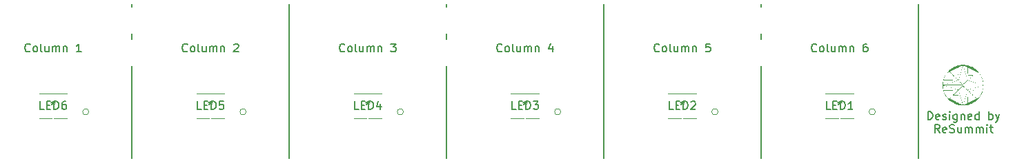
<source format=gto>
G04 #@! TF.GenerationSoftware,KiCad,Pcbnew,7.0.8*
G04 #@! TF.CreationDate,2023-11-08T21:38:18-08:00*
G04 #@! TF.ProjectId,(OLD) Seismos_CoreStencil,284f4c44-2920-4536-9569-736d6f735f43,rev?*
G04 #@! TF.SameCoordinates,Original*
G04 #@! TF.FileFunction,Legend,Top*
G04 #@! TF.FilePolarity,Positive*
%FSLAX46Y46*%
G04 Gerber Fmt 4.6, Leading zero omitted, Abs format (unit mm)*
G04 Created by KiCad (PCBNEW 7.0.8) date 2023-11-08 21:38:18*
%MOMM*%
%LPD*%
G01*
G04 APERTURE LIST*
%ADD10C,0.150000*%
%ADD11C,0.120000*%
%ADD12C,3.200000*%
%ADD13C,2.300000*%
%ADD14C,1.000000*%
%ADD15C,3.000000*%
%ADD16C,4.000000*%
%ADD17R,1.803400X0.812800*%
%ADD18C,0.900000*%
G04 APERTURE END LIST*
D10*
X87900000Y-20000000D02*
X87900000Y-39000000D01*
X107200000Y-20000000D02*
X107200000Y-39000000D01*
X49300000Y-20000000D02*
X49300000Y-39000000D01*
X126500000Y-20000000D02*
X126500000Y-39000000D01*
X145800000Y-20000000D02*
X145800000Y-39000000D01*
X68600000Y-20000000D02*
X68600000Y-39000000D01*
X146991666Y-34209819D02*
X146991666Y-33209819D01*
X146991666Y-33209819D02*
X147229761Y-33209819D01*
X147229761Y-33209819D02*
X147372618Y-33257438D01*
X147372618Y-33257438D02*
X147467856Y-33352676D01*
X147467856Y-33352676D02*
X147515475Y-33447914D01*
X147515475Y-33447914D02*
X147563094Y-33638390D01*
X147563094Y-33638390D02*
X147563094Y-33781247D01*
X147563094Y-33781247D02*
X147515475Y-33971723D01*
X147515475Y-33971723D02*
X147467856Y-34066961D01*
X147467856Y-34066961D02*
X147372618Y-34162200D01*
X147372618Y-34162200D02*
X147229761Y-34209819D01*
X147229761Y-34209819D02*
X146991666Y-34209819D01*
X148372618Y-34162200D02*
X148277380Y-34209819D01*
X148277380Y-34209819D02*
X148086904Y-34209819D01*
X148086904Y-34209819D02*
X147991666Y-34162200D01*
X147991666Y-34162200D02*
X147944047Y-34066961D01*
X147944047Y-34066961D02*
X147944047Y-33686009D01*
X147944047Y-33686009D02*
X147991666Y-33590771D01*
X147991666Y-33590771D02*
X148086904Y-33543152D01*
X148086904Y-33543152D02*
X148277380Y-33543152D01*
X148277380Y-33543152D02*
X148372618Y-33590771D01*
X148372618Y-33590771D02*
X148420237Y-33686009D01*
X148420237Y-33686009D02*
X148420237Y-33781247D01*
X148420237Y-33781247D02*
X147944047Y-33876485D01*
X148801190Y-34162200D02*
X148896428Y-34209819D01*
X148896428Y-34209819D02*
X149086904Y-34209819D01*
X149086904Y-34209819D02*
X149182142Y-34162200D01*
X149182142Y-34162200D02*
X149229761Y-34066961D01*
X149229761Y-34066961D02*
X149229761Y-34019342D01*
X149229761Y-34019342D02*
X149182142Y-33924104D01*
X149182142Y-33924104D02*
X149086904Y-33876485D01*
X149086904Y-33876485D02*
X148944047Y-33876485D01*
X148944047Y-33876485D02*
X148848809Y-33828866D01*
X148848809Y-33828866D02*
X148801190Y-33733628D01*
X148801190Y-33733628D02*
X148801190Y-33686009D01*
X148801190Y-33686009D02*
X148848809Y-33590771D01*
X148848809Y-33590771D02*
X148944047Y-33543152D01*
X148944047Y-33543152D02*
X149086904Y-33543152D01*
X149086904Y-33543152D02*
X149182142Y-33590771D01*
X149658333Y-34209819D02*
X149658333Y-33543152D01*
X149658333Y-33209819D02*
X149610714Y-33257438D01*
X149610714Y-33257438D02*
X149658333Y-33305057D01*
X149658333Y-33305057D02*
X149705952Y-33257438D01*
X149705952Y-33257438D02*
X149658333Y-33209819D01*
X149658333Y-33209819D02*
X149658333Y-33305057D01*
X150563094Y-33543152D02*
X150563094Y-34352676D01*
X150563094Y-34352676D02*
X150515475Y-34447914D01*
X150515475Y-34447914D02*
X150467856Y-34495533D01*
X150467856Y-34495533D02*
X150372618Y-34543152D01*
X150372618Y-34543152D02*
X150229761Y-34543152D01*
X150229761Y-34543152D02*
X150134523Y-34495533D01*
X150563094Y-34162200D02*
X150467856Y-34209819D01*
X150467856Y-34209819D02*
X150277380Y-34209819D01*
X150277380Y-34209819D02*
X150182142Y-34162200D01*
X150182142Y-34162200D02*
X150134523Y-34114580D01*
X150134523Y-34114580D02*
X150086904Y-34019342D01*
X150086904Y-34019342D02*
X150086904Y-33733628D01*
X150086904Y-33733628D02*
X150134523Y-33638390D01*
X150134523Y-33638390D02*
X150182142Y-33590771D01*
X150182142Y-33590771D02*
X150277380Y-33543152D01*
X150277380Y-33543152D02*
X150467856Y-33543152D01*
X150467856Y-33543152D02*
X150563094Y-33590771D01*
X151039285Y-33543152D02*
X151039285Y-34209819D01*
X151039285Y-33638390D02*
X151086904Y-33590771D01*
X151086904Y-33590771D02*
X151182142Y-33543152D01*
X151182142Y-33543152D02*
X151324999Y-33543152D01*
X151324999Y-33543152D02*
X151420237Y-33590771D01*
X151420237Y-33590771D02*
X151467856Y-33686009D01*
X151467856Y-33686009D02*
X151467856Y-34209819D01*
X152324999Y-34162200D02*
X152229761Y-34209819D01*
X152229761Y-34209819D02*
X152039285Y-34209819D01*
X152039285Y-34209819D02*
X151944047Y-34162200D01*
X151944047Y-34162200D02*
X151896428Y-34066961D01*
X151896428Y-34066961D02*
X151896428Y-33686009D01*
X151896428Y-33686009D02*
X151944047Y-33590771D01*
X151944047Y-33590771D02*
X152039285Y-33543152D01*
X152039285Y-33543152D02*
X152229761Y-33543152D01*
X152229761Y-33543152D02*
X152324999Y-33590771D01*
X152324999Y-33590771D02*
X152372618Y-33686009D01*
X152372618Y-33686009D02*
X152372618Y-33781247D01*
X152372618Y-33781247D02*
X151896428Y-33876485D01*
X153229761Y-34209819D02*
X153229761Y-33209819D01*
X153229761Y-34162200D02*
X153134523Y-34209819D01*
X153134523Y-34209819D02*
X152944047Y-34209819D01*
X152944047Y-34209819D02*
X152848809Y-34162200D01*
X152848809Y-34162200D02*
X152801190Y-34114580D01*
X152801190Y-34114580D02*
X152753571Y-34019342D01*
X152753571Y-34019342D02*
X152753571Y-33733628D01*
X152753571Y-33733628D02*
X152801190Y-33638390D01*
X152801190Y-33638390D02*
X152848809Y-33590771D01*
X152848809Y-33590771D02*
X152944047Y-33543152D01*
X152944047Y-33543152D02*
X153134523Y-33543152D01*
X153134523Y-33543152D02*
X153229761Y-33590771D01*
X154467857Y-34209819D02*
X154467857Y-33209819D01*
X154467857Y-33590771D02*
X154563095Y-33543152D01*
X154563095Y-33543152D02*
X154753571Y-33543152D01*
X154753571Y-33543152D02*
X154848809Y-33590771D01*
X154848809Y-33590771D02*
X154896428Y-33638390D01*
X154896428Y-33638390D02*
X154944047Y-33733628D01*
X154944047Y-33733628D02*
X154944047Y-34019342D01*
X154944047Y-34019342D02*
X154896428Y-34114580D01*
X154896428Y-34114580D02*
X154848809Y-34162200D01*
X154848809Y-34162200D02*
X154753571Y-34209819D01*
X154753571Y-34209819D02*
X154563095Y-34209819D01*
X154563095Y-34209819D02*
X154467857Y-34162200D01*
X155277381Y-33543152D02*
X155515476Y-34209819D01*
X155753571Y-33543152D02*
X155515476Y-34209819D01*
X155515476Y-34209819D02*
X155420238Y-34447914D01*
X155420238Y-34447914D02*
X155372619Y-34495533D01*
X155372619Y-34495533D02*
X155277381Y-34543152D01*
X148420238Y-35819819D02*
X148086905Y-35343628D01*
X147848810Y-35819819D02*
X147848810Y-34819819D01*
X147848810Y-34819819D02*
X148229762Y-34819819D01*
X148229762Y-34819819D02*
X148325000Y-34867438D01*
X148325000Y-34867438D02*
X148372619Y-34915057D01*
X148372619Y-34915057D02*
X148420238Y-35010295D01*
X148420238Y-35010295D02*
X148420238Y-35153152D01*
X148420238Y-35153152D02*
X148372619Y-35248390D01*
X148372619Y-35248390D02*
X148325000Y-35296009D01*
X148325000Y-35296009D02*
X148229762Y-35343628D01*
X148229762Y-35343628D02*
X147848810Y-35343628D01*
X149229762Y-35772200D02*
X149134524Y-35819819D01*
X149134524Y-35819819D02*
X148944048Y-35819819D01*
X148944048Y-35819819D02*
X148848810Y-35772200D01*
X148848810Y-35772200D02*
X148801191Y-35676961D01*
X148801191Y-35676961D02*
X148801191Y-35296009D01*
X148801191Y-35296009D02*
X148848810Y-35200771D01*
X148848810Y-35200771D02*
X148944048Y-35153152D01*
X148944048Y-35153152D02*
X149134524Y-35153152D01*
X149134524Y-35153152D02*
X149229762Y-35200771D01*
X149229762Y-35200771D02*
X149277381Y-35296009D01*
X149277381Y-35296009D02*
X149277381Y-35391247D01*
X149277381Y-35391247D02*
X148801191Y-35486485D01*
X149658334Y-35772200D02*
X149801191Y-35819819D01*
X149801191Y-35819819D02*
X150039286Y-35819819D01*
X150039286Y-35819819D02*
X150134524Y-35772200D01*
X150134524Y-35772200D02*
X150182143Y-35724580D01*
X150182143Y-35724580D02*
X150229762Y-35629342D01*
X150229762Y-35629342D02*
X150229762Y-35534104D01*
X150229762Y-35534104D02*
X150182143Y-35438866D01*
X150182143Y-35438866D02*
X150134524Y-35391247D01*
X150134524Y-35391247D02*
X150039286Y-35343628D01*
X150039286Y-35343628D02*
X149848810Y-35296009D01*
X149848810Y-35296009D02*
X149753572Y-35248390D01*
X149753572Y-35248390D02*
X149705953Y-35200771D01*
X149705953Y-35200771D02*
X149658334Y-35105533D01*
X149658334Y-35105533D02*
X149658334Y-35010295D01*
X149658334Y-35010295D02*
X149705953Y-34915057D01*
X149705953Y-34915057D02*
X149753572Y-34867438D01*
X149753572Y-34867438D02*
X149848810Y-34819819D01*
X149848810Y-34819819D02*
X150086905Y-34819819D01*
X150086905Y-34819819D02*
X150229762Y-34867438D01*
X151086905Y-35153152D02*
X151086905Y-35819819D01*
X150658334Y-35153152D02*
X150658334Y-35676961D01*
X150658334Y-35676961D02*
X150705953Y-35772200D01*
X150705953Y-35772200D02*
X150801191Y-35819819D01*
X150801191Y-35819819D02*
X150944048Y-35819819D01*
X150944048Y-35819819D02*
X151039286Y-35772200D01*
X151039286Y-35772200D02*
X151086905Y-35724580D01*
X151563096Y-35819819D02*
X151563096Y-35153152D01*
X151563096Y-35248390D02*
X151610715Y-35200771D01*
X151610715Y-35200771D02*
X151705953Y-35153152D01*
X151705953Y-35153152D02*
X151848810Y-35153152D01*
X151848810Y-35153152D02*
X151944048Y-35200771D01*
X151944048Y-35200771D02*
X151991667Y-35296009D01*
X151991667Y-35296009D02*
X151991667Y-35819819D01*
X151991667Y-35296009D02*
X152039286Y-35200771D01*
X152039286Y-35200771D02*
X152134524Y-35153152D01*
X152134524Y-35153152D02*
X152277381Y-35153152D01*
X152277381Y-35153152D02*
X152372620Y-35200771D01*
X152372620Y-35200771D02*
X152420239Y-35296009D01*
X152420239Y-35296009D02*
X152420239Y-35819819D01*
X152896429Y-35819819D02*
X152896429Y-35153152D01*
X152896429Y-35248390D02*
X152944048Y-35200771D01*
X152944048Y-35200771D02*
X153039286Y-35153152D01*
X153039286Y-35153152D02*
X153182143Y-35153152D01*
X153182143Y-35153152D02*
X153277381Y-35200771D01*
X153277381Y-35200771D02*
X153325000Y-35296009D01*
X153325000Y-35296009D02*
X153325000Y-35819819D01*
X153325000Y-35296009D02*
X153372619Y-35200771D01*
X153372619Y-35200771D02*
X153467857Y-35153152D01*
X153467857Y-35153152D02*
X153610714Y-35153152D01*
X153610714Y-35153152D02*
X153705953Y-35200771D01*
X153705953Y-35200771D02*
X153753572Y-35296009D01*
X153753572Y-35296009D02*
X153753572Y-35819819D01*
X154229762Y-35819819D02*
X154229762Y-35153152D01*
X154229762Y-34819819D02*
X154182143Y-34867438D01*
X154182143Y-34867438D02*
X154229762Y-34915057D01*
X154229762Y-34915057D02*
X154277381Y-34867438D01*
X154277381Y-34867438D02*
X154229762Y-34819819D01*
X154229762Y-34819819D02*
X154229762Y-34915057D01*
X154563095Y-35153152D02*
X154944047Y-35153152D01*
X154705952Y-34819819D02*
X154705952Y-35676961D01*
X154705952Y-35676961D02*
X154753571Y-35772200D01*
X154753571Y-35772200D02*
X154848809Y-35819819D01*
X154848809Y-35819819D02*
X154944047Y-35819819D01*
X94716666Y-25774580D02*
X94669047Y-25822200D01*
X94669047Y-25822200D02*
X94526190Y-25869819D01*
X94526190Y-25869819D02*
X94430952Y-25869819D01*
X94430952Y-25869819D02*
X94288095Y-25822200D01*
X94288095Y-25822200D02*
X94192857Y-25726961D01*
X94192857Y-25726961D02*
X94145238Y-25631723D01*
X94145238Y-25631723D02*
X94097619Y-25441247D01*
X94097619Y-25441247D02*
X94097619Y-25298390D01*
X94097619Y-25298390D02*
X94145238Y-25107914D01*
X94145238Y-25107914D02*
X94192857Y-25012676D01*
X94192857Y-25012676D02*
X94288095Y-24917438D01*
X94288095Y-24917438D02*
X94430952Y-24869819D01*
X94430952Y-24869819D02*
X94526190Y-24869819D01*
X94526190Y-24869819D02*
X94669047Y-24917438D01*
X94669047Y-24917438D02*
X94716666Y-24965057D01*
X95288095Y-25869819D02*
X95192857Y-25822200D01*
X95192857Y-25822200D02*
X95145238Y-25774580D01*
X95145238Y-25774580D02*
X95097619Y-25679342D01*
X95097619Y-25679342D02*
X95097619Y-25393628D01*
X95097619Y-25393628D02*
X95145238Y-25298390D01*
X95145238Y-25298390D02*
X95192857Y-25250771D01*
X95192857Y-25250771D02*
X95288095Y-25203152D01*
X95288095Y-25203152D02*
X95430952Y-25203152D01*
X95430952Y-25203152D02*
X95526190Y-25250771D01*
X95526190Y-25250771D02*
X95573809Y-25298390D01*
X95573809Y-25298390D02*
X95621428Y-25393628D01*
X95621428Y-25393628D02*
X95621428Y-25679342D01*
X95621428Y-25679342D02*
X95573809Y-25774580D01*
X95573809Y-25774580D02*
X95526190Y-25822200D01*
X95526190Y-25822200D02*
X95430952Y-25869819D01*
X95430952Y-25869819D02*
X95288095Y-25869819D01*
X96192857Y-25869819D02*
X96097619Y-25822200D01*
X96097619Y-25822200D02*
X96050000Y-25726961D01*
X96050000Y-25726961D02*
X96050000Y-24869819D01*
X97002381Y-25203152D02*
X97002381Y-25869819D01*
X96573810Y-25203152D02*
X96573810Y-25726961D01*
X96573810Y-25726961D02*
X96621429Y-25822200D01*
X96621429Y-25822200D02*
X96716667Y-25869819D01*
X96716667Y-25869819D02*
X96859524Y-25869819D01*
X96859524Y-25869819D02*
X96954762Y-25822200D01*
X96954762Y-25822200D02*
X97002381Y-25774580D01*
X97478572Y-25869819D02*
X97478572Y-25203152D01*
X97478572Y-25298390D02*
X97526191Y-25250771D01*
X97526191Y-25250771D02*
X97621429Y-25203152D01*
X97621429Y-25203152D02*
X97764286Y-25203152D01*
X97764286Y-25203152D02*
X97859524Y-25250771D01*
X97859524Y-25250771D02*
X97907143Y-25346009D01*
X97907143Y-25346009D02*
X97907143Y-25869819D01*
X97907143Y-25346009D02*
X97954762Y-25250771D01*
X97954762Y-25250771D02*
X98050000Y-25203152D01*
X98050000Y-25203152D02*
X98192857Y-25203152D01*
X98192857Y-25203152D02*
X98288096Y-25250771D01*
X98288096Y-25250771D02*
X98335715Y-25346009D01*
X98335715Y-25346009D02*
X98335715Y-25869819D01*
X98811905Y-25203152D02*
X98811905Y-25869819D01*
X98811905Y-25298390D02*
X98859524Y-25250771D01*
X98859524Y-25250771D02*
X98954762Y-25203152D01*
X98954762Y-25203152D02*
X99097619Y-25203152D01*
X99097619Y-25203152D02*
X99192857Y-25250771D01*
X99192857Y-25250771D02*
X99240476Y-25346009D01*
X99240476Y-25346009D02*
X99240476Y-25869819D01*
X100907143Y-25203152D02*
X100907143Y-25869819D01*
X100669048Y-24822200D02*
X100430953Y-25536485D01*
X100430953Y-25536485D02*
X101050000Y-25536485D01*
X56116666Y-25774580D02*
X56069047Y-25822200D01*
X56069047Y-25822200D02*
X55926190Y-25869819D01*
X55926190Y-25869819D02*
X55830952Y-25869819D01*
X55830952Y-25869819D02*
X55688095Y-25822200D01*
X55688095Y-25822200D02*
X55592857Y-25726961D01*
X55592857Y-25726961D02*
X55545238Y-25631723D01*
X55545238Y-25631723D02*
X55497619Y-25441247D01*
X55497619Y-25441247D02*
X55497619Y-25298390D01*
X55497619Y-25298390D02*
X55545238Y-25107914D01*
X55545238Y-25107914D02*
X55592857Y-25012676D01*
X55592857Y-25012676D02*
X55688095Y-24917438D01*
X55688095Y-24917438D02*
X55830952Y-24869819D01*
X55830952Y-24869819D02*
X55926190Y-24869819D01*
X55926190Y-24869819D02*
X56069047Y-24917438D01*
X56069047Y-24917438D02*
X56116666Y-24965057D01*
X56688095Y-25869819D02*
X56592857Y-25822200D01*
X56592857Y-25822200D02*
X56545238Y-25774580D01*
X56545238Y-25774580D02*
X56497619Y-25679342D01*
X56497619Y-25679342D02*
X56497619Y-25393628D01*
X56497619Y-25393628D02*
X56545238Y-25298390D01*
X56545238Y-25298390D02*
X56592857Y-25250771D01*
X56592857Y-25250771D02*
X56688095Y-25203152D01*
X56688095Y-25203152D02*
X56830952Y-25203152D01*
X56830952Y-25203152D02*
X56926190Y-25250771D01*
X56926190Y-25250771D02*
X56973809Y-25298390D01*
X56973809Y-25298390D02*
X57021428Y-25393628D01*
X57021428Y-25393628D02*
X57021428Y-25679342D01*
X57021428Y-25679342D02*
X56973809Y-25774580D01*
X56973809Y-25774580D02*
X56926190Y-25822200D01*
X56926190Y-25822200D02*
X56830952Y-25869819D01*
X56830952Y-25869819D02*
X56688095Y-25869819D01*
X57592857Y-25869819D02*
X57497619Y-25822200D01*
X57497619Y-25822200D02*
X57450000Y-25726961D01*
X57450000Y-25726961D02*
X57450000Y-24869819D01*
X58402381Y-25203152D02*
X58402381Y-25869819D01*
X57973810Y-25203152D02*
X57973810Y-25726961D01*
X57973810Y-25726961D02*
X58021429Y-25822200D01*
X58021429Y-25822200D02*
X58116667Y-25869819D01*
X58116667Y-25869819D02*
X58259524Y-25869819D01*
X58259524Y-25869819D02*
X58354762Y-25822200D01*
X58354762Y-25822200D02*
X58402381Y-25774580D01*
X58878572Y-25869819D02*
X58878572Y-25203152D01*
X58878572Y-25298390D02*
X58926191Y-25250771D01*
X58926191Y-25250771D02*
X59021429Y-25203152D01*
X59021429Y-25203152D02*
X59164286Y-25203152D01*
X59164286Y-25203152D02*
X59259524Y-25250771D01*
X59259524Y-25250771D02*
X59307143Y-25346009D01*
X59307143Y-25346009D02*
X59307143Y-25869819D01*
X59307143Y-25346009D02*
X59354762Y-25250771D01*
X59354762Y-25250771D02*
X59450000Y-25203152D01*
X59450000Y-25203152D02*
X59592857Y-25203152D01*
X59592857Y-25203152D02*
X59688096Y-25250771D01*
X59688096Y-25250771D02*
X59735715Y-25346009D01*
X59735715Y-25346009D02*
X59735715Y-25869819D01*
X60211905Y-25203152D02*
X60211905Y-25869819D01*
X60211905Y-25298390D02*
X60259524Y-25250771D01*
X60259524Y-25250771D02*
X60354762Y-25203152D01*
X60354762Y-25203152D02*
X60497619Y-25203152D01*
X60497619Y-25203152D02*
X60592857Y-25250771D01*
X60592857Y-25250771D02*
X60640476Y-25346009D01*
X60640476Y-25346009D02*
X60640476Y-25869819D01*
X61830953Y-24965057D02*
X61878572Y-24917438D01*
X61878572Y-24917438D02*
X61973810Y-24869819D01*
X61973810Y-24869819D02*
X62211905Y-24869819D01*
X62211905Y-24869819D02*
X62307143Y-24917438D01*
X62307143Y-24917438D02*
X62354762Y-24965057D01*
X62354762Y-24965057D02*
X62402381Y-25060295D01*
X62402381Y-25060295D02*
X62402381Y-25155533D01*
X62402381Y-25155533D02*
X62354762Y-25298390D01*
X62354762Y-25298390D02*
X61783334Y-25869819D01*
X61783334Y-25869819D02*
X62402381Y-25869819D01*
X133316666Y-25774580D02*
X133269047Y-25822200D01*
X133269047Y-25822200D02*
X133126190Y-25869819D01*
X133126190Y-25869819D02*
X133030952Y-25869819D01*
X133030952Y-25869819D02*
X132888095Y-25822200D01*
X132888095Y-25822200D02*
X132792857Y-25726961D01*
X132792857Y-25726961D02*
X132745238Y-25631723D01*
X132745238Y-25631723D02*
X132697619Y-25441247D01*
X132697619Y-25441247D02*
X132697619Y-25298390D01*
X132697619Y-25298390D02*
X132745238Y-25107914D01*
X132745238Y-25107914D02*
X132792857Y-25012676D01*
X132792857Y-25012676D02*
X132888095Y-24917438D01*
X132888095Y-24917438D02*
X133030952Y-24869819D01*
X133030952Y-24869819D02*
X133126190Y-24869819D01*
X133126190Y-24869819D02*
X133269047Y-24917438D01*
X133269047Y-24917438D02*
X133316666Y-24965057D01*
X133888095Y-25869819D02*
X133792857Y-25822200D01*
X133792857Y-25822200D02*
X133745238Y-25774580D01*
X133745238Y-25774580D02*
X133697619Y-25679342D01*
X133697619Y-25679342D02*
X133697619Y-25393628D01*
X133697619Y-25393628D02*
X133745238Y-25298390D01*
X133745238Y-25298390D02*
X133792857Y-25250771D01*
X133792857Y-25250771D02*
X133888095Y-25203152D01*
X133888095Y-25203152D02*
X134030952Y-25203152D01*
X134030952Y-25203152D02*
X134126190Y-25250771D01*
X134126190Y-25250771D02*
X134173809Y-25298390D01*
X134173809Y-25298390D02*
X134221428Y-25393628D01*
X134221428Y-25393628D02*
X134221428Y-25679342D01*
X134221428Y-25679342D02*
X134173809Y-25774580D01*
X134173809Y-25774580D02*
X134126190Y-25822200D01*
X134126190Y-25822200D02*
X134030952Y-25869819D01*
X134030952Y-25869819D02*
X133888095Y-25869819D01*
X134792857Y-25869819D02*
X134697619Y-25822200D01*
X134697619Y-25822200D02*
X134650000Y-25726961D01*
X134650000Y-25726961D02*
X134650000Y-24869819D01*
X135602381Y-25203152D02*
X135602381Y-25869819D01*
X135173810Y-25203152D02*
X135173810Y-25726961D01*
X135173810Y-25726961D02*
X135221429Y-25822200D01*
X135221429Y-25822200D02*
X135316667Y-25869819D01*
X135316667Y-25869819D02*
X135459524Y-25869819D01*
X135459524Y-25869819D02*
X135554762Y-25822200D01*
X135554762Y-25822200D02*
X135602381Y-25774580D01*
X136078572Y-25869819D02*
X136078572Y-25203152D01*
X136078572Y-25298390D02*
X136126191Y-25250771D01*
X136126191Y-25250771D02*
X136221429Y-25203152D01*
X136221429Y-25203152D02*
X136364286Y-25203152D01*
X136364286Y-25203152D02*
X136459524Y-25250771D01*
X136459524Y-25250771D02*
X136507143Y-25346009D01*
X136507143Y-25346009D02*
X136507143Y-25869819D01*
X136507143Y-25346009D02*
X136554762Y-25250771D01*
X136554762Y-25250771D02*
X136650000Y-25203152D01*
X136650000Y-25203152D02*
X136792857Y-25203152D01*
X136792857Y-25203152D02*
X136888096Y-25250771D01*
X136888096Y-25250771D02*
X136935715Y-25346009D01*
X136935715Y-25346009D02*
X136935715Y-25869819D01*
X137411905Y-25203152D02*
X137411905Y-25869819D01*
X137411905Y-25298390D02*
X137459524Y-25250771D01*
X137459524Y-25250771D02*
X137554762Y-25203152D01*
X137554762Y-25203152D02*
X137697619Y-25203152D01*
X137697619Y-25203152D02*
X137792857Y-25250771D01*
X137792857Y-25250771D02*
X137840476Y-25346009D01*
X137840476Y-25346009D02*
X137840476Y-25869819D01*
X139507143Y-24869819D02*
X139316667Y-24869819D01*
X139316667Y-24869819D02*
X139221429Y-24917438D01*
X139221429Y-24917438D02*
X139173810Y-24965057D01*
X139173810Y-24965057D02*
X139078572Y-25107914D01*
X139078572Y-25107914D02*
X139030953Y-25298390D01*
X139030953Y-25298390D02*
X139030953Y-25679342D01*
X139030953Y-25679342D02*
X139078572Y-25774580D01*
X139078572Y-25774580D02*
X139126191Y-25822200D01*
X139126191Y-25822200D02*
X139221429Y-25869819D01*
X139221429Y-25869819D02*
X139411905Y-25869819D01*
X139411905Y-25869819D02*
X139507143Y-25822200D01*
X139507143Y-25822200D02*
X139554762Y-25774580D01*
X139554762Y-25774580D02*
X139602381Y-25679342D01*
X139602381Y-25679342D02*
X139602381Y-25441247D01*
X139602381Y-25441247D02*
X139554762Y-25346009D01*
X139554762Y-25346009D02*
X139507143Y-25298390D01*
X139507143Y-25298390D02*
X139411905Y-25250771D01*
X139411905Y-25250771D02*
X139221429Y-25250771D01*
X139221429Y-25250771D02*
X139126191Y-25298390D01*
X139126191Y-25298390D02*
X139078572Y-25346009D01*
X139078572Y-25346009D02*
X139030953Y-25441247D01*
X75416666Y-25774580D02*
X75369047Y-25822200D01*
X75369047Y-25822200D02*
X75226190Y-25869819D01*
X75226190Y-25869819D02*
X75130952Y-25869819D01*
X75130952Y-25869819D02*
X74988095Y-25822200D01*
X74988095Y-25822200D02*
X74892857Y-25726961D01*
X74892857Y-25726961D02*
X74845238Y-25631723D01*
X74845238Y-25631723D02*
X74797619Y-25441247D01*
X74797619Y-25441247D02*
X74797619Y-25298390D01*
X74797619Y-25298390D02*
X74845238Y-25107914D01*
X74845238Y-25107914D02*
X74892857Y-25012676D01*
X74892857Y-25012676D02*
X74988095Y-24917438D01*
X74988095Y-24917438D02*
X75130952Y-24869819D01*
X75130952Y-24869819D02*
X75226190Y-24869819D01*
X75226190Y-24869819D02*
X75369047Y-24917438D01*
X75369047Y-24917438D02*
X75416666Y-24965057D01*
X75988095Y-25869819D02*
X75892857Y-25822200D01*
X75892857Y-25822200D02*
X75845238Y-25774580D01*
X75845238Y-25774580D02*
X75797619Y-25679342D01*
X75797619Y-25679342D02*
X75797619Y-25393628D01*
X75797619Y-25393628D02*
X75845238Y-25298390D01*
X75845238Y-25298390D02*
X75892857Y-25250771D01*
X75892857Y-25250771D02*
X75988095Y-25203152D01*
X75988095Y-25203152D02*
X76130952Y-25203152D01*
X76130952Y-25203152D02*
X76226190Y-25250771D01*
X76226190Y-25250771D02*
X76273809Y-25298390D01*
X76273809Y-25298390D02*
X76321428Y-25393628D01*
X76321428Y-25393628D02*
X76321428Y-25679342D01*
X76321428Y-25679342D02*
X76273809Y-25774580D01*
X76273809Y-25774580D02*
X76226190Y-25822200D01*
X76226190Y-25822200D02*
X76130952Y-25869819D01*
X76130952Y-25869819D02*
X75988095Y-25869819D01*
X76892857Y-25869819D02*
X76797619Y-25822200D01*
X76797619Y-25822200D02*
X76750000Y-25726961D01*
X76750000Y-25726961D02*
X76750000Y-24869819D01*
X77702381Y-25203152D02*
X77702381Y-25869819D01*
X77273810Y-25203152D02*
X77273810Y-25726961D01*
X77273810Y-25726961D02*
X77321429Y-25822200D01*
X77321429Y-25822200D02*
X77416667Y-25869819D01*
X77416667Y-25869819D02*
X77559524Y-25869819D01*
X77559524Y-25869819D02*
X77654762Y-25822200D01*
X77654762Y-25822200D02*
X77702381Y-25774580D01*
X78178572Y-25869819D02*
X78178572Y-25203152D01*
X78178572Y-25298390D02*
X78226191Y-25250771D01*
X78226191Y-25250771D02*
X78321429Y-25203152D01*
X78321429Y-25203152D02*
X78464286Y-25203152D01*
X78464286Y-25203152D02*
X78559524Y-25250771D01*
X78559524Y-25250771D02*
X78607143Y-25346009D01*
X78607143Y-25346009D02*
X78607143Y-25869819D01*
X78607143Y-25346009D02*
X78654762Y-25250771D01*
X78654762Y-25250771D02*
X78750000Y-25203152D01*
X78750000Y-25203152D02*
X78892857Y-25203152D01*
X78892857Y-25203152D02*
X78988096Y-25250771D01*
X78988096Y-25250771D02*
X79035715Y-25346009D01*
X79035715Y-25346009D02*
X79035715Y-25869819D01*
X79511905Y-25203152D02*
X79511905Y-25869819D01*
X79511905Y-25298390D02*
X79559524Y-25250771D01*
X79559524Y-25250771D02*
X79654762Y-25203152D01*
X79654762Y-25203152D02*
X79797619Y-25203152D01*
X79797619Y-25203152D02*
X79892857Y-25250771D01*
X79892857Y-25250771D02*
X79940476Y-25346009D01*
X79940476Y-25346009D02*
X79940476Y-25869819D01*
X81083334Y-24869819D02*
X81702381Y-24869819D01*
X81702381Y-24869819D02*
X81369048Y-25250771D01*
X81369048Y-25250771D02*
X81511905Y-25250771D01*
X81511905Y-25250771D02*
X81607143Y-25298390D01*
X81607143Y-25298390D02*
X81654762Y-25346009D01*
X81654762Y-25346009D02*
X81702381Y-25441247D01*
X81702381Y-25441247D02*
X81702381Y-25679342D01*
X81702381Y-25679342D02*
X81654762Y-25774580D01*
X81654762Y-25774580D02*
X81607143Y-25822200D01*
X81607143Y-25822200D02*
X81511905Y-25869819D01*
X81511905Y-25869819D02*
X81226191Y-25869819D01*
X81226191Y-25869819D02*
X81130953Y-25822200D01*
X81130953Y-25822200D02*
X81083334Y-25774580D01*
X36816666Y-25774580D02*
X36769047Y-25822200D01*
X36769047Y-25822200D02*
X36626190Y-25869819D01*
X36626190Y-25869819D02*
X36530952Y-25869819D01*
X36530952Y-25869819D02*
X36388095Y-25822200D01*
X36388095Y-25822200D02*
X36292857Y-25726961D01*
X36292857Y-25726961D02*
X36245238Y-25631723D01*
X36245238Y-25631723D02*
X36197619Y-25441247D01*
X36197619Y-25441247D02*
X36197619Y-25298390D01*
X36197619Y-25298390D02*
X36245238Y-25107914D01*
X36245238Y-25107914D02*
X36292857Y-25012676D01*
X36292857Y-25012676D02*
X36388095Y-24917438D01*
X36388095Y-24917438D02*
X36530952Y-24869819D01*
X36530952Y-24869819D02*
X36626190Y-24869819D01*
X36626190Y-24869819D02*
X36769047Y-24917438D01*
X36769047Y-24917438D02*
X36816666Y-24965057D01*
X37388095Y-25869819D02*
X37292857Y-25822200D01*
X37292857Y-25822200D02*
X37245238Y-25774580D01*
X37245238Y-25774580D02*
X37197619Y-25679342D01*
X37197619Y-25679342D02*
X37197619Y-25393628D01*
X37197619Y-25393628D02*
X37245238Y-25298390D01*
X37245238Y-25298390D02*
X37292857Y-25250771D01*
X37292857Y-25250771D02*
X37388095Y-25203152D01*
X37388095Y-25203152D02*
X37530952Y-25203152D01*
X37530952Y-25203152D02*
X37626190Y-25250771D01*
X37626190Y-25250771D02*
X37673809Y-25298390D01*
X37673809Y-25298390D02*
X37721428Y-25393628D01*
X37721428Y-25393628D02*
X37721428Y-25679342D01*
X37721428Y-25679342D02*
X37673809Y-25774580D01*
X37673809Y-25774580D02*
X37626190Y-25822200D01*
X37626190Y-25822200D02*
X37530952Y-25869819D01*
X37530952Y-25869819D02*
X37388095Y-25869819D01*
X38292857Y-25869819D02*
X38197619Y-25822200D01*
X38197619Y-25822200D02*
X38150000Y-25726961D01*
X38150000Y-25726961D02*
X38150000Y-24869819D01*
X39102381Y-25203152D02*
X39102381Y-25869819D01*
X38673810Y-25203152D02*
X38673810Y-25726961D01*
X38673810Y-25726961D02*
X38721429Y-25822200D01*
X38721429Y-25822200D02*
X38816667Y-25869819D01*
X38816667Y-25869819D02*
X38959524Y-25869819D01*
X38959524Y-25869819D02*
X39054762Y-25822200D01*
X39054762Y-25822200D02*
X39102381Y-25774580D01*
X39578572Y-25869819D02*
X39578572Y-25203152D01*
X39578572Y-25298390D02*
X39626191Y-25250771D01*
X39626191Y-25250771D02*
X39721429Y-25203152D01*
X39721429Y-25203152D02*
X39864286Y-25203152D01*
X39864286Y-25203152D02*
X39959524Y-25250771D01*
X39959524Y-25250771D02*
X40007143Y-25346009D01*
X40007143Y-25346009D02*
X40007143Y-25869819D01*
X40007143Y-25346009D02*
X40054762Y-25250771D01*
X40054762Y-25250771D02*
X40150000Y-25203152D01*
X40150000Y-25203152D02*
X40292857Y-25203152D01*
X40292857Y-25203152D02*
X40388096Y-25250771D01*
X40388096Y-25250771D02*
X40435715Y-25346009D01*
X40435715Y-25346009D02*
X40435715Y-25869819D01*
X40911905Y-25203152D02*
X40911905Y-25869819D01*
X40911905Y-25298390D02*
X40959524Y-25250771D01*
X40959524Y-25250771D02*
X41054762Y-25203152D01*
X41054762Y-25203152D02*
X41197619Y-25203152D01*
X41197619Y-25203152D02*
X41292857Y-25250771D01*
X41292857Y-25250771D02*
X41340476Y-25346009D01*
X41340476Y-25346009D02*
X41340476Y-25869819D01*
X43102381Y-25869819D02*
X42530953Y-25869819D01*
X42816667Y-25869819D02*
X42816667Y-24869819D01*
X42816667Y-24869819D02*
X42721429Y-25012676D01*
X42721429Y-25012676D02*
X42626191Y-25107914D01*
X42626191Y-25107914D02*
X42530953Y-25155533D01*
X114016666Y-25774580D02*
X113969047Y-25822200D01*
X113969047Y-25822200D02*
X113826190Y-25869819D01*
X113826190Y-25869819D02*
X113730952Y-25869819D01*
X113730952Y-25869819D02*
X113588095Y-25822200D01*
X113588095Y-25822200D02*
X113492857Y-25726961D01*
X113492857Y-25726961D02*
X113445238Y-25631723D01*
X113445238Y-25631723D02*
X113397619Y-25441247D01*
X113397619Y-25441247D02*
X113397619Y-25298390D01*
X113397619Y-25298390D02*
X113445238Y-25107914D01*
X113445238Y-25107914D02*
X113492857Y-25012676D01*
X113492857Y-25012676D02*
X113588095Y-24917438D01*
X113588095Y-24917438D02*
X113730952Y-24869819D01*
X113730952Y-24869819D02*
X113826190Y-24869819D01*
X113826190Y-24869819D02*
X113969047Y-24917438D01*
X113969047Y-24917438D02*
X114016666Y-24965057D01*
X114588095Y-25869819D02*
X114492857Y-25822200D01*
X114492857Y-25822200D02*
X114445238Y-25774580D01*
X114445238Y-25774580D02*
X114397619Y-25679342D01*
X114397619Y-25679342D02*
X114397619Y-25393628D01*
X114397619Y-25393628D02*
X114445238Y-25298390D01*
X114445238Y-25298390D02*
X114492857Y-25250771D01*
X114492857Y-25250771D02*
X114588095Y-25203152D01*
X114588095Y-25203152D02*
X114730952Y-25203152D01*
X114730952Y-25203152D02*
X114826190Y-25250771D01*
X114826190Y-25250771D02*
X114873809Y-25298390D01*
X114873809Y-25298390D02*
X114921428Y-25393628D01*
X114921428Y-25393628D02*
X114921428Y-25679342D01*
X114921428Y-25679342D02*
X114873809Y-25774580D01*
X114873809Y-25774580D02*
X114826190Y-25822200D01*
X114826190Y-25822200D02*
X114730952Y-25869819D01*
X114730952Y-25869819D02*
X114588095Y-25869819D01*
X115492857Y-25869819D02*
X115397619Y-25822200D01*
X115397619Y-25822200D02*
X115350000Y-25726961D01*
X115350000Y-25726961D02*
X115350000Y-24869819D01*
X116302381Y-25203152D02*
X116302381Y-25869819D01*
X115873810Y-25203152D02*
X115873810Y-25726961D01*
X115873810Y-25726961D02*
X115921429Y-25822200D01*
X115921429Y-25822200D02*
X116016667Y-25869819D01*
X116016667Y-25869819D02*
X116159524Y-25869819D01*
X116159524Y-25869819D02*
X116254762Y-25822200D01*
X116254762Y-25822200D02*
X116302381Y-25774580D01*
X116778572Y-25869819D02*
X116778572Y-25203152D01*
X116778572Y-25298390D02*
X116826191Y-25250771D01*
X116826191Y-25250771D02*
X116921429Y-25203152D01*
X116921429Y-25203152D02*
X117064286Y-25203152D01*
X117064286Y-25203152D02*
X117159524Y-25250771D01*
X117159524Y-25250771D02*
X117207143Y-25346009D01*
X117207143Y-25346009D02*
X117207143Y-25869819D01*
X117207143Y-25346009D02*
X117254762Y-25250771D01*
X117254762Y-25250771D02*
X117350000Y-25203152D01*
X117350000Y-25203152D02*
X117492857Y-25203152D01*
X117492857Y-25203152D02*
X117588096Y-25250771D01*
X117588096Y-25250771D02*
X117635715Y-25346009D01*
X117635715Y-25346009D02*
X117635715Y-25869819D01*
X118111905Y-25203152D02*
X118111905Y-25869819D01*
X118111905Y-25298390D02*
X118159524Y-25250771D01*
X118159524Y-25250771D02*
X118254762Y-25203152D01*
X118254762Y-25203152D02*
X118397619Y-25203152D01*
X118397619Y-25203152D02*
X118492857Y-25250771D01*
X118492857Y-25250771D02*
X118540476Y-25346009D01*
X118540476Y-25346009D02*
X118540476Y-25869819D01*
X120254762Y-24869819D02*
X119778572Y-24869819D01*
X119778572Y-24869819D02*
X119730953Y-25346009D01*
X119730953Y-25346009D02*
X119778572Y-25298390D01*
X119778572Y-25298390D02*
X119873810Y-25250771D01*
X119873810Y-25250771D02*
X120111905Y-25250771D01*
X120111905Y-25250771D02*
X120207143Y-25298390D01*
X120207143Y-25298390D02*
X120254762Y-25346009D01*
X120254762Y-25346009D02*
X120302381Y-25441247D01*
X120302381Y-25441247D02*
X120302381Y-25679342D01*
X120302381Y-25679342D02*
X120254762Y-25774580D01*
X120254762Y-25774580D02*
X120207143Y-25822200D01*
X120207143Y-25822200D02*
X120111905Y-25869819D01*
X120111905Y-25869819D02*
X119873810Y-25869819D01*
X119873810Y-25869819D02*
X119778572Y-25822200D01*
X119778572Y-25822200D02*
X119730953Y-25774580D01*
X38530952Y-32954819D02*
X38054762Y-32954819D01*
X38054762Y-32954819D02*
X38054762Y-31954819D01*
X38864286Y-32431009D02*
X39197619Y-32431009D01*
X39340476Y-32954819D02*
X38864286Y-32954819D01*
X38864286Y-32954819D02*
X38864286Y-31954819D01*
X38864286Y-31954819D02*
X39340476Y-31954819D01*
X39769048Y-32954819D02*
X39769048Y-31954819D01*
X39769048Y-31954819D02*
X40007143Y-31954819D01*
X40007143Y-31954819D02*
X40150000Y-32002438D01*
X40150000Y-32002438D02*
X40245238Y-32097676D01*
X40245238Y-32097676D02*
X40292857Y-32192914D01*
X40292857Y-32192914D02*
X40340476Y-32383390D01*
X40340476Y-32383390D02*
X40340476Y-32526247D01*
X40340476Y-32526247D02*
X40292857Y-32716723D01*
X40292857Y-32716723D02*
X40245238Y-32811961D01*
X40245238Y-32811961D02*
X40150000Y-32907200D01*
X40150000Y-32907200D02*
X40007143Y-32954819D01*
X40007143Y-32954819D02*
X39769048Y-32954819D01*
X41197619Y-31954819D02*
X41007143Y-31954819D01*
X41007143Y-31954819D02*
X40911905Y-32002438D01*
X40911905Y-32002438D02*
X40864286Y-32050057D01*
X40864286Y-32050057D02*
X40769048Y-32192914D01*
X40769048Y-32192914D02*
X40721429Y-32383390D01*
X40721429Y-32383390D02*
X40721429Y-32764342D01*
X40721429Y-32764342D02*
X40769048Y-32859580D01*
X40769048Y-32859580D02*
X40816667Y-32907200D01*
X40816667Y-32907200D02*
X40911905Y-32954819D01*
X40911905Y-32954819D02*
X41102381Y-32954819D01*
X41102381Y-32954819D02*
X41197619Y-32907200D01*
X41197619Y-32907200D02*
X41245238Y-32859580D01*
X41245238Y-32859580D02*
X41292857Y-32764342D01*
X41292857Y-32764342D02*
X41292857Y-32526247D01*
X41292857Y-32526247D02*
X41245238Y-32431009D01*
X41245238Y-32431009D02*
X41197619Y-32383390D01*
X41197619Y-32383390D02*
X41102381Y-32335771D01*
X41102381Y-32335771D02*
X40911905Y-32335771D01*
X40911905Y-32335771D02*
X40816667Y-32383390D01*
X40816667Y-32383390D02*
X40769048Y-32431009D01*
X40769048Y-32431009D02*
X40721429Y-32526247D01*
X39650000Y-31954819D02*
X39650000Y-32192914D01*
X39411905Y-32097676D02*
X39650000Y-32192914D01*
X39650000Y-32192914D02*
X39888095Y-32097676D01*
X39507143Y-32383390D02*
X39650000Y-32192914D01*
X39650000Y-32192914D02*
X39792857Y-32383390D01*
X135030952Y-32954819D02*
X134554762Y-32954819D01*
X134554762Y-32954819D02*
X134554762Y-31954819D01*
X135364286Y-32431009D02*
X135697619Y-32431009D01*
X135840476Y-32954819D02*
X135364286Y-32954819D01*
X135364286Y-32954819D02*
X135364286Y-31954819D01*
X135364286Y-31954819D02*
X135840476Y-31954819D01*
X136269048Y-32954819D02*
X136269048Y-31954819D01*
X136269048Y-31954819D02*
X136507143Y-31954819D01*
X136507143Y-31954819D02*
X136650000Y-32002438D01*
X136650000Y-32002438D02*
X136745238Y-32097676D01*
X136745238Y-32097676D02*
X136792857Y-32192914D01*
X136792857Y-32192914D02*
X136840476Y-32383390D01*
X136840476Y-32383390D02*
X136840476Y-32526247D01*
X136840476Y-32526247D02*
X136792857Y-32716723D01*
X136792857Y-32716723D02*
X136745238Y-32811961D01*
X136745238Y-32811961D02*
X136650000Y-32907200D01*
X136650000Y-32907200D02*
X136507143Y-32954819D01*
X136507143Y-32954819D02*
X136269048Y-32954819D01*
X137792857Y-32954819D02*
X137221429Y-32954819D01*
X137507143Y-32954819D02*
X137507143Y-31954819D01*
X137507143Y-31954819D02*
X137411905Y-32097676D01*
X137411905Y-32097676D02*
X137316667Y-32192914D01*
X137316667Y-32192914D02*
X137221429Y-32240533D01*
X136150000Y-31954819D02*
X136150000Y-32192914D01*
X135911905Y-32097676D02*
X136150000Y-32192914D01*
X136150000Y-32192914D02*
X136388095Y-32097676D01*
X136007143Y-32383390D02*
X136150000Y-32192914D01*
X136150000Y-32192914D02*
X136292857Y-32383390D01*
X96430952Y-32954819D02*
X95954762Y-32954819D01*
X95954762Y-32954819D02*
X95954762Y-31954819D01*
X96764286Y-32431009D02*
X97097619Y-32431009D01*
X97240476Y-32954819D02*
X96764286Y-32954819D01*
X96764286Y-32954819D02*
X96764286Y-31954819D01*
X96764286Y-31954819D02*
X97240476Y-31954819D01*
X97669048Y-32954819D02*
X97669048Y-31954819D01*
X97669048Y-31954819D02*
X97907143Y-31954819D01*
X97907143Y-31954819D02*
X98050000Y-32002438D01*
X98050000Y-32002438D02*
X98145238Y-32097676D01*
X98145238Y-32097676D02*
X98192857Y-32192914D01*
X98192857Y-32192914D02*
X98240476Y-32383390D01*
X98240476Y-32383390D02*
X98240476Y-32526247D01*
X98240476Y-32526247D02*
X98192857Y-32716723D01*
X98192857Y-32716723D02*
X98145238Y-32811961D01*
X98145238Y-32811961D02*
X98050000Y-32907200D01*
X98050000Y-32907200D02*
X97907143Y-32954819D01*
X97907143Y-32954819D02*
X97669048Y-32954819D01*
X98573810Y-31954819D02*
X99192857Y-31954819D01*
X99192857Y-31954819D02*
X98859524Y-32335771D01*
X98859524Y-32335771D02*
X99002381Y-32335771D01*
X99002381Y-32335771D02*
X99097619Y-32383390D01*
X99097619Y-32383390D02*
X99145238Y-32431009D01*
X99145238Y-32431009D02*
X99192857Y-32526247D01*
X99192857Y-32526247D02*
X99192857Y-32764342D01*
X99192857Y-32764342D02*
X99145238Y-32859580D01*
X99145238Y-32859580D02*
X99097619Y-32907200D01*
X99097619Y-32907200D02*
X99002381Y-32954819D01*
X99002381Y-32954819D02*
X98716667Y-32954819D01*
X98716667Y-32954819D02*
X98621429Y-32907200D01*
X98621429Y-32907200D02*
X98573810Y-32859580D01*
X97550000Y-31954819D02*
X97550000Y-32192914D01*
X97311905Y-32097676D02*
X97550000Y-32192914D01*
X97550000Y-32192914D02*
X97788095Y-32097676D01*
X97407143Y-32383390D02*
X97550000Y-32192914D01*
X97550000Y-32192914D02*
X97692857Y-32383390D01*
X77130952Y-32954819D02*
X76654762Y-32954819D01*
X76654762Y-32954819D02*
X76654762Y-31954819D01*
X77464286Y-32431009D02*
X77797619Y-32431009D01*
X77940476Y-32954819D02*
X77464286Y-32954819D01*
X77464286Y-32954819D02*
X77464286Y-31954819D01*
X77464286Y-31954819D02*
X77940476Y-31954819D01*
X78369048Y-32954819D02*
X78369048Y-31954819D01*
X78369048Y-31954819D02*
X78607143Y-31954819D01*
X78607143Y-31954819D02*
X78750000Y-32002438D01*
X78750000Y-32002438D02*
X78845238Y-32097676D01*
X78845238Y-32097676D02*
X78892857Y-32192914D01*
X78892857Y-32192914D02*
X78940476Y-32383390D01*
X78940476Y-32383390D02*
X78940476Y-32526247D01*
X78940476Y-32526247D02*
X78892857Y-32716723D01*
X78892857Y-32716723D02*
X78845238Y-32811961D01*
X78845238Y-32811961D02*
X78750000Y-32907200D01*
X78750000Y-32907200D02*
X78607143Y-32954819D01*
X78607143Y-32954819D02*
X78369048Y-32954819D01*
X79797619Y-32288152D02*
X79797619Y-32954819D01*
X79559524Y-31907200D02*
X79321429Y-32621485D01*
X79321429Y-32621485D02*
X79940476Y-32621485D01*
X78250000Y-31954819D02*
X78250000Y-32192914D01*
X78011905Y-32097676D02*
X78250000Y-32192914D01*
X78250000Y-32192914D02*
X78488095Y-32097676D01*
X78107143Y-32383390D02*
X78250000Y-32192914D01*
X78250000Y-32192914D02*
X78392857Y-32383390D01*
X115730952Y-32954819D02*
X115254762Y-32954819D01*
X115254762Y-32954819D02*
X115254762Y-31954819D01*
X116064286Y-32431009D02*
X116397619Y-32431009D01*
X116540476Y-32954819D02*
X116064286Y-32954819D01*
X116064286Y-32954819D02*
X116064286Y-31954819D01*
X116064286Y-31954819D02*
X116540476Y-31954819D01*
X116969048Y-32954819D02*
X116969048Y-31954819D01*
X116969048Y-31954819D02*
X117207143Y-31954819D01*
X117207143Y-31954819D02*
X117350000Y-32002438D01*
X117350000Y-32002438D02*
X117445238Y-32097676D01*
X117445238Y-32097676D02*
X117492857Y-32192914D01*
X117492857Y-32192914D02*
X117540476Y-32383390D01*
X117540476Y-32383390D02*
X117540476Y-32526247D01*
X117540476Y-32526247D02*
X117492857Y-32716723D01*
X117492857Y-32716723D02*
X117445238Y-32811961D01*
X117445238Y-32811961D02*
X117350000Y-32907200D01*
X117350000Y-32907200D02*
X117207143Y-32954819D01*
X117207143Y-32954819D02*
X116969048Y-32954819D01*
X117921429Y-32050057D02*
X117969048Y-32002438D01*
X117969048Y-32002438D02*
X118064286Y-31954819D01*
X118064286Y-31954819D02*
X118302381Y-31954819D01*
X118302381Y-31954819D02*
X118397619Y-32002438D01*
X118397619Y-32002438D02*
X118445238Y-32050057D01*
X118445238Y-32050057D02*
X118492857Y-32145295D01*
X118492857Y-32145295D02*
X118492857Y-32240533D01*
X118492857Y-32240533D02*
X118445238Y-32383390D01*
X118445238Y-32383390D02*
X117873810Y-32954819D01*
X117873810Y-32954819D02*
X118492857Y-32954819D01*
X116850000Y-31954819D02*
X116850000Y-32192914D01*
X116611905Y-32097676D02*
X116850000Y-32192914D01*
X116850000Y-32192914D02*
X117088095Y-32097676D01*
X116707143Y-32383390D02*
X116850000Y-32192914D01*
X116850000Y-32192914D02*
X116992857Y-32383390D01*
X57830952Y-32954819D02*
X57354762Y-32954819D01*
X57354762Y-32954819D02*
X57354762Y-31954819D01*
X58164286Y-32431009D02*
X58497619Y-32431009D01*
X58640476Y-32954819D02*
X58164286Y-32954819D01*
X58164286Y-32954819D02*
X58164286Y-31954819D01*
X58164286Y-31954819D02*
X58640476Y-31954819D01*
X59069048Y-32954819D02*
X59069048Y-31954819D01*
X59069048Y-31954819D02*
X59307143Y-31954819D01*
X59307143Y-31954819D02*
X59450000Y-32002438D01*
X59450000Y-32002438D02*
X59545238Y-32097676D01*
X59545238Y-32097676D02*
X59592857Y-32192914D01*
X59592857Y-32192914D02*
X59640476Y-32383390D01*
X59640476Y-32383390D02*
X59640476Y-32526247D01*
X59640476Y-32526247D02*
X59592857Y-32716723D01*
X59592857Y-32716723D02*
X59545238Y-32811961D01*
X59545238Y-32811961D02*
X59450000Y-32907200D01*
X59450000Y-32907200D02*
X59307143Y-32954819D01*
X59307143Y-32954819D02*
X59069048Y-32954819D01*
X60545238Y-31954819D02*
X60069048Y-31954819D01*
X60069048Y-31954819D02*
X60021429Y-32431009D01*
X60021429Y-32431009D02*
X60069048Y-32383390D01*
X60069048Y-32383390D02*
X60164286Y-32335771D01*
X60164286Y-32335771D02*
X60402381Y-32335771D01*
X60402381Y-32335771D02*
X60497619Y-32383390D01*
X60497619Y-32383390D02*
X60545238Y-32431009D01*
X60545238Y-32431009D02*
X60592857Y-32526247D01*
X60592857Y-32526247D02*
X60592857Y-32764342D01*
X60592857Y-32764342D02*
X60545238Y-32859580D01*
X60545238Y-32859580D02*
X60497619Y-32907200D01*
X60497619Y-32907200D02*
X60402381Y-32954819D01*
X60402381Y-32954819D02*
X60164286Y-32954819D01*
X60164286Y-32954819D02*
X60069048Y-32907200D01*
X60069048Y-32907200D02*
X60021429Y-32859580D01*
X58950000Y-31954819D02*
X58950000Y-32192914D01*
X58711905Y-32097676D02*
X58950000Y-32192914D01*
X58950000Y-32192914D02*
X59188095Y-32097676D01*
X58807143Y-32383390D02*
X58950000Y-32192914D01*
X58950000Y-32192914D02*
X59092857Y-32383390D01*
G36*
X149014000Y-29120192D02*
G01*
X149009115Y-29125077D01*
X149004230Y-29120192D01*
X149009115Y-29115307D01*
X149014000Y-29120192D01*
G37*
G36*
X149199615Y-31201038D02*
G01*
X149194730Y-31205923D01*
X149189846Y-31201038D01*
X149194730Y-31196153D01*
X149199615Y-31201038D01*
G37*
G36*
X149248461Y-28670807D02*
G01*
X149243577Y-28675692D01*
X149238692Y-28670807D01*
X149243577Y-28665923D01*
X149248461Y-28670807D01*
G37*
G36*
X149326615Y-28719653D02*
G01*
X149321730Y-28724538D01*
X149316846Y-28719653D01*
X149321730Y-28714769D01*
X149326615Y-28719653D01*
G37*
G36*
X149404769Y-28534038D02*
G01*
X149399884Y-28538923D01*
X149395000Y-28534038D01*
X149399884Y-28529153D01*
X149404769Y-28534038D01*
G37*
G36*
X149404769Y-31367115D02*
G01*
X149399884Y-31372000D01*
X149395000Y-31367115D01*
X149399884Y-31362230D01*
X149404769Y-31367115D01*
G37*
G36*
X149541538Y-28504730D02*
G01*
X149536653Y-28509615D01*
X149531769Y-28504730D01*
X149536653Y-28499846D01*
X149541538Y-28504730D01*
G37*
G36*
X149912769Y-28240961D02*
G01*
X149907884Y-28245846D01*
X149903000Y-28240961D01*
X149907884Y-28236077D01*
X149912769Y-28240961D01*
G37*
G36*
X149912769Y-28690346D02*
G01*
X149907884Y-28695230D01*
X149903000Y-28690346D01*
X149907884Y-28685461D01*
X149912769Y-28690346D01*
G37*
G36*
X149971384Y-28582884D02*
G01*
X149966500Y-28587769D01*
X149961615Y-28582884D01*
X149966500Y-28578000D01*
X149971384Y-28582884D01*
G37*
G36*
X150000692Y-31386653D02*
G01*
X149995807Y-31391538D01*
X149990923Y-31386653D01*
X149995807Y-31381769D01*
X150000692Y-31386653D01*
G37*
G36*
X150049538Y-28612192D02*
G01*
X150044653Y-28617077D01*
X150039769Y-28612192D01*
X150044653Y-28607307D01*
X150049538Y-28612192D01*
G37*
G36*
X150342615Y-28026038D02*
G01*
X150337730Y-28030923D01*
X150332846Y-28026038D01*
X150337730Y-28021153D01*
X150342615Y-28026038D01*
G37*
G36*
X151944769Y-31982577D02*
G01*
X151939884Y-31987461D01*
X151935000Y-31982577D01*
X151939884Y-31977692D01*
X151944769Y-31982577D01*
G37*
G36*
X152052230Y-28074884D02*
G01*
X152047346Y-28079769D01*
X152042461Y-28074884D01*
X152047346Y-28070000D01*
X152052230Y-28074884D01*
G37*
G36*
X152101077Y-28104192D02*
G01*
X152096192Y-28109077D01*
X152091307Y-28104192D01*
X152096192Y-28099307D01*
X152101077Y-28104192D01*
G37*
G36*
X152267153Y-31894653D02*
G01*
X152262269Y-31899538D01*
X152257384Y-31894653D01*
X152262269Y-31889769D01*
X152267153Y-31894653D01*
G37*
G36*
X152423461Y-31308500D02*
G01*
X152418577Y-31313384D01*
X152413692Y-31308500D01*
X152418577Y-31303615D01*
X152423461Y-31308500D01*
G37*
G36*
X152482077Y-28289807D02*
G01*
X152477192Y-28294692D01*
X152472307Y-28289807D01*
X152477192Y-28284923D01*
X152482077Y-28289807D01*
G37*
G36*
X152482077Y-28612192D02*
G01*
X152477192Y-28617077D01*
X152472307Y-28612192D01*
X152477192Y-28607307D01*
X152482077Y-28612192D01*
G37*
G36*
X152530923Y-28319115D02*
G01*
X152526038Y-28324000D01*
X152521153Y-28319115D01*
X152526038Y-28314230D01*
X152530923Y-28319115D01*
G37*
G36*
X152775153Y-28612192D02*
G01*
X152770269Y-28617077D01*
X152765384Y-28612192D01*
X152770269Y-28607307D01*
X152775153Y-28612192D01*
G37*
G36*
X152931461Y-28455884D02*
G01*
X152926577Y-28460769D01*
X152921692Y-28455884D01*
X152926577Y-28451000D01*
X152931461Y-28455884D01*
G37*
G36*
X152960769Y-28426577D02*
G01*
X152955884Y-28431461D01*
X152951000Y-28426577D01*
X152955884Y-28421692D01*
X152960769Y-28426577D01*
G37*
G36*
X153146384Y-31415961D02*
G01*
X153141500Y-31420846D01*
X153136615Y-31415961D01*
X153141500Y-31411077D01*
X153146384Y-31415961D01*
G37*
G36*
X153175692Y-31367115D02*
G01*
X153170807Y-31372000D01*
X153165923Y-31367115D01*
X153170807Y-31362230D01*
X153175692Y-31367115D01*
G37*
G36*
X153253846Y-28504730D02*
G01*
X153248961Y-28509615D01*
X153244077Y-28504730D01*
X153248961Y-28499846D01*
X153253846Y-28504730D01*
G37*
G36*
X153390615Y-28856423D02*
G01*
X153385730Y-28861307D01*
X153380846Y-28856423D01*
X153385730Y-28851538D01*
X153390615Y-28856423D01*
G37*
G36*
X153546923Y-29120192D02*
G01*
X153542038Y-29125077D01*
X153537153Y-29120192D01*
X153542038Y-29115307D01*
X153546923Y-29120192D01*
G37*
G36*
X153546923Y-30800500D02*
G01*
X153542038Y-30805384D01*
X153537153Y-30800500D01*
X153542038Y-30795615D01*
X153546923Y-30800500D01*
G37*
G36*
X153576230Y-30722346D02*
G01*
X153571346Y-30727230D01*
X153566461Y-30722346D01*
X153571346Y-30717461D01*
X153576230Y-30722346D01*
G37*
G36*
X149010743Y-30798871D02*
G01*
X149009402Y-30804679D01*
X149004230Y-30805384D01*
X148996189Y-30801810D01*
X148997718Y-30798871D01*
X149009311Y-30797702D01*
X149010743Y-30798871D01*
G37*
G36*
X149118205Y-31013794D02*
G01*
X149116864Y-31019602D01*
X149111692Y-31020307D01*
X149103651Y-31016733D01*
X149105179Y-31013794D01*
X149116773Y-31012625D01*
X149118205Y-31013794D01*
G37*
G36*
X149196359Y-29147871D02*
G01*
X149195018Y-29153679D01*
X149189846Y-29154384D01*
X149181805Y-29150810D01*
X149183333Y-29147871D01*
X149194927Y-29146702D01*
X149196359Y-29147871D01*
G37*
G36*
X149303820Y-28610564D02*
G01*
X149302479Y-28616371D01*
X149297307Y-28617077D01*
X149289266Y-28613502D01*
X149290794Y-28610564D01*
X149302388Y-28609394D01*
X149303820Y-28610564D01*
G37*
G36*
X149782512Y-31570641D02*
G01*
X149783682Y-31582234D01*
X149782512Y-31583666D01*
X149776705Y-31582325D01*
X149776000Y-31577153D01*
X149779574Y-31569112D01*
X149782512Y-31570641D01*
G37*
G36*
X149919282Y-31521794D02*
G01*
X149917941Y-31527602D01*
X149912769Y-31528307D01*
X149904728Y-31524733D01*
X149906256Y-31521794D01*
X149917850Y-31520625D01*
X149919282Y-31521794D01*
G37*
G36*
X150046282Y-31492487D02*
G01*
X150047451Y-31504081D01*
X150046282Y-31505512D01*
X150040474Y-31504171D01*
X150039769Y-31499000D01*
X150043343Y-31490958D01*
X150046282Y-31492487D01*
G37*
G36*
X150104897Y-31258025D02*
G01*
X150103556Y-31263833D01*
X150098384Y-31264538D01*
X150090343Y-31260964D01*
X150091871Y-31258025D01*
X150103465Y-31256856D01*
X150104897Y-31258025D01*
G37*
G36*
X150261205Y-31277564D02*
G01*
X150262374Y-31289157D01*
X150261205Y-31290589D01*
X150255397Y-31289248D01*
X150254692Y-31284077D01*
X150258266Y-31276035D01*
X150261205Y-31277564D01*
G37*
G36*
X152371359Y-31785564D02*
G01*
X152372528Y-31797157D01*
X152371359Y-31798589D01*
X152365551Y-31797248D01*
X152364846Y-31792077D01*
X152368420Y-31784035D01*
X152371359Y-31785564D01*
G37*
G36*
X152400666Y-28102564D02*
G01*
X152399325Y-28108371D01*
X152394153Y-28109077D01*
X152386112Y-28105502D01*
X152387641Y-28102564D01*
X152399234Y-28101394D01*
X152400666Y-28102564D01*
G37*
G36*
X152586282Y-28903641D02*
G01*
X152584941Y-28909448D01*
X152579769Y-28910153D01*
X152571728Y-28906579D01*
X152573256Y-28903641D01*
X152584850Y-28902471D01*
X152586282Y-28903641D01*
G37*
G36*
X152605820Y-29274871D02*
G01*
X152606989Y-29286465D01*
X152605820Y-29287897D01*
X152600012Y-29286556D01*
X152599307Y-29281384D01*
X152602882Y-29273343D01*
X152605820Y-29274871D01*
G37*
G36*
X152801205Y-31580410D02*
G01*
X152799864Y-31586218D01*
X152794692Y-31586923D01*
X152786651Y-31583348D01*
X152788179Y-31580410D01*
X152799773Y-31579241D01*
X152801205Y-31580410D01*
G37*
G36*
X152830512Y-28317487D02*
G01*
X152829171Y-28323295D01*
X152824000Y-28324000D01*
X152815958Y-28320425D01*
X152817487Y-28317487D01*
X152829081Y-28316318D01*
X152830512Y-28317487D01*
G37*
G36*
X152850051Y-28581256D02*
G01*
X152851220Y-28592850D01*
X152850051Y-28594282D01*
X152844243Y-28592941D01*
X152843538Y-28587769D01*
X152847112Y-28579728D01*
X152850051Y-28581256D01*
G37*
G36*
X153338512Y-31150564D02*
G01*
X153337171Y-31156371D01*
X153332000Y-31157077D01*
X153323958Y-31153502D01*
X153325487Y-31150564D01*
X153337081Y-31149394D01*
X153338512Y-31150564D01*
G37*
G36*
X153416666Y-28796179D02*
G01*
X153415325Y-28801987D01*
X153410153Y-28802692D01*
X153402112Y-28799117D01*
X153403641Y-28796179D01*
X153415234Y-28795010D01*
X153416666Y-28796179D01*
G37*
G36*
X153445974Y-28825487D02*
G01*
X153444633Y-28831295D01*
X153439461Y-28832000D01*
X153431420Y-28828425D01*
X153432948Y-28825487D01*
X153444542Y-28824318D01*
X153445974Y-28825487D01*
G37*
G36*
X153465512Y-28932948D02*
G01*
X153464171Y-28938756D01*
X153459000Y-28939461D01*
X153450958Y-28935887D01*
X153452487Y-28932948D01*
X153464081Y-28931779D01*
X153465512Y-28932948D01*
G37*
G36*
X153524128Y-29069718D02*
G01*
X153522787Y-29075525D01*
X153517615Y-29076230D01*
X153509574Y-29072656D01*
X153511102Y-29069718D01*
X153522696Y-29068548D01*
X153524128Y-29069718D01*
G37*
G36*
X153524128Y-29226025D02*
G01*
X153522787Y-29231833D01*
X153517615Y-29232538D01*
X153509574Y-29228964D01*
X153511102Y-29226025D01*
X153522696Y-29224856D01*
X153524128Y-29226025D01*
G37*
G36*
X149727828Y-31465224D02*
G01*
X149736491Y-31474655D01*
X149726625Y-31479270D01*
X149721692Y-31479461D01*
X149711630Y-31474655D01*
X149712598Y-31469533D01*
X149724306Y-31463897D01*
X149727828Y-31465224D01*
G37*
G36*
X149864598Y-31650840D02*
G01*
X149873260Y-31660271D01*
X149863394Y-31664885D01*
X149858461Y-31665077D01*
X149848400Y-31660270D01*
X149849367Y-31655148D01*
X149861075Y-31649512D01*
X149864598Y-31650840D01*
G37*
G36*
X149277485Y-28634280D02*
G01*
X149277769Y-28636615D01*
X149270335Y-28646100D01*
X149268000Y-28646384D01*
X149258514Y-28638950D01*
X149258230Y-28636615D01*
X149265664Y-28627130D01*
X149268000Y-28626846D01*
X149277485Y-28634280D01*
G37*
G36*
X149333026Y-28583985D02*
G01*
X149331500Y-28587769D01*
X149322721Y-28597088D01*
X149321154Y-28597538D01*
X149316958Y-28589980D01*
X149316846Y-28587769D01*
X149324356Y-28578375D01*
X149327192Y-28578000D01*
X149333026Y-28583985D01*
G37*
G36*
X149521716Y-28448664D02*
G01*
X149522000Y-28451000D01*
X149514565Y-28460485D01*
X149512230Y-28460769D01*
X149502745Y-28453335D01*
X149502461Y-28451000D01*
X149509895Y-28441514D01*
X149512230Y-28441230D01*
X149521716Y-28448664D01*
G37*
G36*
X149599870Y-28399818D02*
G01*
X149600153Y-28402153D01*
X149592719Y-28411639D01*
X149590384Y-28411923D01*
X149580899Y-28404489D01*
X149580615Y-28402153D01*
X149588049Y-28392668D01*
X149590384Y-28392384D01*
X149599870Y-28399818D01*
G37*
G36*
X149785657Y-31438173D02*
G01*
X149785769Y-31440384D01*
X149778259Y-31449778D01*
X149775423Y-31450153D01*
X149769588Y-31444168D01*
X149771115Y-31440384D01*
X149779894Y-31431065D01*
X149781461Y-31430615D01*
X149785657Y-31438173D01*
G37*
G36*
X149893118Y-31252558D02*
G01*
X149893230Y-31254769D01*
X149885720Y-31264163D01*
X149882885Y-31264538D01*
X149877050Y-31258553D01*
X149878577Y-31254769D01*
X149887355Y-31245449D01*
X149888922Y-31245000D01*
X149893118Y-31252558D01*
G37*
G36*
X149922254Y-31174280D02*
G01*
X149922538Y-31176615D01*
X149915104Y-31186100D01*
X149912769Y-31186384D01*
X149903283Y-31178950D01*
X149903000Y-31176615D01*
X149910434Y-31167130D01*
X149912769Y-31166846D01*
X149922254Y-31174280D01*
G37*
G36*
X150000408Y-28233741D02*
G01*
X150000692Y-28236077D01*
X149993258Y-28245562D01*
X149990923Y-28245846D01*
X149981437Y-28238412D01*
X149981153Y-28236077D01*
X149988588Y-28226591D01*
X149990923Y-28226307D01*
X150000408Y-28233741D01*
G37*
G36*
X150078734Y-31360019D02*
G01*
X150078846Y-31362230D01*
X150071336Y-31371624D01*
X150068500Y-31372000D01*
X150062665Y-31366015D01*
X150064192Y-31362230D01*
X150072971Y-31352911D01*
X150074538Y-31352461D01*
X150078734Y-31360019D01*
G37*
G36*
X150134103Y-31280292D02*
G01*
X150132577Y-31284077D01*
X150123798Y-31293396D01*
X150122231Y-31293846D01*
X150118035Y-31286287D01*
X150117923Y-31284077D01*
X150125433Y-31274683D01*
X150128268Y-31274307D01*
X150134103Y-31280292D01*
G37*
G36*
X150264064Y-31789399D02*
G01*
X150264461Y-31792077D01*
X150261128Y-31801592D01*
X150260153Y-31801846D01*
X150251812Y-31795000D01*
X150249807Y-31792077D01*
X150250582Y-31783074D01*
X150254115Y-31782307D01*
X150264064Y-31789399D01*
G37*
G36*
X150264349Y-28634404D02*
G01*
X150264461Y-28636615D01*
X150256951Y-28646009D01*
X150254115Y-28646384D01*
X150248281Y-28640399D01*
X150249807Y-28636615D01*
X150258586Y-28627295D01*
X150260153Y-28626846D01*
X150264349Y-28634404D01*
G37*
G36*
X150430254Y-28018818D02*
G01*
X150430538Y-28021153D01*
X150423104Y-28030639D01*
X150420769Y-28030923D01*
X150411283Y-28023489D01*
X150411000Y-28021153D01*
X150418434Y-28011668D01*
X150420769Y-28011384D01*
X150430254Y-28018818D01*
G37*
G36*
X152081254Y-32004664D02*
G01*
X152081538Y-32007000D01*
X152074104Y-32016485D01*
X152071769Y-32016769D01*
X152062283Y-32009335D01*
X152062000Y-32007000D01*
X152069434Y-31997514D01*
X152071769Y-31997230D01*
X152081254Y-32004664D01*
G37*
G36*
X152110562Y-28048126D02*
G01*
X152110846Y-28050461D01*
X152103412Y-28059946D01*
X152101077Y-28060230D01*
X152091591Y-28052796D01*
X152091307Y-28050461D01*
X152098741Y-28040976D01*
X152101077Y-28040692D01*
X152110562Y-28048126D01*
G37*
G36*
X152159294Y-27969630D02*
G01*
X152159692Y-27972307D01*
X152156359Y-27981823D01*
X152155384Y-27982077D01*
X152147043Y-27975231D01*
X152145038Y-27972307D01*
X152145813Y-27963305D01*
X152149346Y-27962538D01*
X152159294Y-27969630D01*
G37*
G36*
X152511100Y-31789741D02*
G01*
X152511384Y-31792077D01*
X152503950Y-31801562D01*
X152501615Y-31801846D01*
X152492130Y-31794412D01*
X152491846Y-31792077D01*
X152499280Y-31782591D01*
X152501615Y-31782307D01*
X152511100Y-31789741D01*
G37*
G36*
X152540408Y-28263049D02*
G01*
X152540692Y-28265384D01*
X152533258Y-28274870D01*
X152530923Y-28275153D01*
X152521437Y-28267719D01*
X152521153Y-28265384D01*
X152528588Y-28255899D01*
X152530923Y-28255615D01*
X152540408Y-28263049D01*
G37*
G36*
X152589140Y-28184553D02*
G01*
X152589538Y-28187230D01*
X152586205Y-28196746D01*
X152585230Y-28197000D01*
X152576889Y-28190154D01*
X152574884Y-28187230D01*
X152575659Y-28178228D01*
X152579192Y-28177461D01*
X152589140Y-28184553D01*
G37*
G36*
X152615488Y-31202138D02*
G01*
X152613961Y-31205923D01*
X152605182Y-31215242D01*
X152603615Y-31215692D01*
X152599419Y-31208134D01*
X152599307Y-31205923D01*
X152606817Y-31196529D01*
X152609653Y-31196153D01*
X152615488Y-31202138D01*
G37*
G36*
X152617744Y-28820374D02*
G01*
X152618846Y-28827115D01*
X152613571Y-28840116D01*
X152609077Y-28841769D01*
X152600409Y-28833856D01*
X152599307Y-28827115D01*
X152604582Y-28814114D01*
X152609077Y-28812461D01*
X152617744Y-28820374D01*
G37*
G36*
X152644795Y-28720754D02*
G01*
X152643269Y-28724538D01*
X152634490Y-28733858D01*
X152632923Y-28734307D01*
X152628727Y-28726749D01*
X152628615Y-28724538D01*
X152636125Y-28715144D01*
X152638961Y-28714769D01*
X152644795Y-28720754D01*
G37*
G36*
X152696888Y-28634404D02*
G01*
X152697000Y-28636615D01*
X152689489Y-28646009D01*
X152686654Y-28646384D01*
X152680819Y-28640399D01*
X152682346Y-28636615D01*
X152691124Y-28627295D01*
X152692692Y-28626846D01*
X152696888Y-28634404D01*
G37*
G36*
X152696888Y-28741866D02*
G01*
X152697000Y-28744077D01*
X152689489Y-28753470D01*
X152686654Y-28753846D01*
X152680819Y-28747861D01*
X152682346Y-28744077D01*
X152691124Y-28734757D01*
X152692692Y-28734307D01*
X152696888Y-28741866D01*
G37*
G36*
X152726023Y-28477972D02*
G01*
X152726307Y-28480307D01*
X152718873Y-28489793D01*
X152716538Y-28490077D01*
X152707053Y-28482642D01*
X152706769Y-28480307D01*
X152714203Y-28470822D01*
X152716538Y-28470538D01*
X152726023Y-28477972D01*
G37*
G36*
X152775041Y-28448789D02*
G01*
X152775153Y-28451000D01*
X152767643Y-28460393D01*
X152764808Y-28460769D01*
X152758973Y-28454784D01*
X152760500Y-28451000D01*
X152769278Y-28441680D01*
X152770845Y-28441230D01*
X152775041Y-28448789D01*
G37*
G36*
X152830411Y-28720754D02*
G01*
X152828884Y-28724538D01*
X152820105Y-28733858D01*
X152818538Y-28734307D01*
X152814342Y-28726749D01*
X152814230Y-28724538D01*
X152821740Y-28715144D01*
X152824576Y-28714769D01*
X152830411Y-28720754D01*
G37*
G36*
X153097140Y-31388860D02*
G01*
X153097538Y-31391538D01*
X153094205Y-31401053D01*
X153093230Y-31401307D01*
X153084889Y-31394462D01*
X153082884Y-31391538D01*
X153083659Y-31382536D01*
X153087192Y-31381769D01*
X153097140Y-31388860D01*
G37*
G36*
X153126562Y-31438049D02*
G01*
X153126846Y-31440384D01*
X153119412Y-31449870D01*
X153117077Y-31450153D01*
X153107591Y-31442719D01*
X153107307Y-31440384D01*
X153114741Y-31430899D01*
X153117077Y-31430615D01*
X153126562Y-31438049D01*
G37*
G36*
X153175408Y-31467357D02*
G01*
X153175692Y-31469692D01*
X153168258Y-31479177D01*
X153165923Y-31479461D01*
X153156437Y-31472027D01*
X153156153Y-31469692D01*
X153163588Y-31460207D01*
X153165923Y-31459923D01*
X153175408Y-31467357D01*
G37*
G36*
X153367718Y-31202138D02*
G01*
X153366192Y-31205923D01*
X153357413Y-31215242D01*
X153355846Y-31215692D01*
X153351650Y-31208134D01*
X153351538Y-31205923D01*
X153359048Y-31196529D01*
X153361884Y-31196153D01*
X153367718Y-31202138D01*
G37*
G36*
X149110614Y-29862389D02*
G01*
X149116577Y-29867538D01*
X149112720Y-29874422D01*
X149093598Y-29877298D01*
X149092153Y-29877307D01*
X149072295Y-29874706D01*
X149067471Y-29868003D01*
X149067730Y-29867538D01*
X149081550Y-29859246D01*
X149092153Y-29857769D01*
X149110614Y-29862389D01*
G37*
G36*
X151101640Y-31709017D02*
G01*
X151103657Y-31725696D01*
X151098458Y-31750557D01*
X151090091Y-31769372D01*
X151081854Y-31770145D01*
X151076297Y-31754224D01*
X151075307Y-31738346D01*
X151078485Y-31713057D01*
X151088627Y-31704215D01*
X151089961Y-31704153D01*
X151101640Y-31709017D01*
G37*
G36*
X151413847Y-32084053D02*
G01*
X151417000Y-32105707D01*
X151417230Y-32114461D01*
X151414698Y-32140493D01*
X151408658Y-32152675D01*
X151401451Y-32149125D01*
X151396011Y-32131557D01*
X151394372Y-32103639D01*
X151399148Y-32082853D01*
X151408177Y-32075384D01*
X151413847Y-32084053D01*
G37*
G36*
X149888649Y-30283086D02*
G01*
X149893230Y-30292500D01*
X149884947Y-30301706D01*
X149865442Y-30306856D01*
X149842733Y-30307298D01*
X149824840Y-30302379D01*
X149820594Y-30298408D01*
X149823100Y-30288477D01*
X149840505Y-30280978D01*
X149868175Y-30277852D01*
X149869606Y-30277846D01*
X149888649Y-30283086D01*
G37*
G36*
X150566241Y-30495067D02*
G01*
X150585214Y-30500503D01*
X150591730Y-30507423D01*
X150583345Y-30514794D01*
X150563433Y-30519235D01*
X150539858Y-30520206D01*
X150520484Y-30517165D01*
X150513865Y-30512774D01*
X150515527Y-30501044D01*
X150521901Y-30496856D01*
X150542514Y-30493454D01*
X150566241Y-30495067D01*
G37*
G36*
X150772700Y-30609617D02*
G01*
X150779397Y-30633727D01*
X150780378Y-30642505D01*
X150780344Y-30667317D01*
X150773632Y-30677480D01*
X150768166Y-30678384D01*
X150757804Y-30672704D01*
X150753362Y-30653226D01*
X150752923Y-30638493D01*
X150756206Y-30611524D01*
X150763884Y-30602058D01*
X150772700Y-30609617D01*
G37*
G36*
X151251084Y-32236534D02*
G01*
X151257656Y-32248836D01*
X151260557Y-32270053D01*
X151259758Y-32292222D01*
X151255233Y-32307379D01*
X151251340Y-32309846D01*
X151242078Y-32301557D01*
X151235632Y-32285444D01*
X151233122Y-32260741D01*
X151237381Y-32242057D01*
X151246636Y-32235003D01*
X151251084Y-32236534D01*
G37*
G36*
X153370010Y-29830759D02*
G01*
X153388983Y-29836195D01*
X153395500Y-29843115D01*
X153387114Y-29850486D01*
X153367202Y-29854928D01*
X153343627Y-29855898D01*
X153324253Y-29852857D01*
X153317634Y-29848466D01*
X153319296Y-29836736D01*
X153325671Y-29832548D01*
X153346283Y-29829146D01*
X153370010Y-29830759D01*
G37*
G36*
X149012556Y-29888834D02*
G01*
X149030242Y-29893327D01*
X149033538Y-29896846D01*
X149024752Y-29902419D01*
X149002287Y-29905956D01*
X148984692Y-29906615D01*
X148956828Y-29904858D01*
X148939142Y-29900365D01*
X148935846Y-29896846D01*
X148944632Y-29891273D01*
X148967097Y-29887736D01*
X148984692Y-29887077D01*
X149012556Y-29888834D01*
G37*
G36*
X149084179Y-30045325D02*
G01*
X149099905Y-30050234D01*
X149101923Y-30053153D01*
X149093191Y-30058980D01*
X149071099Y-30062474D01*
X149057961Y-30062923D01*
X149031743Y-30060982D01*
X149016017Y-30056073D01*
X149014000Y-30053153D01*
X149022731Y-30047327D01*
X149044823Y-30043832D01*
X149057961Y-30043384D01*
X149084179Y-30045325D01*
G37*
G36*
X149185008Y-30074859D02*
G01*
X149198619Y-30080271D01*
X149199615Y-30082461D01*
X149190948Y-30088579D01*
X149169297Y-30091981D01*
X149160538Y-30092230D01*
X149136068Y-30090064D01*
X149122458Y-30084651D01*
X149121461Y-30082461D01*
X149130128Y-30076344D01*
X149151779Y-30072941D01*
X149160538Y-30072692D01*
X149185008Y-30074859D01*
G37*
G36*
X149351085Y-30123705D02*
G01*
X149364695Y-30129117D01*
X149365692Y-30131307D01*
X149357025Y-30137425D01*
X149335374Y-30140827D01*
X149326615Y-30141077D01*
X149302145Y-30138910D01*
X149288534Y-30133497D01*
X149287538Y-30131307D01*
X149296205Y-30125190D01*
X149317856Y-30121787D01*
X149326615Y-30121538D01*
X149351085Y-30123705D01*
G37*
G36*
X149663336Y-29703598D02*
G01*
X149677206Y-29708946D01*
X149678307Y-29711230D01*
X149669730Y-29717731D01*
X149648683Y-29720931D01*
X149644692Y-29721000D01*
X149620358Y-29718411D01*
X149605701Y-29712092D01*
X149605038Y-29711230D01*
X149609435Y-29704817D01*
X149630072Y-29701644D01*
X149638654Y-29701461D01*
X149663336Y-29703598D01*
G37*
G36*
X149751623Y-29674320D02*
G01*
X149765234Y-29679733D01*
X149766230Y-29681923D01*
X149757564Y-29688040D01*
X149735913Y-29691443D01*
X149727153Y-29691692D01*
X149702683Y-29689525D01*
X149689073Y-29684113D01*
X149688077Y-29681923D01*
X149696743Y-29675805D01*
X149718394Y-29672403D01*
X149727153Y-29672153D01*
X149751623Y-29674320D01*
G37*
G36*
X149800470Y-30260474D02*
G01*
X149814080Y-30265887D01*
X149815077Y-30268077D01*
X149806410Y-30274194D01*
X149784759Y-30277597D01*
X149776000Y-30277846D01*
X149751530Y-30275679D01*
X149737919Y-30270266D01*
X149736923Y-30268077D01*
X149745589Y-30261959D01*
X149767240Y-30258556D01*
X149776000Y-30258307D01*
X149800470Y-30260474D01*
G37*
G36*
X149939634Y-30309006D02*
G01*
X149963200Y-30313261D01*
X149975675Y-30320006D01*
X149976269Y-30321807D01*
X149967627Y-30328807D01*
X149946204Y-30333906D01*
X149939634Y-30334609D01*
X149914704Y-30334719D01*
X149904226Y-30328437D01*
X149903000Y-30321807D01*
X149907518Y-30311407D01*
X149924061Y-30308247D01*
X149939634Y-30309006D01*
G37*
G36*
X150064309Y-30338067D02*
G01*
X150083825Y-30342210D01*
X150088615Y-30346230D01*
X150079782Y-30351580D01*
X150056997Y-30355129D01*
X150034884Y-30356000D01*
X150005459Y-30354394D01*
X149985943Y-30350251D01*
X149981153Y-30346230D01*
X149989986Y-30340880D01*
X150012772Y-30337332D01*
X150034884Y-30336461D01*
X150064309Y-30338067D01*
G37*
G36*
X150113155Y-29566298D02*
G01*
X150132671Y-29570441D01*
X150137461Y-29574461D01*
X150128628Y-29579811D01*
X150105843Y-29583360D01*
X150083730Y-29584230D01*
X150054306Y-29582624D01*
X150034789Y-29578482D01*
X150030000Y-29574461D01*
X150038832Y-29569111D01*
X150061618Y-29565563D01*
X150083730Y-29564692D01*
X150113155Y-29566298D01*
G37*
G36*
X150203709Y-29537804D02*
G01*
X150214906Y-29545825D01*
X150215615Y-29550038D01*
X150207803Y-29561125D01*
X150183292Y-29564692D01*
X150183051Y-29564692D01*
X150158912Y-29562905D01*
X150144415Y-29558564D01*
X150143974Y-29558179D01*
X150137660Y-29545163D01*
X150150038Y-29537552D01*
X150176538Y-29535384D01*
X150203709Y-29537804D01*
G37*
G36*
X150380248Y-29488295D02*
G01*
X150397934Y-29492788D01*
X150401230Y-29496307D01*
X150392444Y-29501880D01*
X150369979Y-29505417D01*
X150352384Y-29506077D01*
X150324520Y-29504319D01*
X150306834Y-29499826D01*
X150303538Y-29496307D01*
X150312324Y-29490734D01*
X150334789Y-29487197D01*
X150352384Y-29486538D01*
X150380248Y-29488295D01*
G37*
G36*
X150487710Y-30474988D02*
G01*
X150505396Y-30479481D01*
X150508692Y-30483000D01*
X150499906Y-30488572D01*
X150477441Y-30492110D01*
X150459846Y-30492769D01*
X150431982Y-30491012D01*
X150414296Y-30486519D01*
X150411000Y-30483000D01*
X150419786Y-30477427D01*
X150442251Y-30473890D01*
X150459846Y-30473230D01*
X150487710Y-30474988D01*
G37*
G36*
X150678033Y-30524029D02*
G01*
X150691946Y-30529728D01*
X150692292Y-30533007D01*
X150681286Y-30540253D01*
X150658745Y-30545854D01*
X150632662Y-30548761D01*
X150611030Y-30547925D01*
X150602976Y-30544720D01*
X150596752Y-30532506D01*
X150608062Y-30525114D01*
X150637626Y-30522166D01*
X150646275Y-30522077D01*
X150678033Y-30524029D01*
G37*
G36*
X150797857Y-30688300D02*
G01*
X150801180Y-30710519D01*
X150801769Y-30731538D01*
X150800179Y-30761142D01*
X150796074Y-30780867D01*
X150792000Y-30785846D01*
X150786399Y-30777066D01*
X150782865Y-30754642D01*
X150782230Y-30737576D01*
X150784055Y-30708441D01*
X150788703Y-30688152D01*
X150792000Y-30683269D01*
X150797857Y-30688300D01*
G37*
G36*
X150827425Y-29094666D02*
G01*
X150830827Y-29116317D01*
X150831077Y-29125077D01*
X150828910Y-29149547D01*
X150823497Y-29163157D01*
X150821307Y-29164153D01*
X150815190Y-29155487D01*
X150811787Y-29133836D01*
X150811538Y-29125077D01*
X150813705Y-29100606D01*
X150819117Y-29086996D01*
X150821307Y-29086000D01*
X150827425Y-29094666D01*
G37*
G36*
X150827425Y-30794513D02*
G01*
X150830827Y-30816163D01*
X150831077Y-30824923D01*
X150828910Y-30849393D01*
X150823497Y-30863003D01*
X150821307Y-30864000D01*
X150815190Y-30855333D01*
X150811787Y-30833682D01*
X150811538Y-30824923D01*
X150813705Y-30800453D01*
X150819117Y-30786842D01*
X150821307Y-30785846D01*
X150827425Y-30794513D01*
G37*
G36*
X150854946Y-28983767D02*
G01*
X150859446Y-29001872D01*
X150860384Y-29027384D01*
X150858815Y-29058102D01*
X150853384Y-29073105D01*
X150845730Y-29076230D01*
X150836515Y-29071001D01*
X150832014Y-29052896D01*
X150831077Y-29027384D01*
X150832645Y-28996667D01*
X150838077Y-28981664D01*
X150845730Y-28978538D01*
X150854946Y-28983767D01*
G37*
G36*
X150882038Y-28904141D02*
G01*
X150887137Y-28925564D01*
X150887839Y-28932134D01*
X150887950Y-28957064D01*
X150881667Y-28967542D01*
X150875038Y-28968769D01*
X150864637Y-28964250D01*
X150861478Y-28947708D01*
X150862237Y-28932134D01*
X150866492Y-28908568D01*
X150873237Y-28896094D01*
X150875038Y-28895500D01*
X150882038Y-28904141D01*
G37*
G36*
X150905579Y-28821128D02*
G01*
X150908981Y-28842779D01*
X150909230Y-28851538D01*
X150907064Y-28876008D01*
X150901651Y-28889619D01*
X150899461Y-28890615D01*
X150893344Y-28881948D01*
X150889941Y-28860297D01*
X150889692Y-28851538D01*
X150891859Y-28827068D01*
X150897271Y-28813458D01*
X150899461Y-28812461D01*
X150905579Y-28821128D01*
G37*
G36*
X150905579Y-31068051D02*
G01*
X150908981Y-31089702D01*
X150909230Y-31098461D01*
X150907064Y-31122931D01*
X150901651Y-31136542D01*
X150899461Y-31137538D01*
X150893344Y-31128871D01*
X150889941Y-31107221D01*
X150889692Y-31098461D01*
X150891859Y-31073991D01*
X150897271Y-31060381D01*
X150899461Y-31059384D01*
X150905579Y-31068051D01*
G37*
G36*
X151012273Y-28450063D02*
G01*
X151015821Y-28472849D01*
X151016692Y-28494961D01*
X151015086Y-28524386D01*
X151010943Y-28543902D01*
X151006923Y-28548692D01*
X151001573Y-28539859D01*
X150998024Y-28517074D01*
X150997153Y-28494961D01*
X150998759Y-28465536D01*
X151002902Y-28446020D01*
X151006923Y-28441230D01*
X151012273Y-28450063D01*
G37*
G36*
X151013040Y-31409974D02*
G01*
X151016443Y-31431625D01*
X151016692Y-31440384D01*
X151014525Y-31464854D01*
X151009113Y-31478465D01*
X151006923Y-31479461D01*
X151000805Y-31470794D01*
X150997403Y-31449144D01*
X150997153Y-31440384D01*
X150999320Y-31415914D01*
X151004733Y-31402304D01*
X151006923Y-31401307D01*
X151013040Y-31409974D01*
G37*
G36*
X151041803Y-31498017D02*
G01*
X151045340Y-31520481D01*
X151046000Y-31538077D01*
X151044242Y-31565940D01*
X151039749Y-31583626D01*
X151036230Y-31586923D01*
X151030658Y-31578136D01*
X151027120Y-31555672D01*
X151026461Y-31538077D01*
X151028218Y-31510213D01*
X151032711Y-31492527D01*
X151036230Y-31489230D01*
X151041803Y-31498017D01*
G37*
G36*
X151042348Y-28371743D02*
G01*
X151045750Y-28393394D01*
X151046000Y-28402153D01*
X151043833Y-28426623D01*
X151038420Y-28440234D01*
X151036230Y-28441230D01*
X151030113Y-28432564D01*
X151026710Y-28410913D01*
X151026461Y-28402153D01*
X151028628Y-28377683D01*
X151034040Y-28364073D01*
X151036230Y-28363077D01*
X151042348Y-28371743D01*
G37*
G36*
X151069869Y-28260844D02*
G01*
X151074370Y-28278949D01*
X151075307Y-28304461D01*
X151073739Y-28335179D01*
X151068307Y-28350182D01*
X151060653Y-28353307D01*
X151051438Y-28348078D01*
X151046937Y-28329973D01*
X151046000Y-28304461D01*
X151047568Y-28273744D01*
X151053000Y-28258741D01*
X151060653Y-28255615D01*
X151069869Y-28260844D01*
G37*
G36*
X151069869Y-31601921D02*
G01*
X151074370Y-31620026D01*
X151075307Y-31645538D01*
X151073739Y-31676256D01*
X151068307Y-31691259D01*
X151060653Y-31694384D01*
X151051438Y-31689155D01*
X151046937Y-31671050D01*
X151046000Y-31645538D01*
X151047568Y-31614821D01*
X151053000Y-31599818D01*
X151060653Y-31596692D01*
X151069869Y-31601921D01*
G37*
G36*
X151119957Y-31791093D02*
G01*
X151123494Y-31813558D01*
X151124153Y-31831153D01*
X151122396Y-31859017D01*
X151117903Y-31876703D01*
X151114384Y-31880000D01*
X151108811Y-31871213D01*
X151105274Y-31848749D01*
X151104615Y-31831153D01*
X151106372Y-31803289D01*
X151110865Y-31785604D01*
X151114384Y-31782307D01*
X151119957Y-31791093D01*
G37*
G36*
X151120885Y-28078577D02*
G01*
X151124084Y-28099624D01*
X151124153Y-28103615D01*
X151121565Y-28127949D01*
X151115246Y-28142606D01*
X151114384Y-28143269D01*
X151107970Y-28138872D01*
X151104798Y-28118234D01*
X151104615Y-28109653D01*
X151106752Y-28084971D01*
X151112100Y-28071101D01*
X151114384Y-28070000D01*
X151120885Y-28078577D01*
G37*
G36*
X151197888Y-32054909D02*
G01*
X151201436Y-32077695D01*
X151202307Y-32099807D01*
X151200701Y-32129232D01*
X151196559Y-32148748D01*
X151192538Y-32153538D01*
X151187188Y-32144705D01*
X151183640Y-32121920D01*
X151182769Y-32099807D01*
X151184375Y-32070382D01*
X151188518Y-32050866D01*
X151192538Y-32046077D01*
X151197888Y-32054909D01*
G37*
G36*
X151227963Y-27726974D02*
G01*
X151231366Y-27748625D01*
X151231615Y-27757384D01*
X151229448Y-27781854D01*
X151224036Y-27795465D01*
X151221846Y-27796461D01*
X151215728Y-27787794D01*
X151212326Y-27766144D01*
X151212077Y-27757384D01*
X151214243Y-27732914D01*
X151219656Y-27719304D01*
X151221846Y-27718307D01*
X151227963Y-27726974D01*
G37*
G36*
X151227963Y-32162205D02*
G01*
X151231366Y-32183856D01*
X151231615Y-32192615D01*
X151229448Y-32217085D01*
X151224036Y-32230695D01*
X151221846Y-32231692D01*
X151215728Y-32223025D01*
X151212326Y-32201374D01*
X151212077Y-32192615D01*
X151214243Y-32168145D01*
X151219656Y-32154534D01*
X151221846Y-32153538D01*
X151227963Y-32162205D01*
G37*
G36*
X151360437Y-32249524D02*
G01*
X151363416Y-32271825D01*
X151362891Y-32298582D01*
X151359088Y-32322455D01*
X151352229Y-32336106D01*
X151350743Y-32336893D01*
X151343328Y-32334546D01*
X151340317Y-32318910D01*
X151340974Y-32288861D01*
X151344255Y-32260418D01*
X151349546Y-32242480D01*
X151353730Y-32239019D01*
X151360437Y-32249524D01*
G37*
G36*
X151384271Y-27726974D02*
G01*
X151387674Y-27748625D01*
X151387923Y-27757384D01*
X151385756Y-27781854D01*
X151380343Y-27795465D01*
X151378153Y-27796461D01*
X151372036Y-27787794D01*
X151368633Y-27766144D01*
X151368384Y-27757384D01*
X151370551Y-27732914D01*
X151375964Y-27719304D01*
X151378153Y-27718307D01*
X151384271Y-27726974D01*
G37*
G36*
X151384271Y-32162205D02*
G01*
X151387674Y-32183856D01*
X151387923Y-32192615D01*
X151385756Y-32217085D01*
X151380343Y-32230695D01*
X151378153Y-32231692D01*
X151372036Y-32223025D01*
X151368633Y-32201374D01*
X151368384Y-32192615D01*
X151370551Y-32168145D01*
X151375964Y-32154534D01*
X151378153Y-32153538D01*
X151384271Y-32162205D01*
G37*
G36*
X151412811Y-27805294D02*
G01*
X151416360Y-27828079D01*
X151417230Y-27850192D01*
X151415624Y-27879617D01*
X151411482Y-27899133D01*
X151407461Y-27903923D01*
X151402111Y-27895090D01*
X151398563Y-27872304D01*
X151397692Y-27850192D01*
X151399298Y-27820767D01*
X151403441Y-27801251D01*
X151407461Y-27796461D01*
X151412811Y-27805294D01*
G37*
G36*
X151491188Y-28078786D02*
G01*
X151494725Y-28101251D01*
X151495384Y-28118846D01*
X151493627Y-28146710D01*
X151489134Y-28164396D01*
X151485615Y-28167692D01*
X151480042Y-28158906D01*
X151476505Y-28136441D01*
X151475846Y-28118846D01*
X151477603Y-28090982D01*
X151482096Y-28073296D01*
X151485615Y-28070000D01*
X151491188Y-28078786D01*
G37*
G36*
X151492029Y-31811127D02*
G01*
X151495201Y-31831765D01*
X151495384Y-31840346D01*
X151493247Y-31865028D01*
X151487899Y-31878898D01*
X151485615Y-31880000D01*
X151479114Y-31871422D01*
X151475915Y-31850376D01*
X151475846Y-31846384D01*
X151478434Y-31822050D01*
X151484753Y-31807394D01*
X151485615Y-31806730D01*
X151492029Y-31811127D01*
G37*
G36*
X151516402Y-31711434D02*
G01*
X151520839Y-31733006D01*
X151522969Y-31759444D01*
X151522409Y-31783894D01*
X151518777Y-31799500D01*
X151515619Y-31801846D01*
X151505841Y-31793579D01*
X151499692Y-31778603D01*
X151496246Y-31752441D01*
X151497460Y-31726597D01*
X151502469Y-31707526D01*
X151510038Y-31701583D01*
X151516402Y-31711434D01*
G37*
G36*
X151520876Y-28184876D02*
G01*
X151524665Y-28208539D01*
X151524692Y-28211653D01*
X151521514Y-28236943D01*
X151511373Y-28245784D01*
X151510038Y-28245846D01*
X151499200Y-28238431D01*
X151495411Y-28214768D01*
X151495384Y-28211653D01*
X151498562Y-28186364D01*
X151508703Y-28177523D01*
X151510038Y-28177461D01*
X151520876Y-28184876D01*
G37*
G36*
X151548561Y-28260844D02*
G01*
X151553062Y-28278949D01*
X151554000Y-28304461D01*
X151552431Y-28335179D01*
X151546999Y-28350182D01*
X151539346Y-28353307D01*
X151530130Y-28348078D01*
X151525630Y-28329973D01*
X151524692Y-28304461D01*
X151526261Y-28273744D01*
X151531692Y-28258741D01*
X151539346Y-28255615D01*
X151548561Y-28260844D01*
G37*
G36*
X151548561Y-31601921D02*
G01*
X151553062Y-31620026D01*
X151554000Y-31645538D01*
X151552431Y-31676256D01*
X151546999Y-31691259D01*
X151539346Y-31694384D01*
X151530130Y-31689155D01*
X151525630Y-31671050D01*
X151524692Y-31645538D01*
X151526261Y-31614821D01*
X151531692Y-31599818D01*
X151539346Y-31596692D01*
X151548561Y-31601921D01*
G37*
G36*
X151569342Y-28371863D02*
G01*
X151572879Y-28394328D01*
X151573538Y-28411923D01*
X151571781Y-28439787D01*
X151567288Y-28457472D01*
X151563769Y-28460769D01*
X151558196Y-28451983D01*
X151554659Y-28429518D01*
X151554000Y-28411923D01*
X151555757Y-28384059D01*
X151560250Y-28366373D01*
X151563769Y-28363077D01*
X151569342Y-28371863D01*
G37*
G36*
X151569886Y-31517436D02*
G01*
X151573289Y-31539086D01*
X151573538Y-31547846D01*
X151571371Y-31572316D01*
X151565959Y-31585926D01*
X151563769Y-31586923D01*
X151557651Y-31578256D01*
X151554249Y-31556605D01*
X151554000Y-31547846D01*
X151556166Y-31523376D01*
X151561579Y-31509765D01*
X151563769Y-31508769D01*
X151569886Y-31517436D01*
G37*
G36*
X151706656Y-28821128D02*
G01*
X151710058Y-28842779D01*
X151710307Y-28851538D01*
X151708141Y-28876008D01*
X151702728Y-28889619D01*
X151700538Y-28890615D01*
X151694421Y-28881948D01*
X151691018Y-28860297D01*
X151690769Y-28851538D01*
X151692936Y-28827068D01*
X151698348Y-28813458D01*
X151700538Y-28812461D01*
X151706656Y-28821128D01*
G37*
G36*
X151706656Y-31068051D02*
G01*
X151710058Y-31089702D01*
X151710307Y-31098461D01*
X151708141Y-31122931D01*
X151702728Y-31136542D01*
X151700538Y-31137538D01*
X151694421Y-31128871D01*
X151691018Y-31107221D01*
X151690769Y-31098461D01*
X151692936Y-31073991D01*
X151698348Y-31060381D01*
X151700538Y-31059384D01*
X151706656Y-31068051D01*
G37*
G36*
X151761268Y-29011602D02*
G01*
X151766368Y-29033026D01*
X151767070Y-29039596D01*
X151767181Y-29064526D01*
X151760898Y-29075004D01*
X151754269Y-29076230D01*
X151743868Y-29071712D01*
X151740709Y-29055169D01*
X151741468Y-29039596D01*
X151745722Y-29016030D01*
X151752468Y-29003555D01*
X151754269Y-29002961D01*
X151761268Y-29011602D01*
G37*
G36*
X151763484Y-30878998D02*
G01*
X151767985Y-30897103D01*
X151768923Y-30922615D01*
X151767354Y-30953332D01*
X151761922Y-30968335D01*
X151754269Y-30971461D01*
X151745054Y-30966232D01*
X151740553Y-30948127D01*
X151739615Y-30922615D01*
X151741184Y-30891897D01*
X151746615Y-30876894D01*
X151754269Y-30873769D01*
X151763484Y-30878998D01*
G37*
G36*
X151784809Y-29094666D02*
G01*
X151788212Y-29116317D01*
X151788461Y-29125077D01*
X151786294Y-29149547D01*
X151780882Y-29163157D01*
X151778692Y-29164153D01*
X151772574Y-29155487D01*
X151769172Y-29133836D01*
X151768923Y-29125077D01*
X151771089Y-29100606D01*
X151776502Y-29086996D01*
X151778692Y-29086000D01*
X151784809Y-29094666D01*
G37*
G36*
X151784809Y-30794513D02*
G01*
X151788212Y-30816163D01*
X151788461Y-30824923D01*
X151786294Y-30849393D01*
X151780882Y-30863003D01*
X151778692Y-30864000D01*
X151772574Y-30855333D01*
X151769172Y-30833682D01*
X151768923Y-30824923D01*
X151771089Y-30800453D01*
X151776502Y-30786842D01*
X151778692Y-30785846D01*
X151784809Y-30794513D01*
G37*
G36*
X152168017Y-29458988D02*
G01*
X152185703Y-29463481D01*
X152189000Y-29467000D01*
X152180213Y-29472572D01*
X152157749Y-29476110D01*
X152140153Y-29476769D01*
X152112289Y-29475012D01*
X152094604Y-29470519D01*
X152091307Y-29467000D01*
X152100093Y-29461427D01*
X152122558Y-29457890D01*
X152140153Y-29457230D01*
X152168017Y-29458988D01*
G37*
G36*
X152275479Y-30445680D02*
G01*
X152293165Y-30450173D01*
X152296461Y-30453692D01*
X152287675Y-30459265D01*
X152265210Y-30462802D01*
X152247615Y-30463461D01*
X152219751Y-30461704D01*
X152202065Y-30457211D01*
X152198769Y-30453692D01*
X152207555Y-30448119D01*
X152230020Y-30444582D01*
X152247615Y-30443923D01*
X152275479Y-30445680D01*
G37*
G36*
X152342865Y-30416468D02*
G01*
X152366431Y-30420722D01*
X152378905Y-30427468D01*
X152379500Y-30429269D01*
X152370858Y-30436268D01*
X152349435Y-30441368D01*
X152342865Y-30442070D01*
X152317935Y-30442181D01*
X152307457Y-30435898D01*
X152306230Y-30429269D01*
X152310749Y-30418868D01*
X152327291Y-30415709D01*
X152342865Y-30416468D01*
G37*
G36*
X152594540Y-29595606D02*
G01*
X152614056Y-29599748D01*
X152618846Y-29603769D01*
X152610013Y-29609119D01*
X152587228Y-29612667D01*
X152565115Y-29613538D01*
X152535690Y-29611932D01*
X152516174Y-29607789D01*
X152511384Y-29603769D01*
X152520217Y-29598419D01*
X152543002Y-29594870D01*
X152565115Y-29594000D01*
X152594540Y-29595606D01*
G37*
G36*
X152743403Y-29644698D02*
G01*
X152766970Y-29648953D01*
X152779444Y-29655698D01*
X152780038Y-29657500D01*
X152771397Y-29664499D01*
X152749974Y-29669599D01*
X152743403Y-29670301D01*
X152718473Y-29670411D01*
X152707995Y-29664129D01*
X152706769Y-29657500D01*
X152711287Y-29647099D01*
X152727830Y-29643939D01*
X152743403Y-29644698D01*
G37*
G36*
X152848470Y-29674320D02*
G01*
X152862080Y-29679733D01*
X152863077Y-29681923D01*
X152854410Y-29688040D01*
X152832759Y-29691443D01*
X152824000Y-29691692D01*
X152799530Y-29689525D01*
X152785919Y-29684113D01*
X152784923Y-29681923D01*
X152793589Y-29675805D01*
X152815240Y-29672403D01*
X152824000Y-29672153D01*
X152848470Y-29674320D01*
G37*
G36*
X153186871Y-30171953D02*
G01*
X153201874Y-30177384D01*
X153205000Y-30185038D01*
X153199770Y-30194253D01*
X153181666Y-30198754D01*
X153156153Y-30199692D01*
X153125436Y-30198123D01*
X153110433Y-30192692D01*
X153107307Y-30185038D01*
X153112536Y-30175823D01*
X153130641Y-30171322D01*
X153156153Y-30170384D01*
X153186871Y-30171953D01*
G37*
G36*
X153278316Y-30153012D02*
G01*
X153291926Y-30158425D01*
X153292923Y-30160615D01*
X153284256Y-30166732D01*
X153262605Y-30170135D01*
X153253846Y-30170384D01*
X153229376Y-30168217D01*
X153215765Y-30162805D01*
X153214769Y-30160615D01*
X153223436Y-30154497D01*
X153245086Y-30151095D01*
X153253846Y-30150846D01*
X153278316Y-30153012D01*
G37*
G36*
X153297854Y-29811089D02*
G01*
X153311465Y-29816502D01*
X153312461Y-29818692D01*
X153303794Y-29824809D01*
X153282144Y-29828212D01*
X153273384Y-29828461D01*
X153248914Y-29826294D01*
X153235304Y-29820882D01*
X153234307Y-29818692D01*
X153242974Y-29812574D01*
X153264625Y-29809172D01*
X153273384Y-29808923D01*
X153297854Y-29811089D01*
G37*
G36*
X153463931Y-29859936D02*
G01*
X153477542Y-29865348D01*
X153478538Y-29867538D01*
X153469871Y-29873656D01*
X153448221Y-29877058D01*
X153439461Y-29877307D01*
X153414991Y-29875141D01*
X153401381Y-29869728D01*
X153400384Y-29867538D01*
X153409051Y-29861421D01*
X153430702Y-29858018D01*
X153439461Y-29857769D01*
X153463931Y-29859936D01*
G37*
G36*
X153528424Y-30075522D02*
G01*
X153537151Y-30082340D01*
X153537153Y-30082461D01*
X153528664Y-30089320D01*
X153508210Y-30092230D01*
X153507846Y-30092230D01*
X153487268Y-30089401D01*
X153478540Y-30082583D01*
X153478538Y-30082461D01*
X153487027Y-30075602D01*
X153507481Y-30072693D01*
X153507846Y-30072692D01*
X153528424Y-30075522D01*
G37*
G36*
X153565017Y-29888834D02*
G01*
X153582703Y-29893327D01*
X153586000Y-29896846D01*
X153577213Y-29902419D01*
X153554749Y-29905956D01*
X153537153Y-29906615D01*
X153509289Y-29904858D01*
X153491604Y-29900365D01*
X153488307Y-29896846D01*
X153497093Y-29891273D01*
X153519558Y-29887736D01*
X153537153Y-29887077D01*
X153565017Y-29888834D01*
G37*
G36*
X153643171Y-30045141D02*
G01*
X153660857Y-30049634D01*
X153664153Y-30053153D01*
X153655367Y-30058726D01*
X153632902Y-30062263D01*
X153615307Y-30062923D01*
X153587443Y-30061165D01*
X153569757Y-30056672D01*
X153566461Y-30053153D01*
X153575247Y-30047581D01*
X153597712Y-30044043D01*
X153615307Y-30043384D01*
X153643171Y-30045141D01*
G37*
G36*
X153737449Y-29416063D02*
G01*
X153741395Y-29440205D01*
X153742307Y-29471884D01*
X153740573Y-29510990D01*
X153736269Y-29530956D01*
X153730740Y-29531782D01*
X153725331Y-29513470D01*
X153721389Y-29476022D01*
X153721160Y-29471864D01*
X153720459Y-29434781D01*
X153723365Y-29414453D01*
X153730096Y-29408364D01*
X153737449Y-29416063D01*
G37*
G36*
X149269213Y-30095522D02*
G01*
X149277740Y-30105966D01*
X149277769Y-30106884D01*
X149269956Y-30117971D01*
X149245446Y-30121538D01*
X149245205Y-30121538D01*
X149221157Y-30119827D01*
X149206830Y-30115669D01*
X149206393Y-30115291D01*
X149203283Y-30103870D01*
X149216587Y-30095556D01*
X149243220Y-30092233D01*
X149244153Y-30092230D01*
X149269213Y-30095522D01*
G37*
G36*
X149474563Y-29751876D02*
G01*
X149489566Y-29757307D01*
X149492692Y-29764961D01*
X149486213Y-29775224D01*
X149464749Y-29778851D01*
X149456057Y-29778844D01*
X149428651Y-29777083D01*
X149409006Y-29773762D01*
X149407211Y-29773145D01*
X149394581Y-29764381D01*
X149399324Y-29756776D01*
X149419277Y-29751677D01*
X149443846Y-29750307D01*
X149474563Y-29751876D01*
G37*
G36*
X149582399Y-29722604D02*
G01*
X149597196Y-29728147D01*
X149600153Y-29735653D01*
X149594765Y-29745008D01*
X149576210Y-29749483D01*
X149552935Y-29750307D01*
X149524062Y-29749113D01*
X149504037Y-29746080D01*
X149499470Y-29744060D01*
X149496114Y-29732772D01*
X149510446Y-29724906D01*
X149540799Y-29721195D01*
X149551884Y-29721000D01*
X149582399Y-29722604D01*
G37*
G36*
X150285213Y-29509368D02*
G01*
X150293740Y-29519813D01*
X150293769Y-29520730D01*
X150285956Y-29531817D01*
X150261446Y-29535384D01*
X150261205Y-29535384D01*
X150237157Y-29533673D01*
X150222830Y-29529515D01*
X150222393Y-29529137D01*
X150219283Y-29517716D01*
X150232587Y-29509402D01*
X150259220Y-29506079D01*
X150260153Y-29506077D01*
X150285213Y-29509368D01*
G37*
G36*
X151364655Y-27647704D02*
G01*
X151368372Y-27671664D01*
X151368384Y-27673769D01*
X151365233Y-27700741D01*
X151357037Y-27714471D01*
X151345679Y-27711876D01*
X151345324Y-27711529D01*
X151341039Y-27698322D01*
X151339088Y-27674698D01*
X151339077Y-27672718D01*
X151342592Y-27648081D01*
X151353622Y-27640154D01*
X151353730Y-27640153D01*
X151364655Y-27647704D01*
G37*
G36*
X151729903Y-28904570D02*
G01*
X151735663Y-28927970D01*
X151737683Y-28949102D01*
X151738301Y-28978913D01*
X151734730Y-28993781D01*
X151725838Y-28998061D01*
X151724961Y-28998077D01*
X151715798Y-28994515D01*
X151711801Y-28980957D01*
X151711901Y-28953094D01*
X151712239Y-28946788D01*
X151716422Y-28913818D01*
X151722900Y-28899799D01*
X151729903Y-28904570D01*
G37*
G36*
X151735885Y-30988781D02*
G01*
X151739602Y-31012741D01*
X151739615Y-31014846D01*
X151736464Y-31041818D01*
X151728267Y-31055548D01*
X151716909Y-31052953D01*
X151716554Y-31052606D01*
X151712269Y-31039399D01*
X151710319Y-31015775D01*
X151710307Y-31013794D01*
X151713823Y-30989158D01*
X151724853Y-30981231D01*
X151724961Y-30981230D01*
X151735885Y-30988781D01*
G37*
G36*
X151985630Y-29400219D02*
G01*
X152000427Y-29405763D01*
X152003384Y-29413269D01*
X151997996Y-29422624D01*
X151979440Y-29427098D01*
X151956166Y-29427923D01*
X151927293Y-29426729D01*
X151907268Y-29423695D01*
X151902701Y-29421675D01*
X151899345Y-29410387D01*
X151913676Y-29402521D01*
X151944030Y-29398810D01*
X151955115Y-29398615D01*
X151985630Y-29400219D01*
G37*
G36*
X152072982Y-29431214D02*
G01*
X152081509Y-29441659D01*
X152081538Y-29442577D01*
X152073726Y-29453663D01*
X152049215Y-29457230D01*
X152048974Y-29457230D01*
X152024927Y-29455519D01*
X152010600Y-29451361D01*
X152010163Y-29450983D01*
X152007052Y-29439562D01*
X152020356Y-29431248D01*
X152046989Y-29427926D01*
X152047922Y-29427923D01*
X152072982Y-29431214D01*
G37*
G36*
X152688444Y-29616829D02*
G01*
X152696971Y-29627274D01*
X152697000Y-29628192D01*
X152689187Y-29639278D01*
X152664676Y-29642846D01*
X152664435Y-29642846D01*
X152640388Y-29641134D01*
X152626061Y-29636976D01*
X152625624Y-29636599D01*
X152622513Y-29625177D01*
X152635817Y-29616863D01*
X152662451Y-29613541D01*
X152663384Y-29613538D01*
X152688444Y-29616829D01*
G37*
G36*
X153734808Y-30419726D02*
G01*
X153739587Y-30439031D01*
X153742171Y-30468768D01*
X153742307Y-30478115D01*
X153740831Y-30516342D01*
X153736196Y-30536860D01*
X153730096Y-30541613D01*
X153721425Y-30532816D01*
X153719175Y-30509863D01*
X153720534Y-30475277D01*
X153721617Y-30446365D01*
X153724392Y-30421197D01*
X153729266Y-30413049D01*
X153734808Y-30419726D01*
G37*
G36*
X151090777Y-28156748D02*
G01*
X151096602Y-28177832D01*
X151100483Y-28204358D01*
X151101464Y-28229276D01*
X151098589Y-28245538D01*
X151097412Y-28247187D01*
X151085129Y-28251126D01*
X151081983Y-28249265D01*
X151077610Y-28236151D01*
X151075593Y-28212629D01*
X151075796Y-28185640D01*
X151078083Y-28162123D01*
X151082317Y-28149017D01*
X151083967Y-28148153D01*
X151090777Y-28156748D01*
G37*
G36*
X148873073Y-30423393D02*
G01*
X148876606Y-30445801D01*
X148877230Y-30462662D01*
X148878393Y-30494178D01*
X148881338Y-30519080D01*
X148883160Y-30526162D01*
X148882253Y-30539223D01*
X148873391Y-30541615D01*
X148864704Y-30538121D01*
X148859865Y-30525020D01*
X148857900Y-30498383D01*
X148857692Y-30478115D01*
X148859072Y-30444932D01*
X148862729Y-30422214D01*
X148867461Y-30414615D01*
X148873073Y-30423393D01*
G37*
G36*
X148884425Y-29414210D02*
G01*
X148883160Y-29423837D01*
X148879644Y-29442418D01*
X148877518Y-29471823D01*
X148877230Y-29487337D01*
X148875446Y-29514938D01*
X148870889Y-29532313D01*
X148867461Y-29535384D01*
X148862356Y-29526412D01*
X148858861Y-29502645D01*
X148857692Y-29471884D01*
X148858556Y-29436749D01*
X148861795Y-29417173D01*
X148868380Y-29409225D01*
X148873391Y-29408384D01*
X148884425Y-29414210D01*
G37*
G36*
X153443253Y-30100018D02*
G01*
X153466657Y-30105540D01*
X153472120Y-30112714D01*
X153460770Y-30118919D01*
X153434000Y-30121538D01*
X153411630Y-30124031D01*
X153400622Y-30130147D01*
X153400384Y-30131307D01*
X153391551Y-30136657D01*
X153368766Y-30140206D01*
X153346653Y-30141077D01*
X153317229Y-30139471D01*
X153297712Y-30135328D01*
X153292923Y-30131307D01*
X153301746Y-30125912D01*
X153324467Y-30122364D01*
X153345608Y-30121538D01*
X153382168Y-30119057D01*
X153401129Y-30111778D01*
X153403210Y-30108727D01*
X153416821Y-30099988D01*
X153443253Y-30100018D01*
G37*
G36*
X149642817Y-30203889D02*
G01*
X149655236Y-30214346D01*
X149669733Y-30225450D01*
X149698891Y-30229000D01*
X149722972Y-30231222D01*
X149736106Y-30236756D01*
X149736923Y-30238769D01*
X149728256Y-30244886D01*
X149706605Y-30248289D01*
X149697846Y-30248538D01*
X149673376Y-30246371D01*
X149659765Y-30240959D01*
X149658769Y-30238769D01*
X149650102Y-30232651D01*
X149628451Y-30229249D01*
X149619692Y-30229000D01*
X149592521Y-30226580D01*
X149581324Y-30218559D01*
X149580615Y-30214346D01*
X149587959Y-30203552D01*
X149611467Y-30199728D01*
X149615114Y-30199692D01*
X149642817Y-30203889D01*
G37*
G36*
X151149809Y-31898436D02*
G01*
X151153212Y-31920086D01*
X151153461Y-31928846D01*
X151155724Y-31955654D01*
X151163445Y-31966944D01*
X151168705Y-31967923D01*
X151178822Y-31972936D01*
X151181634Y-31990757D01*
X151180916Y-32003802D01*
X151175285Y-32032073D01*
X151166701Y-32043916D01*
X151158421Y-32038854D01*
X151153703Y-32016413D01*
X151153461Y-32007814D01*
X151151336Y-31983045D01*
X151146014Y-31969069D01*
X151143692Y-31967923D01*
X151137574Y-31959256D01*
X151134172Y-31937605D01*
X151133923Y-31928846D01*
X151136089Y-31904376D01*
X151141502Y-31890765D01*
X151143692Y-31889769D01*
X151149809Y-31898436D01*
G37*
G36*
X151441560Y-27910871D02*
G01*
X151446293Y-27932837D01*
X151446538Y-27941371D01*
X151448401Y-27966769D01*
X151453045Y-27982132D01*
X151454789Y-27983705D01*
X151461510Y-27994568D01*
X151467728Y-28017343D01*
X151468828Y-28023596D01*
X151470933Y-28048564D01*
X151466019Y-28059093D01*
X151460578Y-28060230D01*
X151450642Y-28052932D01*
X151446687Y-28029536D01*
X151446538Y-28021153D01*
X151444276Y-27994345D01*
X151436554Y-27983055D01*
X151431294Y-27982077D01*
X151421177Y-27977063D01*
X151418365Y-27959243D01*
X151419083Y-27946197D01*
X151424692Y-27918125D01*
X151433273Y-27906158D01*
X151441560Y-27910871D01*
G37*
G36*
X151812751Y-29170308D02*
G01*
X151816842Y-29192820D01*
X151817769Y-29217884D01*
X151819084Y-29250287D01*
X151823701Y-29266969D01*
X151832423Y-29271615D01*
X151842612Y-29278068D01*
X151846811Y-29299458D01*
X151847077Y-29310692D01*
X151844317Y-29339544D01*
X151836086Y-29349796D01*
X151824282Y-29343256D01*
X151819751Y-29329798D01*
X151817772Y-29306236D01*
X151817769Y-29305224D01*
X151814362Y-29282131D01*
X151806106Y-29269262D01*
X151805557Y-29269020D01*
X151797766Y-29256088D01*
X151796148Y-29225290D01*
X151796731Y-29214244D01*
X151801013Y-29180729D01*
X151806914Y-29166181D01*
X151812751Y-29170308D01*
G37*
G36*
X150798117Y-29172820D02*
G01*
X150801520Y-29194471D01*
X150801769Y-29203230D01*
X150799715Y-29227702D01*
X150794585Y-29241312D01*
X150792510Y-29242307D01*
X150786787Y-29251117D01*
X150782108Y-29273711D01*
X150780299Y-29292828D01*
X150775720Y-29328386D01*
X150768569Y-29346495D01*
X150760971Y-29346843D01*
X150755053Y-29329117D01*
X150752923Y-29296852D01*
X150754203Y-29264174D01*
X150758703Y-29247221D01*
X150767414Y-29242308D01*
X150767577Y-29242307D01*
X150777766Y-29235855D01*
X150781964Y-29214465D01*
X150782230Y-29203230D01*
X150784397Y-29178760D01*
X150789810Y-29165150D01*
X150792000Y-29164153D01*
X150798117Y-29172820D01*
G37*
G36*
X150855920Y-30880221D02*
G01*
X150860118Y-30901611D01*
X150860384Y-30912846D01*
X150862804Y-30940017D01*
X150870825Y-30951213D01*
X150875038Y-30951923D01*
X150884302Y-30957207D01*
X150888794Y-30975467D01*
X150889692Y-31000192D01*
X150887268Y-31034713D01*
X150880486Y-31053675D01*
X150870078Y-31055414D01*
X150866631Y-31052606D01*
X150862933Y-31039890D01*
X150860692Y-31014789D01*
X150860384Y-31000186D01*
X150857669Y-30966905D01*
X150849117Y-30950295D01*
X150845730Y-30948390D01*
X150834647Y-30934256D01*
X150831077Y-30908268D01*
X150834196Y-30882857D01*
X150844181Y-30873853D01*
X150845730Y-30873769D01*
X150855920Y-30880221D01*
G37*
G36*
X151844946Y-30620882D02*
G01*
X151847077Y-30653147D01*
X151845796Y-30685826D01*
X151841296Y-30702778D01*
X151832585Y-30707691D01*
X151832423Y-30707692D01*
X151822233Y-30714145D01*
X151818035Y-30735534D01*
X151817769Y-30746769D01*
X151815602Y-30771239D01*
X151810189Y-30784849D01*
X151808000Y-30785846D01*
X151801882Y-30777179D01*
X151798479Y-30755528D01*
X151798230Y-30746769D01*
X151800284Y-30722297D01*
X151805415Y-30708687D01*
X151807489Y-30707692D01*
X151813212Y-30698883D01*
X151817891Y-30676288D01*
X151819701Y-30657171D01*
X151824279Y-30621613D01*
X151831430Y-30603504D01*
X151839029Y-30603156D01*
X151844946Y-30620882D01*
G37*
G36*
X152545694Y-30367375D02*
G01*
X152565210Y-30371518D01*
X152570000Y-30375538D01*
X152561167Y-30380888D01*
X152538381Y-30384436D01*
X152516269Y-30385307D01*
X152483866Y-30386623D01*
X152467184Y-30391239D01*
X152462538Y-30399961D01*
X152456085Y-30410150D01*
X152434695Y-30414349D01*
X152423461Y-30414615D01*
X152396290Y-30412195D01*
X152385093Y-30404174D01*
X152384384Y-30399961D01*
X152390837Y-30389772D01*
X152412227Y-30385573D01*
X152423461Y-30385307D01*
X152447931Y-30383141D01*
X152461542Y-30377728D01*
X152462538Y-30375538D01*
X152471371Y-30370188D01*
X152494156Y-30366640D01*
X152516269Y-30365769D01*
X152545694Y-30367375D01*
G37*
G36*
X152926623Y-29703628D02*
G01*
X152940234Y-29709040D01*
X152941230Y-29711230D01*
X152949897Y-29717348D01*
X152971548Y-29720750D01*
X152980307Y-29721000D01*
X153007479Y-29723419D01*
X153018675Y-29731441D01*
X153019384Y-29735653D01*
X153012932Y-29745843D01*
X152991542Y-29750041D01*
X152980307Y-29750307D01*
X152953136Y-29747888D01*
X152941940Y-29739866D01*
X152941230Y-29735653D01*
X152934778Y-29725464D01*
X152913388Y-29721266D01*
X152902153Y-29721000D01*
X152877683Y-29718833D01*
X152864073Y-29713420D01*
X152863077Y-29711230D01*
X152871743Y-29705113D01*
X152893394Y-29701710D01*
X152902153Y-29701461D01*
X152926623Y-29703628D01*
G37*
G36*
X153079409Y-30201261D02*
G01*
X153094412Y-30206692D01*
X153097538Y-30214346D01*
X153092309Y-30223561D01*
X153074204Y-30228062D01*
X153048692Y-30229000D01*
X153020828Y-30230757D01*
X153003142Y-30235250D01*
X152999846Y-30238769D01*
X152991179Y-30244886D01*
X152969528Y-30248289D01*
X152960769Y-30248538D01*
X152936299Y-30246371D01*
X152922688Y-30240959D01*
X152921692Y-30238769D01*
X152930359Y-30232651D01*
X152952009Y-30229249D01*
X152960769Y-30229000D01*
X152987940Y-30226580D01*
X152999137Y-30218559D01*
X152999846Y-30214346D01*
X153005075Y-30205130D01*
X153023180Y-30200630D01*
X153048692Y-30199692D01*
X153079409Y-30201261D01*
G37*
G36*
X149449688Y-30153060D02*
G01*
X149469341Y-30157573D01*
X149475311Y-30162203D01*
X149486490Y-30169242D01*
X149510257Y-30173723D01*
X149522529Y-30174414D01*
X149555211Y-30177469D01*
X149569490Y-30183547D01*
X149565190Y-30190492D01*
X149542133Y-30196144D01*
X149524442Y-30197760D01*
X149493620Y-30198390D01*
X149477928Y-30195035D01*
X149473186Y-30186701D01*
X149473153Y-30185549D01*
X149468768Y-30176482D01*
X149453011Y-30171796D01*
X149421978Y-30170388D01*
X149419423Y-30170384D01*
X149389998Y-30168778D01*
X149370482Y-30164635D01*
X149365692Y-30160615D01*
X149374253Y-30154693D01*
X149395521Y-30151524D01*
X149422874Y-30151012D01*
X149449688Y-30153060D01*
G37*
G36*
X151465925Y-31897546D02*
G01*
X151466891Y-31901980D01*
X151468563Y-31921100D01*
X151470209Y-31937080D01*
X151467294Y-31956711D01*
X151459626Y-31964991D01*
X151450551Y-31978568D01*
X151446654Y-32009189D01*
X151446538Y-32017237D01*
X151444075Y-32051229D01*
X151437212Y-32069832D01*
X151426737Y-32071293D01*
X151423478Y-32068606D01*
X151419815Y-32055919D01*
X151417567Y-32030743D01*
X151417230Y-32015141D01*
X151418903Y-31984997D01*
X151424661Y-31970579D01*
X151431884Y-31967923D01*
X151442073Y-31961470D01*
X151446272Y-31940080D01*
X151446538Y-31928846D01*
X151448705Y-31904376D01*
X151454117Y-31890765D01*
X151456307Y-31889769D01*
X151465925Y-31897546D01*
G37*
G36*
X153122772Y-29755358D02*
G01*
X153126846Y-29764353D01*
X153126846Y-29764451D01*
X153131231Y-29773517D01*
X153146988Y-29778203D01*
X153178021Y-29779611D01*
X153180577Y-29779615D01*
X153210001Y-29781221D01*
X153229518Y-29785364D01*
X153234307Y-29789384D01*
X153225762Y-29795544D01*
X153204521Y-29798728D01*
X153177176Y-29799083D01*
X153150318Y-29796755D01*
X153130539Y-29791891D01*
X153124395Y-29786942D01*
X153112208Y-29778903D01*
X153085001Y-29774958D01*
X153074857Y-29774730D01*
X153043532Y-29772336D01*
X153030654Y-29766623D01*
X153035926Y-29759794D01*
X153059054Y-29754053D01*
X153077871Y-29752239D01*
X153107852Y-29751671D01*
X153122772Y-29755358D01*
G37*
G36*
X150986367Y-28554260D02*
G01*
X150991224Y-28564145D01*
X150997000Y-28592977D01*
X150991858Y-28615164D01*
X150982500Y-28623313D01*
X150971396Y-28637810D01*
X150967846Y-28666968D01*
X150965290Y-28693744D01*
X150956876Y-28704474D01*
X150953192Y-28705000D01*
X150944355Y-28709823D01*
X150939805Y-28726750D01*
X150938538Y-28758730D01*
X150936932Y-28788155D01*
X150932789Y-28807671D01*
X150928769Y-28812461D01*
X150923419Y-28803628D01*
X150919870Y-28780843D01*
X150919000Y-28758730D01*
X150920606Y-28729306D01*
X150924748Y-28709789D01*
X150928769Y-28705000D01*
X150935203Y-28696406D01*
X150938445Y-28675252D01*
X150938538Y-28670501D01*
X150942735Y-28642797D01*
X150953192Y-28630379D01*
X150964296Y-28615881D01*
X150967846Y-28586724D01*
X150970561Y-28560548D01*
X150977392Y-28549092D01*
X150986367Y-28554260D01*
G37*
G36*
X150934886Y-31146205D02*
G01*
X150938289Y-31167856D01*
X150938538Y-31176615D01*
X150940958Y-31203786D01*
X150948979Y-31214983D01*
X150953192Y-31215692D01*
X150962105Y-31220594D01*
X150966648Y-31237753D01*
X150967846Y-31268377D01*
X150969673Y-31302525D01*
X150975804Y-31321149D01*
X150983124Y-31326926D01*
X150992831Y-31339617D01*
X150995611Y-31361602D01*
X150991840Y-31384051D01*
X150981895Y-31398134D01*
X150980057Y-31398927D01*
X150971470Y-31394235D01*
X150967973Y-31371988D01*
X150967846Y-31364090D01*
X150963956Y-31333159D01*
X150953192Y-31319621D01*
X150943336Y-31308009D01*
X150938934Y-31281211D01*
X150938538Y-31264845D01*
X150936791Y-31236880D01*
X150932322Y-31219076D01*
X150928769Y-31215692D01*
X150922651Y-31207025D01*
X150919249Y-31185374D01*
X150919000Y-31176615D01*
X150921166Y-31152145D01*
X150926579Y-31138534D01*
X150928769Y-31137538D01*
X150934886Y-31146205D01*
G37*
G36*
X151200609Y-27804671D02*
G01*
X151204158Y-27824165D01*
X151203275Y-27847244D01*
X151198050Y-27866205D01*
X151191643Y-27872987D01*
X151186722Y-27883735D01*
X151183499Y-27907924D01*
X151182769Y-27929160D01*
X151181416Y-27961286D01*
X151176679Y-27977695D01*
X151168115Y-27982077D01*
X151157926Y-27988529D01*
X151153727Y-28009919D01*
X151153461Y-28021153D01*
X151151294Y-28045623D01*
X151145882Y-28059234D01*
X151143692Y-28060230D01*
X151137574Y-28051564D01*
X151134172Y-28029913D01*
X151133923Y-28021153D01*
X151136089Y-27996683D01*
X151141502Y-27983073D01*
X151143692Y-27982077D01*
X151149250Y-27973287D01*
X151152789Y-27950801D01*
X151153461Y-27932924D01*
X151155795Y-27898968D01*
X151163281Y-27881332D01*
X151168115Y-27878148D01*
X151179219Y-27863650D01*
X151182769Y-27834493D01*
X151184991Y-27810412D01*
X151190525Y-27797278D01*
X151192538Y-27796461D01*
X151200609Y-27804671D01*
G37*
G36*
X149381439Y-29783984D02*
G01*
X149385230Y-29789384D01*
X149376564Y-29795502D01*
X149354913Y-29798904D01*
X149346153Y-29799153D01*
X149318982Y-29801573D01*
X149307786Y-29809594D01*
X149307077Y-29813807D01*
X149302253Y-29822644D01*
X149285326Y-29827194D01*
X149253346Y-29828461D01*
X149223921Y-29830067D01*
X149204405Y-29834210D01*
X149199615Y-29838230D01*
X149190948Y-29844348D01*
X149169297Y-29847750D01*
X149160538Y-29848000D01*
X149136068Y-29845833D01*
X149122458Y-29840420D01*
X149121461Y-29838230D01*
X149130128Y-29832113D01*
X149151779Y-29828710D01*
X149160538Y-29828461D01*
X149185008Y-29826294D01*
X149198619Y-29820882D01*
X149199615Y-29818692D01*
X149208338Y-29812827D01*
X149230372Y-29809341D01*
X149242879Y-29808923D01*
X149275571Y-29805444D01*
X149298359Y-29796347D01*
X149300796Y-29794269D01*
X149317247Y-29785559D01*
X149340903Y-29780668D01*
X149364667Y-29780006D01*
X149381439Y-29783984D01*
G37*
G36*
X150015393Y-29596166D02*
G01*
X150029003Y-29601579D01*
X150030000Y-29603769D01*
X150021333Y-29609886D01*
X149999682Y-29613289D01*
X149990923Y-29613538D01*
X149963751Y-29615958D01*
X149952555Y-29623979D01*
X149951846Y-29628192D01*
X149945213Y-29638509D01*
X149923375Y-29642643D01*
X149913814Y-29642846D01*
X149883482Y-29646790D01*
X149870159Y-29657500D01*
X149856963Y-29667235D01*
X149830934Y-29671115D01*
X149798041Y-29668593D01*
X149783327Y-29665419D01*
X149766960Y-29658286D01*
X149767880Y-29651253D01*
X149783873Y-29645682D01*
X149812727Y-29642936D01*
X149819961Y-29642846D01*
X149852364Y-29641530D01*
X149869046Y-29636914D01*
X149873692Y-29628192D01*
X149880145Y-29618003D01*
X149901534Y-29613804D01*
X149912769Y-29613538D01*
X149937239Y-29611371D01*
X149950849Y-29605959D01*
X149951846Y-29603769D01*
X149960513Y-29597651D01*
X149982163Y-29594249D01*
X149990923Y-29594000D01*
X150015393Y-29596166D01*
G37*
G36*
X150665100Y-29400261D02*
G01*
X150679463Y-29402579D01*
X150698112Y-29409917D01*
X150699228Y-29417142D01*
X150684795Y-29423211D01*
X150656796Y-29427080D01*
X150631276Y-29427923D01*
X150594066Y-29429322D01*
X150572710Y-29434027D01*
X150563774Y-29442577D01*
X150549641Y-29453660D01*
X150523652Y-29457230D01*
X150500931Y-29459664D01*
X150489482Y-29465654D01*
X150489153Y-29467000D01*
X150480487Y-29473117D01*
X150458836Y-29476520D01*
X150450077Y-29476769D01*
X150425606Y-29474602D01*
X150411996Y-29469189D01*
X150411000Y-29467000D01*
X150419666Y-29460882D01*
X150441317Y-29457479D01*
X150450077Y-29457230D01*
X150477248Y-29454811D01*
X150488444Y-29446789D01*
X150489153Y-29442577D01*
X150495745Y-29432288D01*
X150517482Y-29428139D01*
X150527416Y-29427923D01*
X150552582Y-29425526D01*
X150567718Y-29419566D01*
X150569146Y-29417523D01*
X150580696Y-29409427D01*
X150605027Y-29403243D01*
X150635406Y-29399884D01*
X150665100Y-29400261D01*
G37*
G36*
X152174393Y-30475397D02*
G01*
X152188003Y-30480810D01*
X152189000Y-30483000D01*
X152180333Y-30489117D01*
X152158682Y-30492520D01*
X152149923Y-30492769D01*
X152122751Y-30495189D01*
X152111555Y-30503210D01*
X152110846Y-30507423D01*
X152104213Y-30517740D01*
X152082375Y-30521874D01*
X152072814Y-30522077D01*
X152042482Y-30526021D01*
X152029159Y-30536730D01*
X152018324Y-30546230D01*
X151993167Y-30550744D01*
X151971127Y-30551384D01*
X151940634Y-30550258D01*
X151918725Y-30547367D01*
X151912205Y-30544871D01*
X151905857Y-30533414D01*
X151915252Y-30526196D01*
X151941753Y-30522662D01*
X151968147Y-30522077D01*
X152005511Y-30520704D01*
X152027024Y-30516082D01*
X152036214Y-30507449D01*
X152036225Y-30507423D01*
X152050359Y-30496339D01*
X152076347Y-30492769D01*
X152099068Y-30490335D01*
X152110517Y-30484345D01*
X152110846Y-30483000D01*
X152119513Y-30476882D01*
X152141163Y-30473479D01*
X152149923Y-30473230D01*
X152174393Y-30475397D01*
G37*
G36*
X151676580Y-31146371D02*
G01*
X151680129Y-31169156D01*
X151681000Y-31191269D01*
X151679394Y-31220694D01*
X151675251Y-31240210D01*
X151671230Y-31245000D01*
X151664796Y-31253593D01*
X151661554Y-31274747D01*
X151661461Y-31279498D01*
X151657264Y-31307202D01*
X151646807Y-31319621D01*
X151635703Y-31334118D01*
X151632153Y-31363276D01*
X151629598Y-31390052D01*
X151621183Y-31400782D01*
X151617500Y-31401307D01*
X151608662Y-31406131D01*
X151604113Y-31423058D01*
X151602846Y-31455038D01*
X151601240Y-31484463D01*
X151597097Y-31503979D01*
X151593077Y-31508769D01*
X151587727Y-31499936D01*
X151584178Y-31477151D01*
X151583307Y-31455038D01*
X151584913Y-31425613D01*
X151589056Y-31406097D01*
X151593077Y-31401307D01*
X151599511Y-31392714D01*
X151602753Y-31371560D01*
X151602846Y-31366808D01*
X151607043Y-31339105D01*
X151617500Y-31326686D01*
X151628604Y-31312189D01*
X151632153Y-31283031D01*
X151634709Y-31256255D01*
X151643123Y-31245525D01*
X151646807Y-31245000D01*
X151655644Y-31240176D01*
X151660194Y-31223249D01*
X151661461Y-31191269D01*
X151663067Y-31161844D01*
X151667210Y-31142328D01*
X151671230Y-31137538D01*
X151676580Y-31146371D01*
G37*
G36*
X150152162Y-30367936D02*
G01*
X150165772Y-30373348D01*
X150166769Y-30375538D01*
X150175436Y-30381656D01*
X150197086Y-30385058D01*
X150205846Y-30385307D01*
X150233017Y-30387727D01*
X150244213Y-30395748D01*
X150244923Y-30399961D01*
X150251375Y-30410150D01*
X150272765Y-30414349D01*
X150284000Y-30414615D01*
X150311171Y-30417035D01*
X150322367Y-30425056D01*
X150323077Y-30429269D01*
X150329529Y-30439458D01*
X150350919Y-30443657D01*
X150362153Y-30443923D01*
X150386623Y-30446089D01*
X150400234Y-30451502D01*
X150401230Y-30453692D01*
X150392564Y-30459809D01*
X150370913Y-30463212D01*
X150362153Y-30463461D01*
X150337683Y-30461294D01*
X150324073Y-30455882D01*
X150323077Y-30453692D01*
X150314483Y-30447258D01*
X150293329Y-30444016D01*
X150288578Y-30443923D01*
X150260874Y-30439726D01*
X150248455Y-30429269D01*
X150233958Y-30418165D01*
X150204801Y-30414615D01*
X150178024Y-30412059D01*
X150167294Y-30403645D01*
X150166769Y-30399961D01*
X150160316Y-30389772D01*
X150138926Y-30385573D01*
X150127692Y-30385307D01*
X150103222Y-30383141D01*
X150089611Y-30377728D01*
X150088615Y-30375538D01*
X150097282Y-30369421D01*
X150118932Y-30366018D01*
X150127692Y-30365769D01*
X150152162Y-30367936D01*
G37*
G36*
X151599194Y-28479205D02*
G01*
X151602597Y-28500856D01*
X151602846Y-28509615D01*
X151605265Y-28536786D01*
X151613287Y-28547983D01*
X151617500Y-28548692D01*
X151627817Y-28555325D01*
X151631951Y-28577163D01*
X151632153Y-28586724D01*
X151636098Y-28617056D01*
X151646807Y-28630379D01*
X151656664Y-28641990D01*
X151661065Y-28668788D01*
X151661461Y-28685155D01*
X151663208Y-28713119D01*
X151667677Y-28730923D01*
X151671230Y-28734307D01*
X151677348Y-28742974D01*
X151680750Y-28764625D01*
X151681000Y-28773384D01*
X151678833Y-28797854D01*
X151673420Y-28811465D01*
X151671230Y-28812461D01*
X151665113Y-28803794D01*
X151661710Y-28782144D01*
X151661461Y-28773384D01*
X151659041Y-28746213D01*
X151651020Y-28735016D01*
X151646807Y-28734307D01*
X151637894Y-28729405D01*
X151633351Y-28712246D01*
X151632153Y-28681622D01*
X151630167Y-28646807D01*
X151623688Y-28628067D01*
X151617500Y-28623313D01*
X151606416Y-28609179D01*
X151602846Y-28583191D01*
X151600412Y-28560469D01*
X151594422Y-28549020D01*
X151593077Y-28548692D01*
X151586959Y-28540025D01*
X151583556Y-28518374D01*
X151583307Y-28509615D01*
X151585474Y-28485145D01*
X151590887Y-28471534D01*
X151593077Y-28470538D01*
X151599194Y-28479205D01*
G37*
G36*
X152262316Y-29488705D02*
G01*
X152275926Y-29494117D01*
X152276923Y-29496307D01*
X152285516Y-29502741D01*
X152306670Y-29505983D01*
X152311422Y-29506077D01*
X152339125Y-29510274D01*
X152351544Y-29520730D01*
X152366041Y-29531834D01*
X152395199Y-29535384D01*
X152421975Y-29537940D01*
X152432705Y-29546354D01*
X152433230Y-29550038D01*
X152439683Y-29560227D01*
X152461073Y-29564426D01*
X152472307Y-29564692D01*
X152496777Y-29566859D01*
X152510388Y-29572271D01*
X152511384Y-29574461D01*
X152502717Y-29580579D01*
X152481067Y-29583981D01*
X152472307Y-29584230D01*
X152447837Y-29582064D01*
X152434227Y-29576651D01*
X152433230Y-29574461D01*
X152424564Y-29568344D01*
X152402913Y-29564941D01*
X152394153Y-29564692D01*
X152366982Y-29562272D01*
X152355786Y-29554251D01*
X152355077Y-29550038D01*
X152348624Y-29539849D01*
X152327234Y-29535650D01*
X152316000Y-29535384D01*
X152288828Y-29532964D01*
X152277632Y-29524943D01*
X152276923Y-29520730D01*
X152270470Y-29510541D01*
X152249080Y-29506342D01*
X152237846Y-29506077D01*
X152213376Y-29503910D01*
X152199765Y-29498497D01*
X152198769Y-29496307D01*
X152207436Y-29490190D01*
X152229086Y-29486787D01*
X152237846Y-29486538D01*
X152262316Y-29488705D01*
G37*
G36*
X152897316Y-30260474D02*
G01*
X152910926Y-30265887D01*
X152911923Y-30268077D01*
X152903256Y-30274194D01*
X152881605Y-30277597D01*
X152872846Y-30277846D01*
X152845674Y-30280265D01*
X152834478Y-30288287D01*
X152833769Y-30292500D01*
X152828866Y-30301413D01*
X152811707Y-30305955D01*
X152781083Y-30307153D01*
X152746269Y-30309140D01*
X152727528Y-30315619D01*
X152722774Y-30321807D01*
X152708641Y-30332891D01*
X152682652Y-30336461D01*
X152659931Y-30338895D01*
X152648482Y-30344885D01*
X152648153Y-30346230D01*
X152639487Y-30352348D01*
X152617836Y-30355750D01*
X152609077Y-30356000D01*
X152584606Y-30353833D01*
X152570996Y-30348420D01*
X152570000Y-30346230D01*
X152578666Y-30340113D01*
X152600317Y-30336710D01*
X152609077Y-30336461D01*
X152636248Y-30334041D01*
X152647444Y-30326020D01*
X152648153Y-30321807D01*
X152654786Y-30311490D01*
X152676624Y-30307356D01*
X152686185Y-30307153D01*
X152716517Y-30303209D01*
X152729840Y-30292500D01*
X152741452Y-30282643D01*
X152768250Y-30278242D01*
X152784616Y-30277846D01*
X152812580Y-30276099D01*
X152830385Y-30271630D01*
X152833769Y-30268077D01*
X152842436Y-30261959D01*
X152864086Y-30258556D01*
X152872846Y-30258307D01*
X152897316Y-30260474D01*
G37*
G36*
X151393057Y-27475856D02*
G01*
X151471839Y-27478914D01*
X151546548Y-27483757D01*
X151614826Y-27490443D01*
X151674316Y-27499029D01*
X151678557Y-27499788D01*
X151700513Y-27507460D01*
X151710258Y-27518338D01*
X151710307Y-27519125D01*
X151715720Y-27526963D01*
X151734031Y-27531256D01*
X151768346Y-27532681D01*
X151772762Y-27532692D01*
X151810126Y-27534064D01*
X151831639Y-27538687D01*
X151840830Y-27547319D01*
X151840840Y-27547346D01*
X151851633Y-27558818D01*
X151866232Y-27561618D01*
X151875806Y-27554804D01*
X151876384Y-27551143D01*
X151884947Y-27545788D01*
X151909073Y-27547457D01*
X151946415Y-27555356D01*
X151994628Y-27568696D01*
X152051367Y-27586684D01*
X152114286Y-27608530D01*
X152181039Y-27633443D01*
X152249281Y-27660631D01*
X152316666Y-27689303D01*
X152380849Y-27718668D01*
X152399038Y-27727450D01*
X152577900Y-27823364D01*
X152743190Y-27929987D01*
X152898828Y-28050121D01*
X153048735Y-28186572D01*
X153068676Y-28206324D01*
X153207535Y-28355759D01*
X153329701Y-28510398D01*
X153437978Y-28674161D01*
X153535169Y-28850969D01*
X153547549Y-28875961D01*
X153582456Y-28950430D01*
X153615320Y-29026479D01*
X153645191Y-29101371D01*
X153671115Y-29172365D01*
X153692142Y-29236724D01*
X153707319Y-29291707D01*
X153715696Y-29334577D01*
X153716426Y-29361980D01*
X153709773Y-29387075D01*
X153701968Y-29397823D01*
X153695663Y-29392806D01*
X153693461Y-29374268D01*
X153693461Y-29349921D01*
X153104865Y-29347403D01*
X152516269Y-29344884D01*
X152513677Y-29064019D01*
X152512885Y-28992210D01*
X152511920Y-28927182D01*
X152510838Y-28871375D01*
X152510171Y-28845603D01*
X152548316Y-28845603D01*
X152548320Y-28888453D01*
X152548447Y-28945368D01*
X152548679Y-29010876D01*
X152548996Y-29079506D01*
X152549296Y-29132524D01*
X152550461Y-29320702D01*
X153117077Y-29320303D01*
X153245222Y-29320051D01*
X153358262Y-29319493D01*
X153455562Y-29318640D01*
X153536484Y-29317503D01*
X153600393Y-29316094D01*
X153646653Y-29314423D01*
X153674628Y-29312502D01*
X153683692Y-29310413D01*
X153676249Y-29301196D01*
X153673923Y-29300923D01*
X153667000Y-29292450D01*
X153664153Y-29272313D01*
X153658969Y-29245892D01*
X153648523Y-29228072D01*
X153637816Y-29207918D01*
X153632923Y-29180063D01*
X153632892Y-29177847D01*
X153629163Y-29151504D01*
X153619383Y-29138070D01*
X153619215Y-29138004D01*
X153609345Y-29124452D01*
X153605545Y-29096192D01*
X153605538Y-29094724D01*
X153602982Y-29067947D01*
X153594568Y-29057218D01*
X153590884Y-29056692D01*
X153579098Y-29048199D01*
X153576230Y-29032269D01*
X153572886Y-29013909D01*
X153566461Y-29007846D01*
X153559602Y-28999357D01*
X153556693Y-28978903D01*
X153556692Y-28978538D01*
X153552323Y-28955270D01*
X153542038Y-28949230D01*
X153530252Y-28940738D01*
X153527384Y-28924807D01*
X153522289Y-28905164D01*
X153512730Y-28900384D01*
X153501097Y-28891646D01*
X153498077Y-28871077D01*
X153493708Y-28847809D01*
X153483423Y-28841769D01*
X153471637Y-28833276D01*
X153468769Y-28817346D01*
X153465425Y-28798986D01*
X153459000Y-28792923D01*
X153451689Y-28784553D01*
X153449230Y-28768193D01*
X153444056Y-28747387D01*
X153434577Y-28737840D01*
X153423190Y-28724765D01*
X153419923Y-28708839D01*
X153414636Y-28689981D01*
X153405269Y-28685461D01*
X153392317Y-28677641D01*
X153390615Y-28670807D01*
X153382709Y-28658125D01*
X153374822Y-28656153D01*
X153363642Y-28650670D01*
X153363686Y-28631796D01*
X153363698Y-28631730D01*
X153363281Y-28611928D01*
X153355068Y-28607307D01*
X153343300Y-28599458D01*
X153341769Y-28592653D01*
X153333949Y-28579702D01*
X153327115Y-28578000D01*
X153315099Y-28569908D01*
X153312461Y-28559157D01*
X153305100Y-28538569D01*
X153286739Y-28513777D01*
X153262963Y-28490492D01*
X153239355Y-28474428D01*
X153225827Y-28470538D01*
X153208911Y-28464725D01*
X153205000Y-28455884D01*
X153196566Y-28444064D01*
X153181622Y-28441230D01*
X153161485Y-28436065D01*
X153152912Y-28427335D01*
X153140126Y-28417784D01*
X153127562Y-28418674D01*
X153108074Y-28416868D01*
X153101496Y-28408146D01*
X153088083Y-28395946D01*
X153071763Y-28392384D01*
X153051379Y-28386994D01*
X153042455Y-28377730D01*
X153029381Y-28366343D01*
X153013454Y-28363077D01*
X152994597Y-28357790D01*
X152990077Y-28348423D01*
X152982560Y-28335464D01*
X152976015Y-28333769D01*
X152963975Y-28340336D01*
X152942360Y-28357692D01*
X152914800Y-28382324D01*
X152884925Y-28410716D01*
X152856365Y-28439353D01*
X152832751Y-28464719D01*
X152817712Y-28483300D01*
X152814230Y-28490430D01*
X152806757Y-28499543D01*
X152804247Y-28499846D01*
X152794447Y-28506463D01*
X152773387Y-28524830D01*
X152743461Y-28552723D01*
X152707062Y-28587915D01*
X152671383Y-28623353D01*
X152548501Y-28746861D01*
X152548316Y-28845603D01*
X152510171Y-28845603D01*
X152509696Y-28827227D01*
X152508549Y-28797177D01*
X152507453Y-28783665D01*
X152507214Y-28783153D01*
X152498598Y-28789807D01*
X152478747Y-28808214D01*
X152449966Y-28836038D01*
X152414562Y-28870948D01*
X152374839Y-28910608D01*
X152333104Y-28952685D01*
X152291660Y-28994845D01*
X152252815Y-29034755D01*
X152218872Y-29070081D01*
X152192139Y-29098488D01*
X152174919Y-29117643D01*
X152169461Y-29125064D01*
X152162309Y-29134562D01*
X152160067Y-29134846D01*
X152147755Y-29141469D01*
X152127512Y-29158214D01*
X152104089Y-29180391D01*
X152082233Y-29203311D01*
X152066695Y-29222286D01*
X152062000Y-29231667D01*
X152055329Y-29241849D01*
X152052605Y-29242307D01*
X152040293Y-29248931D01*
X152020051Y-29265676D01*
X151996627Y-29287853D01*
X151974772Y-29310773D01*
X151959234Y-29329747D01*
X151954538Y-29339128D01*
X151946053Y-29346598D01*
X151925607Y-29349768D01*
X151925230Y-29349769D01*
X151904285Y-29352397D01*
X151896623Y-29363571D01*
X151895923Y-29374192D01*
X151891888Y-29392783D01*
X151876000Y-29398512D01*
X151871500Y-29398615D01*
X151851857Y-29403710D01*
X151847077Y-29413269D01*
X151839257Y-29426221D01*
X151832423Y-29427923D01*
X151819471Y-29435743D01*
X151817769Y-29442577D01*
X151810799Y-29455547D01*
X151804766Y-29457230D01*
X151791092Y-29465025D01*
X151778692Y-29481653D01*
X151764990Y-29499501D01*
X151752618Y-29506077D01*
X151741109Y-29513932D01*
X151739615Y-29520730D01*
X151731795Y-29533682D01*
X151724961Y-29535384D01*
X151712009Y-29543204D01*
X151710307Y-29550038D01*
X151704663Y-29563033D01*
X151699840Y-29564692D01*
X151683268Y-29572092D01*
X151667528Y-29588334D01*
X151661461Y-29603071D01*
X151653560Y-29612353D01*
X151646807Y-29613538D01*
X151633856Y-29621358D01*
X151632153Y-29628192D01*
X151624333Y-29641144D01*
X151617500Y-29642846D01*
X151604548Y-29650666D01*
X151602846Y-29657500D01*
X151597202Y-29670494D01*
X151592379Y-29672153D01*
X151575806Y-29679553D01*
X151560067Y-29695795D01*
X151554000Y-29710533D01*
X151546098Y-29719815D01*
X151539346Y-29721000D01*
X151526394Y-29728820D01*
X151524692Y-29735653D01*
X151516872Y-29748605D01*
X151510038Y-29750307D01*
X151497068Y-29757277D01*
X151495384Y-29763310D01*
X151487590Y-29776984D01*
X151470961Y-29789384D01*
X151453113Y-29803086D01*
X151446538Y-29815458D01*
X151439895Y-29827350D01*
X151435403Y-29828461D01*
X151421084Y-29835489D01*
X151411291Y-29845557D01*
X151402026Y-29855714D01*
X151398565Y-29850050D01*
X151398003Y-29835788D01*
X151400840Y-29816299D01*
X151407461Y-29808923D01*
X151416128Y-29801010D01*
X151417230Y-29794269D01*
X151425050Y-29781317D01*
X151431884Y-29779615D01*
X151444836Y-29771795D01*
X151446538Y-29764961D01*
X151454358Y-29752009D01*
X151461192Y-29750307D01*
X151474187Y-29744663D01*
X151475846Y-29739840D01*
X151483246Y-29723268D01*
X151499487Y-29707528D01*
X151514225Y-29701461D01*
X151523507Y-29693560D01*
X151524692Y-29686807D01*
X151532512Y-29673856D01*
X151539346Y-29672153D01*
X151552297Y-29664333D01*
X151554000Y-29657500D01*
X151561820Y-29644548D01*
X151568653Y-29642846D01*
X151581648Y-29637202D01*
X151583307Y-29632379D01*
X151590707Y-29615806D01*
X151606949Y-29600067D01*
X151621686Y-29594000D01*
X151630968Y-29586098D01*
X151632153Y-29579346D01*
X151639973Y-29566394D01*
X151646807Y-29564692D01*
X151659811Y-29559595D01*
X151661461Y-29555259D01*
X151668171Y-29542021D01*
X151684397Y-29522714D01*
X151704281Y-29503254D01*
X151721967Y-29489553D01*
X151729516Y-29486538D01*
X151738474Y-29478631D01*
X151739615Y-29471884D01*
X151747435Y-29458932D01*
X151754269Y-29457230D01*
X151767263Y-29451558D01*
X151768923Y-29446710D01*
X151775749Y-29432847D01*
X151792217Y-29413309D01*
X151812316Y-29394108D01*
X151830030Y-29381258D01*
X151836556Y-29379077D01*
X151846647Y-29372565D01*
X151847077Y-29370003D01*
X151854094Y-29355488D01*
X151871425Y-29334979D01*
X151893486Y-29313844D01*
X151914693Y-29297450D01*
X151929105Y-29291153D01*
X151938478Y-29284533D01*
X151959733Y-29265900D01*
X151990992Y-29237095D01*
X152030375Y-29199960D01*
X152076004Y-29156335D01*
X152125999Y-29108062D01*
X152178481Y-29056981D01*
X152231571Y-29004936D01*
X152283390Y-28953765D01*
X152332058Y-28905311D01*
X152375697Y-28861415D01*
X152412427Y-28823918D01*
X152440369Y-28794662D01*
X152457645Y-28775486D01*
X152462538Y-28768494D01*
X152453167Y-28767272D01*
X152426646Y-28766161D01*
X152385363Y-28765203D01*
X152331706Y-28764436D01*
X152268064Y-28763900D01*
X152196825Y-28763636D01*
X152169551Y-28763615D01*
X151876563Y-28763615D01*
X151876363Y-28724538D01*
X151905692Y-28724538D01*
X152208538Y-28724538D01*
X152302463Y-28724226D01*
X152379790Y-28723305D01*
X152439900Y-28721793D01*
X152482176Y-28719710D01*
X152505998Y-28717078D01*
X152511384Y-28714769D01*
X152519745Y-28707425D01*
X152535807Y-28705000D01*
X152555450Y-28699904D01*
X152560230Y-28690346D01*
X152568050Y-28677394D01*
X152574884Y-28675692D01*
X152587836Y-28667872D01*
X152589538Y-28661038D01*
X152594626Y-28648035D01*
X152598954Y-28646384D01*
X152608230Y-28639764D01*
X152629250Y-28621168D01*
X152660001Y-28592494D01*
X152698468Y-28555641D01*
X152742638Y-28512507D01*
X152775153Y-28480307D01*
X152827624Y-28427807D01*
X152867310Y-28387385D01*
X152895481Y-28357552D01*
X152913411Y-28336816D01*
X152922371Y-28323686D01*
X152923633Y-28316673D01*
X152918470Y-28314284D01*
X152916854Y-28314230D01*
X152895907Y-28309125D01*
X152886148Y-28299577D01*
X152873022Y-28287999D01*
X152858192Y-28284923D01*
X152838361Y-28279225D01*
X152830236Y-28270269D01*
X152817225Y-28259117D01*
X152799883Y-28255615D01*
X152781377Y-28252371D01*
X152775153Y-28246032D01*
X152766864Y-28236772D01*
X152750730Y-28230319D01*
X152732442Y-28222776D01*
X152726307Y-28215479D01*
X152717932Y-28208959D01*
X152701578Y-28206769D01*
X152680772Y-28201595D01*
X152671225Y-28192115D01*
X152658150Y-28180728D01*
X152642224Y-28177461D01*
X152623366Y-28172175D01*
X152618846Y-28162807D01*
X152610412Y-28150987D01*
X152595468Y-28148153D01*
X152575028Y-28142271D01*
X152566041Y-28132391D01*
X152552914Y-28121024D01*
X152539976Y-28121864D01*
X152520887Y-28120524D01*
X152514626Y-28113203D01*
X152501747Y-28102231D01*
X152486961Y-28099307D01*
X152467130Y-28093610D01*
X152459005Y-28084653D01*
X152445994Y-28073501D01*
X152428652Y-28070000D01*
X152408780Y-28064958D01*
X152403923Y-28055346D01*
X152395185Y-28043712D01*
X152374615Y-28040692D01*
X152354037Y-28037862D01*
X152345310Y-28031044D01*
X152345307Y-28030923D01*
X152337112Y-28023026D01*
X152325462Y-28021153D01*
X152306677Y-28014788D01*
X152299994Y-28006500D01*
X152286919Y-27995113D01*
X152270993Y-27991846D01*
X152252135Y-27986559D01*
X152247615Y-27977192D01*
X152238877Y-27965558D01*
X152218307Y-27962538D01*
X152195040Y-27958169D01*
X152189000Y-27947884D01*
X152180566Y-27936064D01*
X152165622Y-27933230D01*
X152145253Y-27927515D01*
X152136362Y-27917903D01*
X152123826Y-27907198D01*
X152110846Y-27908807D01*
X152091828Y-27908264D01*
X152085329Y-27899712D01*
X152072039Y-27887795D01*
X152056070Y-27884384D01*
X152037212Y-27879098D01*
X152032692Y-27869730D01*
X152023954Y-27858097D01*
X152003384Y-27855077D01*
X151980117Y-27850708D01*
X151974077Y-27840423D01*
X151965809Y-27828523D01*
X151953173Y-27825769D01*
X151930400Y-27818391D01*
X151919291Y-27808673D01*
X151916249Y-27807278D01*
X151913701Y-27812749D01*
X151911603Y-27826516D01*
X151909914Y-27850011D01*
X151908591Y-27884665D01*
X151907593Y-27931909D01*
X151906876Y-27993173D01*
X151906398Y-28069889D01*
X151906118Y-28163487D01*
X151906003Y-28258057D01*
X151905692Y-28724538D01*
X151876363Y-28724538D01*
X151874031Y-28267827D01*
X151871500Y-27772038D01*
X151844634Y-27768947D01*
X151825119Y-27763833D01*
X151817769Y-27756735D01*
X151809405Y-27749878D01*
X151793346Y-27747615D01*
X151773703Y-27742520D01*
X151768923Y-27732961D01*
X151760414Y-27721186D01*
X151744193Y-27718307D01*
X151723387Y-27713133D01*
X151713840Y-27703653D01*
X151700715Y-27692076D01*
X151685884Y-27689000D01*
X151666053Y-27683302D01*
X151657928Y-27674346D01*
X151644917Y-27663194D01*
X151627575Y-27659692D01*
X151609070Y-27656386D01*
X151602846Y-27649923D01*
X151594485Y-27642579D01*
X151578423Y-27640153D01*
X151558780Y-27635058D01*
X151554000Y-27625500D01*
X151545491Y-27613724D01*
X151529270Y-27610846D01*
X151508464Y-27605672D01*
X151498917Y-27596192D01*
X151485791Y-27584614D01*
X151470961Y-27581538D01*
X151451130Y-27575841D01*
X151443005Y-27566884D01*
X151429994Y-27555732D01*
X151412652Y-27552230D01*
X151394147Y-27548924D01*
X151387923Y-27542461D01*
X151379562Y-27535117D01*
X151363500Y-27532692D01*
X151343857Y-27527596D01*
X151339077Y-27518038D01*
X151387923Y-27518038D01*
X151396067Y-27529972D01*
X151407461Y-27532692D01*
X151423373Y-27526583D01*
X151427000Y-27518038D01*
X151418855Y-27506104D01*
X151407461Y-27503384D01*
X151391549Y-27509493D01*
X151387923Y-27518038D01*
X151339077Y-27518038D01*
X151331257Y-27505086D01*
X151324423Y-27503384D01*
X151311471Y-27511204D01*
X151309769Y-27518038D01*
X151317589Y-27530990D01*
X151324423Y-27532692D01*
X151333638Y-27537921D01*
X151338139Y-27556026D01*
X151339077Y-27581538D01*
X151337508Y-27612256D01*
X151332076Y-27627259D01*
X151324423Y-27630384D01*
X151322201Y-27632038D01*
X151320212Y-27637664D01*
X151318443Y-27648264D01*
X151316882Y-27664834D01*
X151315515Y-27688375D01*
X151314332Y-27719887D01*
X151313318Y-27760367D01*
X151312462Y-27810815D01*
X151311750Y-27872231D01*
X151311171Y-27945614D01*
X151310712Y-28031962D01*
X151310361Y-28132275D01*
X151310104Y-28247552D01*
X151309929Y-28378793D01*
X151309824Y-28526996D01*
X151309775Y-28693160D01*
X151309769Y-28797807D01*
X151309769Y-29965230D01*
X152486961Y-29965230D01*
X152664742Y-29965210D01*
X152823980Y-29965140D01*
X152965670Y-29965008D01*
X153090806Y-29964802D01*
X153200384Y-29964510D01*
X153295398Y-29964118D01*
X153376845Y-29963616D01*
X153445719Y-29962989D01*
X153503014Y-29962227D01*
X153549727Y-29961316D01*
X153586852Y-29960244D01*
X153615384Y-29958999D01*
X153636318Y-29957568D01*
X153650649Y-29955939D01*
X153659373Y-29954100D01*
X153663483Y-29952038D01*
X153664153Y-29950577D01*
X153655444Y-29938926D01*
X153635422Y-29935923D01*
X153612470Y-29932791D01*
X153600511Y-29925385D01*
X153602943Y-29916690D01*
X153609537Y-29913191D01*
X153628788Y-29911124D01*
X153649501Y-29915357D01*
X153662849Y-29923612D01*
X153664153Y-29927293D01*
X153672823Y-29932698D01*
X153694480Y-29935703D01*
X153703230Y-29935923D01*
X153730402Y-29938342D01*
X153741598Y-29946364D01*
X153742307Y-29950577D01*
X153750127Y-29963528D01*
X153756961Y-29965230D01*
X153763169Y-29962348D01*
X153767385Y-29951741D01*
X153769963Y-29930472D01*
X153771256Y-29895602D01*
X153771615Y-29844193D01*
X153771615Y-29843115D01*
X153771269Y-29791386D01*
X153769996Y-29756248D01*
X153767444Y-29734764D01*
X153763260Y-29723994D01*
X153757090Y-29721000D01*
X153756961Y-29721000D01*
X153749812Y-29717573D01*
X153745359Y-29705068D01*
X153743046Y-29680145D01*
X153742315Y-29639466D01*
X153742307Y-29633077D01*
X153743000Y-29589284D01*
X153745378Y-29562026D01*
X153749894Y-29548336D01*
X153755704Y-29545153D01*
X153765282Y-29554695D01*
X153773788Y-29582456D01*
X153781100Y-29627139D01*
X153787098Y-29687448D01*
X153791659Y-29762088D01*
X153794661Y-29849761D01*
X153795984Y-29949172D01*
X153796038Y-29975000D01*
X153795143Y-30077071D01*
X153792538Y-30167720D01*
X153788345Y-30245652D01*
X153782686Y-30309569D01*
X153775682Y-30358176D01*
X153767456Y-30390175D01*
X153758127Y-30404271D01*
X153755704Y-30404846D01*
X153749031Y-30400302D01*
X153744878Y-30384692D01*
X153742792Y-30355052D01*
X153742307Y-30316923D01*
X153742878Y-30274028D01*
X153744963Y-30247310D01*
X153749116Y-30233429D01*
X153755896Y-30229046D01*
X153756961Y-30229000D01*
X153763520Y-30225930D01*
X153767839Y-30214657D01*
X153770340Y-30192083D01*
X153771445Y-30155113D01*
X153771615Y-30121538D01*
X153771196Y-30073437D01*
X153769659Y-30041765D01*
X153766581Y-30023426D01*
X153761540Y-30015322D01*
X153756961Y-30014077D01*
X153744009Y-30021896D01*
X153742307Y-30028730D01*
X153734342Y-30039580D01*
X153715253Y-30043905D01*
X153692252Y-30041934D01*
X153672548Y-30033895D01*
X153665327Y-30026288D01*
X153663098Y-30023718D01*
X153658755Y-30021418D01*
X153651263Y-30019373D01*
X153639591Y-30017570D01*
X153622702Y-30015991D01*
X153599565Y-30014624D01*
X153569145Y-30013452D01*
X153530408Y-30012461D01*
X153482322Y-30011635D01*
X153423851Y-30010961D01*
X153353962Y-30010422D01*
X153271621Y-30010004D01*
X153175796Y-30009691D01*
X153065451Y-30009470D01*
X152939554Y-30009324D01*
X152797070Y-30009239D01*
X152636966Y-30009200D01*
X152485207Y-30009192D01*
X151314653Y-30009192D01*
X151312171Y-31174464D01*
X151311815Y-31351354D01*
X151311549Y-31509712D01*
X151311383Y-31650544D01*
X151311327Y-31774856D01*
X151311392Y-31883656D01*
X151311588Y-31977948D01*
X151311927Y-32058740D01*
X151312418Y-32127038D01*
X151313072Y-32183847D01*
X151313899Y-32230175D01*
X151314911Y-32267028D01*
X151316117Y-32295411D01*
X151317528Y-32316331D01*
X151319154Y-32330795D01*
X151321007Y-32339808D01*
X151323095Y-32344378D01*
X151324383Y-32345375D01*
X151334775Y-32357395D01*
X151339314Y-32378099D01*
X151337996Y-32399782D01*
X151330817Y-32414739D01*
X151324423Y-32417307D01*
X151311471Y-32425127D01*
X151309769Y-32431961D01*
X151317589Y-32444913D01*
X151324423Y-32446615D01*
X151337374Y-32438795D01*
X151339077Y-32431961D01*
X151347569Y-32420175D01*
X151363500Y-32417307D01*
X151381859Y-32413963D01*
X151387923Y-32407538D01*
X151396292Y-32400228D01*
X151412652Y-32397769D01*
X151433458Y-32392595D01*
X151443005Y-32383115D01*
X151456131Y-32371537D01*
X151470961Y-32368461D01*
X151490792Y-32362764D01*
X151498917Y-32353807D01*
X151511928Y-32342655D01*
X151529270Y-32339153D01*
X151549142Y-32334111D01*
X151554000Y-32324500D01*
X151562492Y-32312714D01*
X151578423Y-32309846D01*
X151596782Y-32306502D01*
X151602846Y-32300077D01*
X151611215Y-32292766D01*
X151627575Y-32290307D01*
X151648381Y-32285133D01*
X151657928Y-32275653D01*
X151671003Y-32264267D01*
X151686929Y-32261000D01*
X151705787Y-32255713D01*
X151710307Y-32246346D01*
X151718994Y-32234681D01*
X151738570Y-32231692D01*
X151761460Y-32226998D01*
X151772455Y-32217038D01*
X151785707Y-32204971D01*
X151797924Y-32202384D01*
X151813968Y-32198615D01*
X151817769Y-32193264D01*
X151826217Y-32185667D01*
X151844634Y-32181052D01*
X151871500Y-32177961D01*
X151874034Y-31696827D01*
X151876414Y-31245000D01*
X151905372Y-31245000D01*
X151906058Y-31701711D01*
X151906299Y-31809874D01*
X151906696Y-31899924D01*
X151907292Y-31973288D01*
X151908132Y-32031391D01*
X151909259Y-32075659D01*
X151910717Y-32107518D01*
X151912548Y-32128394D01*
X151914798Y-32139711D01*
X151917509Y-32142897D01*
X151919507Y-32141327D01*
X151939069Y-32127259D01*
X151953173Y-32124230D01*
X151970148Y-32118434D01*
X151974077Y-32109577D01*
X151982814Y-32097943D01*
X152003384Y-32094923D01*
X152026652Y-32090554D01*
X152032692Y-32080269D01*
X152041126Y-32068448D01*
X152056070Y-32065615D01*
X152074206Y-32060730D01*
X152228077Y-32060730D01*
X152232961Y-32065615D01*
X152237846Y-32060730D01*
X152232961Y-32055846D01*
X152228077Y-32060730D01*
X152074206Y-32060730D01*
X152076330Y-32060158D01*
X152085071Y-32050961D01*
X152098353Y-32038773D01*
X152109963Y-32036307D01*
X152128792Y-32031890D01*
X152135269Y-32026538D01*
X152148735Y-32018976D01*
X152165153Y-32016769D01*
X152184364Y-32011570D01*
X152189000Y-32002115D01*
X152197508Y-31990339D01*
X152213729Y-31987461D01*
X152234535Y-31982287D01*
X152244082Y-31972807D01*
X152257157Y-31961420D01*
X152273083Y-31958153D01*
X152290936Y-31954674D01*
X152296461Y-31948384D01*
X152304788Y-31940924D01*
X152319839Y-31938615D01*
X152340099Y-31933158D01*
X152348840Y-31923961D01*
X152765384Y-31923961D01*
X152770269Y-31928846D01*
X152775153Y-31923961D01*
X152770269Y-31919077D01*
X152765384Y-31923961D01*
X152348840Y-31923961D01*
X152361851Y-31912809D01*
X152379193Y-31909307D01*
X152399065Y-31904265D01*
X152403923Y-31894653D01*
X152412357Y-31882833D01*
X152427301Y-31880000D01*
X152447560Y-31874543D01*
X152456302Y-31865346D01*
X152469362Y-31854013D01*
X152485609Y-31850692D01*
X152506172Y-31844881D01*
X152515342Y-31834930D01*
X152528512Y-31823543D01*
X152540811Y-31824246D01*
X152557042Y-31823408D01*
X152560230Y-31815585D01*
X152569036Y-31804929D01*
X152589538Y-31801846D01*
X152612806Y-31797477D01*
X152618846Y-31787192D01*
X152627280Y-31775371D01*
X152642224Y-31772538D01*
X152662483Y-31767081D01*
X152671225Y-31757884D01*
X152684236Y-31746732D01*
X152701578Y-31743230D01*
X152720083Y-31739924D01*
X152726307Y-31733461D01*
X152734668Y-31726117D01*
X152750730Y-31723692D01*
X152770373Y-31718596D01*
X152775153Y-31709038D01*
X152783891Y-31697404D01*
X152804461Y-31694384D01*
X152827729Y-31690015D01*
X152833769Y-31679730D01*
X152842203Y-31667910D01*
X152857147Y-31665077D01*
X152877586Y-31659194D01*
X152886573Y-31649314D01*
X152899743Y-31637927D01*
X152912032Y-31638628D01*
X152929663Y-31639771D01*
X152935836Y-31636594D01*
X152932638Y-31626054D01*
X152919379Y-31611818D01*
X152902839Y-31600097D01*
X152892273Y-31596692D01*
X152882877Y-31589377D01*
X152882615Y-31587180D01*
X152875971Y-31575288D01*
X152859163Y-31555383D01*
X152836877Y-31532151D01*
X152813797Y-31510276D01*
X152794609Y-31494444D01*
X152784666Y-31489230D01*
X152775476Y-31481747D01*
X152775153Y-31479149D01*
X152768540Y-31469193D01*
X152750257Y-31448139D01*
X152722638Y-31418514D01*
X152688020Y-31382846D01*
X152662285Y-31357034D01*
X152549416Y-31245000D01*
X152227394Y-31245000D01*
X151905372Y-31245000D01*
X151876414Y-31245000D01*
X151876568Y-31215692D01*
X152184207Y-31215692D01*
X152259499Y-31215533D01*
X152328118Y-31215084D01*
X152387735Y-31214382D01*
X152436017Y-31213469D01*
X152470635Y-31212382D01*
X152489257Y-31211163D01*
X152491846Y-31210489D01*
X152485114Y-31201368D01*
X152466128Y-31180586D01*
X152436700Y-31149922D01*
X152398642Y-31111151D01*
X152353767Y-31066049D01*
X152303888Y-31016394D01*
X152250817Y-30963962D01*
X152196367Y-30910529D01*
X152142350Y-30857873D01*
X152090579Y-30807769D01*
X152042867Y-30761995D01*
X152001026Y-30722326D01*
X151966868Y-30690540D01*
X151942207Y-30668413D01*
X151928854Y-30657722D01*
X151927161Y-30657015D01*
X151914055Y-30652026D01*
X151894174Y-30636827D01*
X151872849Y-30616545D01*
X151855411Y-30596309D01*
X151847190Y-30581244D01*
X151847077Y-30579996D01*
X151839668Y-30571134D01*
X151837644Y-30570923D01*
X151824405Y-30564213D01*
X151805099Y-30547987D01*
X151785638Y-30528103D01*
X151771938Y-30510417D01*
X151768923Y-30502867D01*
X151761015Y-30493910D01*
X151754269Y-30492769D01*
X151741317Y-30484949D01*
X151739615Y-30478115D01*
X151734166Y-30465117D01*
X151729516Y-30463461D01*
X151716406Y-30456685D01*
X151697287Y-30440301D01*
X151678015Y-30420222D01*
X151664447Y-30402363D01*
X151661461Y-30394740D01*
X151653543Y-30386370D01*
X151646807Y-30385307D01*
X151633856Y-30377487D01*
X151632153Y-30370653D01*
X151626509Y-30357659D01*
X151621686Y-30356000D01*
X151605114Y-30348600D01*
X151589374Y-30332358D01*
X151583307Y-30317620D01*
X151575406Y-30308338D01*
X151568653Y-30307153D01*
X151555702Y-30299333D01*
X151554000Y-30292500D01*
X151546180Y-30279548D01*
X151539346Y-30277846D01*
X151526394Y-30270026D01*
X151524692Y-30263192D01*
X151519243Y-30250194D01*
X151514593Y-30248538D01*
X151501483Y-30241762D01*
X151482364Y-30225378D01*
X151463092Y-30205299D01*
X151449524Y-30187440D01*
X151446538Y-30179817D01*
X151438786Y-30171104D01*
X151433991Y-30170384D01*
X151419546Y-30162583D01*
X151405456Y-30144047D01*
X151395602Y-30122080D01*
X151393868Y-30103984D01*
X151396299Y-30099485D01*
X151406953Y-30095724D01*
X151413071Y-30105251D01*
X151425069Y-30119223D01*
X151432929Y-30121538D01*
X151445239Y-30127554D01*
X151446538Y-30132005D01*
X151453938Y-30148578D01*
X151470180Y-30164317D01*
X151484917Y-30170384D01*
X151494199Y-30178286D01*
X151495384Y-30185038D01*
X151503204Y-30197990D01*
X151510038Y-30199692D01*
X151522990Y-30207512D01*
X151524692Y-30214346D01*
X151532512Y-30227297D01*
X151539346Y-30229000D01*
X151552340Y-30234644D01*
X151554000Y-30239467D01*
X151561399Y-30256039D01*
X151577641Y-30271779D01*
X151592379Y-30277846D01*
X151601661Y-30285747D01*
X151602846Y-30292500D01*
X151610666Y-30305451D01*
X151617500Y-30307153D01*
X151630451Y-30314973D01*
X151632153Y-30321807D01*
X151639973Y-30334759D01*
X151646807Y-30336461D01*
X151659802Y-30342105D01*
X151661461Y-30346928D01*
X151668861Y-30363501D01*
X151685103Y-30379240D01*
X151699840Y-30385307D01*
X151709122Y-30393209D01*
X151710307Y-30399961D01*
X151718127Y-30412913D01*
X151724961Y-30414615D01*
X151737913Y-30422435D01*
X151739615Y-30429269D01*
X151746585Y-30442239D01*
X151752618Y-30443923D01*
X151766292Y-30451717D01*
X151778692Y-30468346D01*
X151792394Y-30486194D01*
X151804766Y-30492769D01*
X151816275Y-30500624D01*
X151817769Y-30507423D01*
X151825589Y-30520374D01*
X151832423Y-30522077D01*
X151845374Y-30529896D01*
X151847077Y-30536730D01*
X151855569Y-30548516D01*
X151871500Y-30551384D01*
X151890091Y-30555419D01*
X151895820Y-30571306D01*
X151895923Y-30575807D01*
X151900366Y-30594817D01*
X151916130Y-30600230D01*
X151916307Y-30600230D01*
X151933694Y-30607233D01*
X151959381Y-30626184D01*
X151989150Y-30653961D01*
X152015433Y-30679607D01*
X152037265Y-30698596D01*
X152050584Y-30707445D01*
X152051804Y-30707692D01*
X152061636Y-30714631D01*
X152062000Y-30717124D01*
X152068710Y-30730363D01*
X152084935Y-30749670D01*
X152104819Y-30769130D01*
X152122506Y-30782831D01*
X152130055Y-30785846D01*
X152139012Y-30793753D01*
X152140153Y-30800500D01*
X152147973Y-30813451D01*
X152154807Y-30815153D01*
X152167802Y-30820826D01*
X152169461Y-30825674D01*
X152175851Y-30838678D01*
X152191797Y-30858278D01*
X152198017Y-30864751D01*
X152218324Y-30882703D01*
X152234116Y-30892620D01*
X152237094Y-30893307D01*
X152247183Y-30900068D01*
X152247615Y-30902740D01*
X152254325Y-30915978D01*
X152270550Y-30935285D01*
X152290435Y-30954746D01*
X152308121Y-30968446D01*
X152315670Y-30971461D01*
X152324628Y-30979369D01*
X152325769Y-30986115D01*
X152333589Y-30999067D01*
X152340423Y-31000769D01*
X152353426Y-31005857D01*
X152355077Y-31010185D01*
X152361501Y-31019806D01*
X152378462Y-31039420D01*
X152402493Y-31065450D01*
X152430126Y-31094318D01*
X152457892Y-31122448D01*
X152482325Y-31146263D01*
X152499957Y-31162186D01*
X152506949Y-31166846D01*
X152508066Y-31157473D01*
X152509239Y-31130940D01*
X152510414Y-31089625D01*
X152511536Y-31035906D01*
X152512551Y-30972160D01*
X152513405Y-30900766D01*
X152513683Y-30871327D01*
X152514184Y-30814089D01*
X152548999Y-30814089D01*
X152549139Y-30885759D01*
X152549264Y-30912325D01*
X152550847Y-31205358D01*
X152618567Y-31274025D01*
X152648359Y-31303241D01*
X152673711Y-31326275D01*
X152691174Y-31340090D01*
X152696528Y-31342692D01*
X152706396Y-31349579D01*
X152706769Y-31352086D01*
X152713392Y-31364398D01*
X152730137Y-31384641D01*
X152752314Y-31408064D01*
X152775235Y-31429920D01*
X152794209Y-31445458D01*
X152803590Y-31450153D01*
X152813772Y-31456824D01*
X152814230Y-31459548D01*
X152820854Y-31471860D01*
X152837599Y-31492102D01*
X152859776Y-31515526D01*
X152882696Y-31537381D01*
X152901670Y-31552919D01*
X152911051Y-31557615D01*
X152921230Y-31564543D01*
X152921692Y-31567384D01*
X152929324Y-31584753D01*
X152947050Y-31602812D01*
X152967120Y-31614301D01*
X152972980Y-31615416D01*
X152987389Y-31609312D01*
X152990077Y-31601577D01*
X152998510Y-31589756D01*
X153013454Y-31586923D01*
X153033714Y-31581466D01*
X153042455Y-31572269D01*
X153055516Y-31560936D01*
X153071763Y-31557615D01*
X153092148Y-31552225D01*
X153101071Y-31542961D01*
X153114082Y-31531809D01*
X153131424Y-31528307D01*
X153149929Y-31525001D01*
X153156153Y-31518538D01*
X153164514Y-31511194D01*
X153180577Y-31508769D01*
X153200219Y-31503673D01*
X153205000Y-31494115D01*
X153213190Y-31482191D01*
X153225005Y-31479461D01*
X153245202Y-31472616D01*
X153266696Y-31456043D01*
X153267644Y-31455038D01*
X153286075Y-31438384D01*
X153300512Y-31430678D01*
X153301370Y-31430615D01*
X153309155Y-31422132D01*
X153312460Y-31401691D01*
X153312461Y-31401307D01*
X153316830Y-31378040D01*
X153327115Y-31372000D01*
X153340067Y-31364180D01*
X153341769Y-31357346D01*
X153349675Y-31344663D01*
X153357562Y-31342692D01*
X153368861Y-31336892D01*
X153368090Y-31322556D01*
X153369376Y-31303376D01*
X153376719Y-31297088D01*
X153389220Y-31284606D01*
X153390615Y-31278147D01*
X153398458Y-31266108D01*
X153405269Y-31264538D01*
X153417089Y-31256104D01*
X153419923Y-31241160D01*
X153425638Y-31220791D01*
X153435250Y-31211901D01*
X153445955Y-31199365D01*
X153444346Y-31186384D01*
X153444889Y-31167366D01*
X153453441Y-31160868D01*
X153465358Y-31147577D01*
X153468769Y-31131608D01*
X153474055Y-31112750D01*
X153483423Y-31108230D01*
X153495056Y-31099492D01*
X153498077Y-31078923D01*
X153502445Y-31055655D01*
X153512730Y-31049615D01*
X153524516Y-31041123D01*
X153527384Y-31025192D01*
X153530728Y-31006832D01*
X153537153Y-31000769D01*
X153544464Y-30992399D01*
X153546923Y-30976039D01*
X153552097Y-30955233D01*
X153561577Y-30945686D01*
X153572963Y-30932612D01*
X153576230Y-30916685D01*
X153581517Y-30897827D01*
X153590884Y-30893307D01*
X153601073Y-30886855D01*
X153605272Y-30865465D01*
X153605538Y-30854230D01*
X153607958Y-30827059D01*
X153615979Y-30815863D01*
X153620192Y-30815153D01*
X153631826Y-30806416D01*
X153634846Y-30785846D01*
X153631292Y-30764647D01*
X153622734Y-30756538D01*
X153621230Y-30750933D01*
X153632118Y-30736913D01*
X153638166Y-30730998D01*
X153656994Y-30708902D01*
X153661049Y-30688656D01*
X153659807Y-30681937D01*
X153659783Y-30660605D01*
X153668798Y-30652701D01*
X153680842Y-30639426D01*
X153683695Y-30626051D01*
X153683698Y-30605115D01*
X153120252Y-30607641D01*
X153017183Y-30608180D01*
X152920047Y-30608836D01*
X152830584Y-30609587D01*
X152750534Y-30610413D01*
X152681638Y-30611290D01*
X152625638Y-30612198D01*
X152584275Y-30613114D01*
X152559288Y-30614018D01*
X152552244Y-30614730D01*
X152551149Y-30625278D01*
X152550253Y-30652925D01*
X152549580Y-30695235D01*
X152549154Y-30749769D01*
X152548999Y-30814089D01*
X152514184Y-30814089D01*
X152516269Y-30575807D01*
X153102423Y-30573176D01*
X153232998Y-30572432D01*
X153348596Y-30571445D01*
X153448575Y-30570229D01*
X153532292Y-30568797D01*
X153599103Y-30567162D01*
X153648365Y-30565338D01*
X153679437Y-30563339D01*
X153691674Y-30561177D01*
X153691833Y-30560965D01*
X153701098Y-30551615D01*
X153710824Y-30556938D01*
X153713000Y-30566038D01*
X153717944Y-30579044D01*
X153722146Y-30580692D01*
X153725848Y-30589236D01*
X153722608Y-30613231D01*
X153713301Y-30650220D01*
X153698801Y-30697748D01*
X153679985Y-30753358D01*
X153657727Y-30814595D01*
X153632901Y-30879002D01*
X153606382Y-30944124D01*
X153579047Y-31007504D01*
X153551768Y-31066687D01*
X153541560Y-31087643D01*
X153441389Y-31270790D01*
X153327993Y-31441823D01*
X153199331Y-31603575D01*
X153068676Y-31743676D01*
X152919297Y-31882483D01*
X152764625Y-32004678D01*
X152600628Y-32113144D01*
X152423275Y-32210766D01*
X152399038Y-32222806D01*
X152336837Y-32252028D01*
X152270585Y-32280841D01*
X152202635Y-32308452D01*
X152135344Y-32334068D01*
X152071067Y-32356894D01*
X152012158Y-32376138D01*
X151960974Y-32391007D01*
X151919869Y-32400707D01*
X151891199Y-32404444D01*
X151877318Y-32401426D01*
X151876384Y-32398856D01*
X151869721Y-32389249D01*
X151855618Y-32389515D01*
X151842907Y-32398710D01*
X151840840Y-32402653D01*
X151831675Y-32411297D01*
X151810196Y-32415928D01*
X151772875Y-32417307D01*
X151772762Y-32417307D01*
X151736681Y-32418483D01*
X151716915Y-32422461D01*
X151710356Y-32429915D01*
X151710307Y-32430874D01*
X151707683Y-32438092D01*
X151698037Y-32444105D01*
X151678709Y-32449530D01*
X151647037Y-32454980D01*
X151600361Y-32461072D01*
X151558884Y-32465872D01*
X151513774Y-32469454D01*
X151453995Y-32472049D01*
X151384190Y-32473660D01*
X151308999Y-32474290D01*
X151233066Y-32473941D01*
X151161031Y-32472615D01*
X151097535Y-32470314D01*
X151047222Y-32467041D01*
X151033075Y-32465608D01*
X150975887Y-32458547D01*
X150935577Y-32452403D01*
X150909542Y-32446552D01*
X150895184Y-32440366D01*
X150889900Y-32433220D01*
X150889776Y-32431961D01*
X151173000Y-32431961D01*
X151181144Y-32443895D01*
X151192538Y-32446615D01*
X151208450Y-32440507D01*
X151212077Y-32431961D01*
X151203932Y-32420027D01*
X151192538Y-32417307D01*
X151176626Y-32423416D01*
X151173000Y-32431961D01*
X150889776Y-32431961D01*
X150889692Y-32431102D01*
X150884632Y-32423253D01*
X150867281Y-32418902D01*
X150834382Y-32417345D01*
X150825885Y-32417307D01*
X150788159Y-32415995D01*
X150766279Y-32411557D01*
X150756700Y-32403247D01*
X150756455Y-32402653D01*
X150745810Y-32390936D01*
X150732017Y-32388543D01*
X150723822Y-32396488D01*
X150723615Y-32398856D01*
X150715052Y-32404242D01*
X150690933Y-32402615D01*
X150653614Y-32394767D01*
X150605449Y-32381493D01*
X150548795Y-32363584D01*
X150486005Y-32341836D01*
X150419436Y-32317041D01*
X150351442Y-32289992D01*
X150284379Y-32261482D01*
X150220602Y-32232306D01*
X150200961Y-32222806D01*
X150021577Y-32126381D01*
X149856072Y-32019488D01*
X149700416Y-31899240D01*
X149550578Y-31762754D01*
X149531324Y-31743676D01*
X149499137Y-31709038D01*
X149561077Y-31709038D01*
X149565961Y-31713923D01*
X149570846Y-31709038D01*
X149565961Y-31704153D01*
X149561077Y-31709038D01*
X149499137Y-31709038D01*
X149431898Y-31636677D01*
X149665075Y-31636677D01*
X149665458Y-31636850D01*
X149680794Y-31636995D01*
X149695403Y-31636151D01*
X149713589Y-31640177D01*
X149717384Y-31649724D01*
X149725777Y-31662220D01*
X149741807Y-31665077D01*
X149761450Y-31670172D01*
X149766230Y-31679730D01*
X149774213Y-31689981D01*
X149792605Y-31694385D01*
X149813075Y-31692615D01*
X149827290Y-31684346D01*
X149828529Y-31682173D01*
X149830547Y-31681487D01*
X149828347Y-31696179D01*
X149827903Y-31698342D01*
X149825336Y-31717831D01*
X149831535Y-31723284D01*
X149843542Y-31721081D01*
X149863817Y-31721729D01*
X149870450Y-31729335D01*
X149883268Y-31740074D01*
X149899467Y-31743230D01*
X149919851Y-31748620D01*
X149928774Y-31757884D01*
X149941849Y-31769271D01*
X149957776Y-31772538D01*
X149976633Y-31777825D01*
X149981153Y-31787192D01*
X149989891Y-31798826D01*
X150010461Y-31801846D01*
X150031040Y-31804622D01*
X150039767Y-31811310D01*
X150039769Y-31811429D01*
X150048058Y-31820689D01*
X150064192Y-31827142D01*
X150082480Y-31834684D01*
X150088615Y-31841982D01*
X150096991Y-31848502D01*
X150113345Y-31850692D01*
X150134150Y-31855866D01*
X150143698Y-31865346D01*
X150156772Y-31876733D01*
X150172699Y-31880000D01*
X150191556Y-31885286D01*
X150196077Y-31894653D01*
X150204814Y-31906287D01*
X150225384Y-31909307D01*
X150248116Y-31913435D01*
X150254692Y-31923047D01*
X150261876Y-31932652D01*
X150274112Y-31931707D01*
X150293209Y-31933856D01*
X150299580Y-31942391D01*
X150312993Y-31954592D01*
X150329313Y-31958153D01*
X150349697Y-31963543D01*
X150358621Y-31972807D01*
X150371695Y-31984194D01*
X150387622Y-31987461D01*
X150406480Y-31992748D01*
X150411000Y-32002115D01*
X150419737Y-32013749D01*
X150440307Y-32016769D01*
X150460886Y-32019545D01*
X150469613Y-32026233D01*
X150469615Y-32026352D01*
X150477904Y-32035612D01*
X150494038Y-32042065D01*
X150512326Y-32049608D01*
X150518461Y-32056905D01*
X150526837Y-32063425D01*
X150543191Y-32065615D01*
X150563996Y-32070789D01*
X150573544Y-32080269D01*
X150586618Y-32091656D01*
X150602545Y-32094923D01*
X150621403Y-32100209D01*
X150625923Y-32109577D01*
X150634415Y-32121362D01*
X150650346Y-32124230D01*
X150668705Y-32127574D01*
X150674769Y-32134000D01*
X150682203Y-32143485D01*
X150684538Y-32143769D01*
X150687086Y-32134058D01*
X150689262Y-32105154D01*
X150691059Y-32057399D01*
X150692469Y-31991133D01*
X150693485Y-31906699D01*
X150694100Y-31804439D01*
X150694307Y-31684693D01*
X150694307Y-31684615D01*
X150694203Y-31573519D01*
X150693867Y-31480600D01*
X150693263Y-31404497D01*
X150692354Y-31343850D01*
X150691105Y-31297299D01*
X150689479Y-31263482D01*
X150687441Y-31241039D01*
X150684953Y-31228610D01*
X150682096Y-31224836D01*
X150669555Y-31224619D01*
X150640010Y-31224308D01*
X150595994Y-31223924D01*
X150540043Y-31223488D01*
X150474690Y-31223020D01*
X150402468Y-31222540D01*
X150379248Y-31222393D01*
X150292594Y-31222023D01*
X150223790Y-31222156D01*
X150171154Y-31222851D01*
X150133004Y-31224168D01*
X150107657Y-31226169D01*
X150093430Y-31228912D01*
X150088640Y-31232459D01*
X150088614Y-31232788D01*
X150080271Y-31241960D01*
X150064192Y-31245000D01*
X150044549Y-31250095D01*
X150039769Y-31259653D01*
X150034494Y-31272654D01*
X150030000Y-31274307D01*
X150018792Y-31280899D01*
X149998562Y-31298006D01*
X149973339Y-31321623D01*
X149947154Y-31347745D01*
X149924039Y-31372367D01*
X149908023Y-31391485D01*
X149903000Y-31400493D01*
X149910536Y-31412223D01*
X149915211Y-31415057D01*
X149916999Y-31417405D01*
X149905371Y-31415190D01*
X149884307Y-31416505D01*
X149860718Y-31432586D01*
X149854083Y-31438952D01*
X149835887Y-31459448D01*
X149825660Y-31475433D01*
X149824846Y-31478710D01*
X149818073Y-31488798D01*
X149815397Y-31489230D01*
X149805286Y-31495328D01*
X149786091Y-31511452D01*
X149761112Y-31534352D01*
X149733654Y-31560776D01*
X149707019Y-31587472D01*
X149684509Y-31611188D01*
X149669426Y-31628674D01*
X149665075Y-31636677D01*
X149431898Y-31636677D01*
X149392465Y-31594241D01*
X149270298Y-31439601D01*
X149162021Y-31275838D01*
X149064830Y-31099030D01*
X149052450Y-31074038D01*
X149017543Y-30999569D01*
X148984679Y-30923520D01*
X148954809Y-30848628D01*
X148928884Y-30777634D01*
X148907858Y-30713275D01*
X148892680Y-30658292D01*
X148889882Y-30643974D01*
X148917049Y-30643974D01*
X148919537Y-30647832D01*
X148928030Y-30651356D01*
X148935694Y-30662721D01*
X148939619Y-30685765D01*
X148939753Y-30691247D01*
X148942956Y-30717576D01*
X148952072Y-30727221D01*
X148952453Y-30727230D01*
X148961413Y-30736255D01*
X148965053Y-30763611D01*
X148965153Y-30771192D01*
X148967071Y-30800168D01*
X148973592Y-30813366D01*
X148979807Y-30815153D01*
X148989997Y-30821606D01*
X148994195Y-30842996D01*
X148994461Y-30854230D01*
X148996881Y-30881402D01*
X149004902Y-30892598D01*
X149009115Y-30893307D01*
X149020901Y-30901800D01*
X149023769Y-30917730D01*
X149027113Y-30936090D01*
X149033538Y-30942153D01*
X149040848Y-30950523D01*
X149043307Y-30966883D01*
X149048481Y-30987689D01*
X149057961Y-30997236D01*
X149069348Y-31010311D01*
X149072615Y-31026237D01*
X149077902Y-31045095D01*
X149087269Y-31049615D01*
X149098903Y-31058353D01*
X149101923Y-31078923D01*
X149106292Y-31102190D01*
X149116577Y-31108230D01*
X149128362Y-31116723D01*
X149131230Y-31132653D01*
X149134574Y-31151013D01*
X149141000Y-31157077D01*
X149148310Y-31165446D01*
X149150769Y-31181806D01*
X149155943Y-31202612D01*
X149165423Y-31212159D01*
X149176810Y-31225234D01*
X149180077Y-31241160D01*
X149185363Y-31260018D01*
X149194730Y-31264538D01*
X149207694Y-31271821D01*
X149209384Y-31278147D01*
X149217308Y-31292982D01*
X149225146Y-31297804D01*
X149236533Y-31310973D01*
X149235830Y-31323272D01*
X149236668Y-31339504D01*
X149244491Y-31342692D01*
X149256644Y-31350532D01*
X149258230Y-31357346D01*
X149266050Y-31370297D01*
X149272884Y-31372000D01*
X149284518Y-31380737D01*
X149287538Y-31401307D01*
X149290748Y-31421879D01*
X149298484Y-31430612D01*
X149298629Y-31430615D01*
X149312308Y-31437214D01*
X149330695Y-31453278D01*
X149332355Y-31455038D01*
X149353636Y-31471951D01*
X149374153Y-31479441D01*
X149374995Y-31479461D01*
X149391272Y-31485461D01*
X149395000Y-31494115D01*
X149403492Y-31505901D01*
X149419423Y-31508769D01*
X149437782Y-31512113D01*
X149443846Y-31518538D01*
X149452215Y-31525848D01*
X149468575Y-31528307D01*
X149489381Y-31533481D01*
X149498928Y-31542961D01*
X149512003Y-31554348D01*
X149527929Y-31557615D01*
X149546787Y-31562902D01*
X149551307Y-31572269D01*
X149560045Y-31583903D01*
X149580615Y-31586923D01*
X149603883Y-31591292D01*
X149609923Y-31601577D01*
X149614827Y-31614583D01*
X149618994Y-31616230D01*
X149632629Y-31610005D01*
X149642719Y-31601577D01*
X149656772Y-31589721D01*
X149662680Y-31586923D01*
X149671266Y-31580401D01*
X149690540Y-31562700D01*
X149717537Y-31536618D01*
X149745512Y-31508769D01*
X149777436Y-31477491D01*
X149804985Y-31452173D01*
X149824966Y-31435643D01*
X149833711Y-31430615D01*
X149843175Y-31422717D01*
X149844384Y-31415961D01*
X149849659Y-31402961D01*
X149854153Y-31401307D01*
X149862820Y-31393395D01*
X149863923Y-31386653D01*
X149868981Y-31373650D01*
X149873283Y-31372000D01*
X149883780Y-31365635D01*
X149903913Y-31348619D01*
X149930548Y-31324070D01*
X149960553Y-31295105D01*
X149990792Y-31264841D01*
X150018133Y-31236396D01*
X150039442Y-31212888D01*
X150051585Y-31197433D01*
X150053052Y-31193155D01*
X150051633Y-31182326D01*
X150050558Y-31155173D01*
X150049818Y-31114906D01*
X150049398Y-31064735D01*
X150049289Y-31007873D01*
X150049477Y-30947529D01*
X150049950Y-30886914D01*
X150050698Y-30829240D01*
X150051707Y-30777716D01*
X150052966Y-30735553D01*
X150054462Y-30705963D01*
X150054886Y-30700755D01*
X150056555Y-30685903D01*
X150057647Y-30673253D01*
X150056730Y-30662631D01*
X150052374Y-30653861D01*
X150043149Y-30646770D01*
X150027623Y-30641184D01*
X150004366Y-30636928D01*
X149971948Y-30633827D01*
X149928937Y-30631709D01*
X149873903Y-30630397D01*
X149805415Y-30629719D01*
X149722043Y-30629499D01*
X149622355Y-30629564D01*
X149504922Y-30629739D01*
X149472259Y-30629780D01*
X149346529Y-30630036D01*
X149239277Y-30630525D01*
X149149447Y-30631288D01*
X149075980Y-30632367D01*
X149017817Y-30633805D01*
X148973901Y-30635642D01*
X148943173Y-30637921D01*
X148924575Y-30640685D01*
X148917049Y-30643974D01*
X148889882Y-30643974D01*
X148884303Y-30615422D01*
X148883574Y-30588019D01*
X148890226Y-30562924D01*
X148898031Y-30552176D01*
X148904337Y-30557193D01*
X148906538Y-30575731D01*
X148906538Y-30600078D01*
X149495134Y-30602596D01*
X150083730Y-30605115D01*
X150086322Y-30885980D01*
X150087164Y-30957789D01*
X150088269Y-31022817D01*
X150089570Y-31078625D01*
X150090996Y-31122773D01*
X150092479Y-31152822D01*
X150093949Y-31166334D01*
X150094278Y-31166846D01*
X150103865Y-31160177D01*
X150123028Y-31142579D01*
X150148293Y-31117663D01*
X150176188Y-31089041D01*
X150203239Y-31060324D01*
X150225972Y-31035124D01*
X150240912Y-31017053D01*
X150244923Y-31010218D01*
X150252477Y-31001176D01*
X150255563Y-31000769D01*
X150267719Y-30994060D01*
X150287704Y-30977099D01*
X150310830Y-30954637D01*
X150332408Y-30931422D01*
X150347748Y-30912203D01*
X150352384Y-30902702D01*
X150359887Y-30893644D01*
X150362591Y-30893307D01*
X150372215Y-30886651D01*
X150393303Y-30868047D01*
X150423688Y-30839541D01*
X150461201Y-30803183D01*
X150503674Y-30761018D01*
X150517824Y-30746769D01*
X150575926Y-30689110D01*
X150622051Y-30645636D01*
X150655989Y-30616532D01*
X150677526Y-30601987D01*
X150683463Y-30600230D01*
X150699479Y-30595004D01*
X150704075Y-30576336D01*
X150704077Y-30575807D01*
X150708111Y-30557216D01*
X150723999Y-30551487D01*
X150728500Y-30551384D01*
X150748142Y-30546289D01*
X150752923Y-30536730D01*
X150760743Y-30523779D01*
X150767577Y-30522077D01*
X150780528Y-30514257D01*
X150782230Y-30507423D01*
X150789200Y-30494452D01*
X150795233Y-30492769D01*
X150808907Y-30484974D01*
X150821307Y-30468346D01*
X150835009Y-30450498D01*
X150847381Y-30443923D01*
X150858890Y-30436068D01*
X150860384Y-30429269D01*
X150868204Y-30416317D01*
X150875038Y-30414615D01*
X150887990Y-30406795D01*
X150889692Y-30399961D01*
X150895336Y-30386966D01*
X150900159Y-30385307D01*
X150916732Y-30377907D01*
X150932471Y-30361666D01*
X150938538Y-30346928D01*
X150946440Y-30337646D01*
X150953192Y-30336461D01*
X150966144Y-30328641D01*
X150967846Y-30321807D01*
X150975666Y-30308856D01*
X150982500Y-30307153D01*
X150995451Y-30299333D01*
X150997153Y-30292500D01*
X151002797Y-30279505D01*
X151007620Y-30277846D01*
X151024193Y-30270446D01*
X151039933Y-30254204D01*
X151046000Y-30239467D01*
X151053901Y-30230185D01*
X151060653Y-30229000D01*
X151073605Y-30221180D01*
X151075307Y-30214346D01*
X151083127Y-30201394D01*
X151089961Y-30199692D01*
X151102913Y-30191872D01*
X151104615Y-30185038D01*
X151110259Y-30172043D01*
X151115082Y-30170384D01*
X151131655Y-30162984D01*
X151147394Y-30146743D01*
X151153461Y-30132005D01*
X151161363Y-30122723D01*
X151168115Y-30121538D01*
X151181116Y-30116263D01*
X151182769Y-30111769D01*
X151190203Y-30102283D01*
X151192538Y-30102000D01*
X151200475Y-30110182D01*
X151202307Y-30121538D01*
X151198216Y-30137413D01*
X151192538Y-30141077D01*
X151183871Y-30148989D01*
X151182769Y-30155730D01*
X151174949Y-30168682D01*
X151168115Y-30170384D01*
X151155163Y-30178204D01*
X151153461Y-30185038D01*
X151145641Y-30197990D01*
X151138807Y-30199692D01*
X151125809Y-30205141D01*
X151124153Y-30209790D01*
X151117378Y-30222901D01*
X151100994Y-30242020D01*
X151080915Y-30261292D01*
X151063055Y-30274860D01*
X151055432Y-30277846D01*
X151046222Y-30285243D01*
X151046000Y-30287278D01*
X151039290Y-30300517D01*
X151023064Y-30319823D01*
X151003180Y-30339284D01*
X150985494Y-30352984D01*
X150977944Y-30356000D01*
X150968987Y-30363907D01*
X150967846Y-30370653D01*
X150960026Y-30383605D01*
X150953192Y-30385307D01*
X150940240Y-30393127D01*
X150938538Y-30399961D01*
X150930718Y-30412913D01*
X150923884Y-30414615D01*
X150910889Y-30420259D01*
X150909230Y-30425082D01*
X150901830Y-30441655D01*
X150885589Y-30457394D01*
X150870851Y-30463461D01*
X150861569Y-30471363D01*
X150860384Y-30478115D01*
X150852564Y-30491067D01*
X150845730Y-30492769D01*
X150832724Y-30497645D01*
X150831077Y-30501787D01*
X150824396Y-30514321D01*
X150808210Y-30533235D01*
X150788303Y-30552745D01*
X150770460Y-30567066D01*
X150761940Y-30570923D01*
X150753260Y-30578450D01*
X150752923Y-30581243D01*
X150746214Y-30593195D01*
X150729902Y-30611663D01*
X150709714Y-30631045D01*
X150691373Y-30645738D01*
X150682361Y-30650298D01*
X150667006Y-30652740D01*
X150658717Y-30659643D01*
X150638584Y-30678574D01*
X150608448Y-30707692D01*
X150570153Y-30745157D01*
X150525541Y-30789127D01*
X150476456Y-30837763D01*
X150424740Y-30889222D01*
X150372236Y-30941666D01*
X150320788Y-30993251D01*
X150272238Y-31042139D01*
X150228429Y-31086488D01*
X150191204Y-31124458D01*
X150162406Y-31154207D01*
X150143879Y-31173895D01*
X150137461Y-31181657D01*
X150146832Y-31182841D01*
X150173353Y-31183917D01*
X150214636Y-31184846D01*
X150268293Y-31185589D01*
X150331935Y-31186108D01*
X150403174Y-31186364D01*
X150430449Y-31186384D01*
X150723436Y-31186384D01*
X150725968Y-31682173D01*
X150728500Y-32177961D01*
X150755365Y-32181052D01*
X150774880Y-32186166D01*
X150782230Y-32193264D01*
X150790431Y-32200638D01*
X150802075Y-32202384D01*
X150820861Y-32208750D01*
X150827544Y-32217038D01*
X150840604Y-32228370D01*
X150856851Y-32231692D01*
X150877236Y-32237082D01*
X150886159Y-32246346D01*
X150899285Y-32257923D01*
X150914115Y-32261000D01*
X150933946Y-32266697D01*
X150942071Y-32275653D01*
X150955082Y-32286806D01*
X150972424Y-32290307D01*
X150990929Y-32293614D01*
X150997153Y-32300077D01*
X151005514Y-32307420D01*
X151021577Y-32309846D01*
X151041219Y-32314941D01*
X151046000Y-32324500D01*
X151054508Y-32336275D01*
X151070729Y-32339153D01*
X151091535Y-32344327D01*
X151101082Y-32353807D01*
X151114208Y-32365385D01*
X151129038Y-32368461D01*
X151148869Y-32374158D01*
X151156994Y-32383115D01*
X151170005Y-32394267D01*
X151187347Y-32397769D01*
X151205852Y-32401075D01*
X151212077Y-32407538D01*
X151220437Y-32414882D01*
X151236500Y-32417307D01*
X151256142Y-32422403D01*
X151260923Y-32431961D01*
X151268743Y-32444913D01*
X151275577Y-32446615D01*
X151288528Y-32438795D01*
X151290230Y-32431961D01*
X151282410Y-32419009D01*
X151275577Y-32417307D01*
X151266361Y-32412078D01*
X151261860Y-32393973D01*
X151260923Y-32368461D01*
X151262484Y-32337768D01*
X151267899Y-32322768D01*
X151275616Y-32319615D01*
X151277828Y-32317998D01*
X151279802Y-32312484D01*
X151281546Y-32302076D01*
X151283072Y-32285780D01*
X151284390Y-32262600D01*
X151285510Y-32231541D01*
X151286442Y-32191607D01*
X151287197Y-32141803D01*
X151287784Y-32081132D01*
X151288215Y-32008601D01*
X151288500Y-31923212D01*
X151288649Y-31823972D01*
X151288671Y-31709883D01*
X151288579Y-31579951D01*
X151288381Y-31433181D01*
X151288088Y-31268577D01*
X151287827Y-31139980D01*
X151285346Y-29960346D01*
X150147230Y-29958796D01*
X149999032Y-29958638D01*
X149855837Y-29958569D01*
X149718911Y-29958586D01*
X149589517Y-29958685D01*
X149468921Y-29958863D01*
X149358385Y-29959115D01*
X149259175Y-29959438D01*
X149172555Y-29959828D01*
X149099789Y-29960281D01*
X149042141Y-29960793D01*
X149000876Y-29961362D01*
X148977258Y-29961982D01*
X148972480Y-29962307D01*
X148947957Y-29967758D01*
X148937582Y-29977668D01*
X148935846Y-29990722D01*
X148939321Y-30007589D01*
X148953609Y-30013633D01*
X148964577Y-30014077D01*
X148989009Y-30017389D01*
X148998968Y-30025213D01*
X148992706Y-30034376D01*
X148978687Y-30039654D01*
X148954066Y-30040534D01*
X148940576Y-30030171D01*
X148921048Y-30017999D01*
X148893250Y-30014077D01*
X148869541Y-30012413D01*
X148859586Y-30004820D01*
X148857692Y-29989653D01*
X148852596Y-29970011D01*
X148843038Y-29965230D01*
X148837034Y-29968013D01*
X148832884Y-29978255D01*
X148830273Y-29998802D01*
X148828883Y-30032496D01*
X148828400Y-30082182D01*
X148828384Y-30097115D01*
X148828693Y-30151151D01*
X148829831Y-30188500D01*
X148832114Y-30212004D01*
X148835858Y-30224507D01*
X148841379Y-30228854D01*
X148843038Y-30229000D01*
X148850187Y-30232426D01*
X148854640Y-30244931D01*
X148856954Y-30269854D01*
X148857684Y-30310533D01*
X148857692Y-30316923D01*
X148856999Y-30360715D01*
X148854621Y-30387973D01*
X148850105Y-30401663D01*
X148844295Y-30404846D01*
X148834717Y-30395304D01*
X148826211Y-30367543D01*
X148818899Y-30322860D01*
X148812901Y-30262551D01*
X148808340Y-30187911D01*
X148805338Y-30100238D01*
X148804015Y-30000828D01*
X148803961Y-29975000D01*
X148804856Y-29872928D01*
X148807461Y-29782279D01*
X148811654Y-29704347D01*
X148817313Y-29640430D01*
X148824317Y-29591824D01*
X148832544Y-29559824D01*
X148841872Y-29545728D01*
X148844295Y-29545153D01*
X148850968Y-29549698D01*
X148855121Y-29565307D01*
X148857207Y-29594947D01*
X148857692Y-29633077D01*
X148857121Y-29675971D01*
X148855037Y-29702689D01*
X148850883Y-29716570D01*
X148844103Y-29720953D01*
X148843038Y-29721000D01*
X148836479Y-29724069D01*
X148832160Y-29735342D01*
X148829659Y-29757916D01*
X148828554Y-29794886D01*
X148828384Y-29828461D01*
X148829047Y-29879534D01*
X148831531Y-29913038D01*
X148836580Y-29930910D01*
X148844936Y-29935090D01*
X148857345Y-29927517D01*
X148863972Y-29921269D01*
X148886682Y-29908845D01*
X148912146Y-29908438D01*
X148931953Y-29919755D01*
X148934672Y-29923711D01*
X148936901Y-29926282D01*
X148941245Y-29928581D01*
X148948736Y-29930626D01*
X148960409Y-29932430D01*
X148977297Y-29934008D01*
X149000434Y-29935375D01*
X149030854Y-29936547D01*
X149069591Y-29937538D01*
X149117678Y-29938364D01*
X149176149Y-29939038D01*
X149246038Y-29939577D01*
X149328378Y-29939996D01*
X149424204Y-29940308D01*
X149534548Y-29940530D01*
X149660446Y-29940675D01*
X149802929Y-29940760D01*
X149963033Y-29940799D01*
X150114792Y-29940807D01*
X151285346Y-29940807D01*
X151287828Y-28775827D01*
X151288182Y-28598537D01*
X151288444Y-28439797D01*
X151288601Y-28298617D01*
X151288645Y-28174006D01*
X151288566Y-28064975D01*
X151288354Y-27970536D01*
X151287998Y-27889698D01*
X151287489Y-27821472D01*
X151286817Y-27764869D01*
X151285972Y-27718899D01*
X151284944Y-27682572D01*
X151283723Y-27654900D01*
X151282299Y-27634893D01*
X151280662Y-27621561D01*
X151278803Y-27613915D01*
X151276711Y-27610965D01*
X151276127Y-27610846D01*
X151266466Y-27617761D01*
X151260754Y-27640176D01*
X151258991Y-27659820D01*
X151255581Y-27687142D01*
X151250068Y-27703720D01*
X151246269Y-27706224D01*
X151239100Y-27695521D01*
X151235839Y-27673308D01*
X151236354Y-27647188D01*
X151240514Y-27624769D01*
X151247874Y-27613763D01*
X151256939Y-27600848D01*
X151260877Y-27574377D01*
X151260923Y-27570724D01*
X151263478Y-27543947D01*
X151271893Y-27533218D01*
X151275577Y-27532692D01*
X151288528Y-27524872D01*
X151290230Y-27518038D01*
X151282410Y-27505086D01*
X151275577Y-27503384D01*
X151262625Y-27511204D01*
X151260923Y-27518038D01*
X151252430Y-27529824D01*
X151236500Y-27532692D01*
X151218140Y-27536036D01*
X151212077Y-27542461D01*
X151203707Y-27549772D01*
X151187347Y-27552230D01*
X151166541Y-27557404D01*
X151156994Y-27566884D01*
X151143868Y-27578462D01*
X151129038Y-27581538D01*
X151109207Y-27587235D01*
X151101082Y-27596192D01*
X151088071Y-27607344D01*
X151070729Y-27610846D01*
X151050857Y-27615888D01*
X151046000Y-27625500D01*
X151037507Y-27637285D01*
X151021577Y-27640153D01*
X151003217Y-27643498D01*
X150997153Y-27649923D01*
X150988784Y-27657233D01*
X150972424Y-27659692D01*
X150951618Y-27664866D01*
X150942071Y-27674346D01*
X150928945Y-27685923D01*
X150914115Y-27689000D01*
X150894284Y-27694697D01*
X150886159Y-27703653D01*
X150873148Y-27714806D01*
X150855806Y-27718307D01*
X150835934Y-27723349D01*
X150831077Y-27732961D01*
X150822584Y-27744747D01*
X150806653Y-27747615D01*
X150788291Y-27750738D01*
X150782230Y-27756735D01*
X150773782Y-27764332D01*
X150755365Y-27768947D01*
X150728500Y-27772038D01*
X150725965Y-28253173D01*
X150723431Y-28734307D01*
X150415792Y-28734307D01*
X150340500Y-28734463D01*
X150271881Y-28734903D01*
X150212264Y-28735590D01*
X150163982Y-28736485D01*
X150129364Y-28737549D01*
X150110742Y-28738744D01*
X150108153Y-28739404D01*
X150114843Y-28748343D01*
X150133718Y-28768927D01*
X150162985Y-28799395D01*
X150200853Y-28837985D01*
X150245528Y-28882936D01*
X150295218Y-28932489D01*
X150348132Y-28984882D01*
X150402477Y-29038353D01*
X150456461Y-29091143D01*
X150508290Y-29141490D01*
X150556174Y-29187633D01*
X150598319Y-29227811D01*
X150632933Y-29260264D01*
X150658225Y-29283230D01*
X150672401Y-29294949D01*
X150674735Y-29296059D01*
X150684650Y-29300283D01*
X150704304Y-29315496D01*
X150730200Y-29338315D01*
X150758842Y-29365355D01*
X150786732Y-29393235D01*
X150810373Y-29418570D01*
X150826268Y-29437978D01*
X150831077Y-29447304D01*
X150838987Y-29456110D01*
X150845730Y-29457230D01*
X150858682Y-29465050D01*
X150860384Y-29471884D01*
X150865834Y-29484882D01*
X150870483Y-29486538D01*
X150883593Y-29493314D01*
X150902712Y-29509698D01*
X150921984Y-29529777D01*
X150935552Y-29547636D01*
X150938538Y-29555259D01*
X150946456Y-29563629D01*
X150953192Y-29564692D01*
X150966144Y-29572512D01*
X150967846Y-29579346D01*
X150973295Y-29592344D01*
X150977944Y-29594000D01*
X150991055Y-29600775D01*
X151010174Y-29617159D01*
X151029446Y-29637238D01*
X151043014Y-29655098D01*
X151046000Y-29662721D01*
X151053397Y-29671931D01*
X151055432Y-29672153D01*
X151068671Y-29678863D01*
X151087977Y-29695089D01*
X151107438Y-29714973D01*
X151121138Y-29732659D01*
X151124153Y-29740209D01*
X151132061Y-29749166D01*
X151138807Y-29750307D01*
X151151759Y-29758127D01*
X151153461Y-29764961D01*
X151160654Y-29777927D01*
X151166895Y-29779615D01*
X151179575Y-29787771D01*
X151193098Y-29807066D01*
X151203352Y-29829739D01*
X151206221Y-29848030D01*
X151205012Y-29851526D01*
X151195844Y-29852475D01*
X151187528Y-29844595D01*
X151172876Y-29831252D01*
X151164596Y-29828461D01*
X151154045Y-29821331D01*
X151153461Y-29817994D01*
X151146061Y-29801421D01*
X151129819Y-29785682D01*
X151115082Y-29779615D01*
X151105800Y-29771713D01*
X151104615Y-29764961D01*
X151096795Y-29752009D01*
X151089961Y-29750307D01*
X151077009Y-29742487D01*
X151075307Y-29735653D01*
X151067487Y-29722702D01*
X151060653Y-29721000D01*
X151047659Y-29715356D01*
X151046000Y-29710533D01*
X151038600Y-29693960D01*
X151022358Y-29678220D01*
X151007620Y-29672153D01*
X150998338Y-29664252D01*
X150997153Y-29657500D01*
X150989333Y-29644548D01*
X150982500Y-29642846D01*
X150969548Y-29635026D01*
X150967846Y-29628192D01*
X150960026Y-29615240D01*
X150953192Y-29613538D01*
X150940197Y-29607894D01*
X150938538Y-29603071D01*
X150931138Y-29586498D01*
X150914896Y-29570759D01*
X150900159Y-29564692D01*
X150890877Y-29556790D01*
X150889692Y-29550038D01*
X150881872Y-29537086D01*
X150875038Y-29535384D01*
X150862086Y-29527564D01*
X150860384Y-29520730D01*
X150853414Y-29507760D01*
X150847381Y-29506076D01*
X150833707Y-29498282D01*
X150821307Y-29481653D01*
X150807606Y-29463806D01*
X150795233Y-29457230D01*
X150783724Y-29449375D01*
X150782230Y-29442577D01*
X150774410Y-29429625D01*
X150767577Y-29427923D01*
X150754625Y-29420103D01*
X150752923Y-29413269D01*
X150744430Y-29401483D01*
X150728500Y-29398615D01*
X150709909Y-29394580D01*
X150704180Y-29378693D01*
X150704077Y-29374192D01*
X150700922Y-29356737D01*
X150687514Y-29350352D01*
X150674769Y-29349769D01*
X150654195Y-29346688D01*
X150645464Y-29339265D01*
X150645461Y-29339128D01*
X150638752Y-29326973D01*
X150621792Y-29306987D01*
X150599329Y-29283861D01*
X150576114Y-29262284D01*
X150556896Y-29246943D01*
X150547394Y-29242307D01*
X150538404Y-29234751D01*
X150538000Y-29231667D01*
X150531291Y-29219511D01*
X150514330Y-29199526D01*
X150491868Y-29176400D01*
X150468652Y-29154822D01*
X150449434Y-29139482D01*
X150439932Y-29134846D01*
X150430924Y-29127304D01*
X150430538Y-29124325D01*
X150423712Y-29110463D01*
X150407243Y-29090925D01*
X150387145Y-29071724D01*
X150369430Y-29058874D01*
X150362905Y-29056692D01*
X150352817Y-29049876D01*
X150352384Y-29047180D01*
X150345740Y-29035288D01*
X150328933Y-29015383D01*
X150306646Y-28992151D01*
X150283566Y-28970276D01*
X150264378Y-28954444D01*
X150254435Y-28949230D01*
X150245994Y-28941314D01*
X150244923Y-28934577D01*
X150237103Y-28921625D01*
X150230269Y-28919923D01*
X150217271Y-28914473D01*
X150215615Y-28909824D01*
X150208839Y-28896714D01*
X150192455Y-28877594D01*
X150172376Y-28858322D01*
X150154517Y-28844755D01*
X150146894Y-28841769D01*
X150137733Y-28834324D01*
X150137461Y-28832000D01*
X150131300Y-28819407D01*
X150117281Y-28802147D01*
X150102104Y-28787687D01*
X150093643Y-28783153D01*
X150092378Y-28792526D01*
X150091070Y-28819059D01*
X150089780Y-28860374D01*
X150088565Y-28914094D01*
X150087484Y-28977840D01*
X150086597Y-29049234D01*
X150086316Y-29078673D01*
X150083730Y-29374192D01*
X149497698Y-29376271D01*
X149357032Y-29376931D01*
X149235771Y-29377846D01*
X149133784Y-29379018D01*
X149050939Y-29380451D01*
X148987104Y-29382148D01*
X148942147Y-29384109D01*
X148915937Y-29386340D01*
X148908287Y-29388482D01*
X148898968Y-29398290D01*
X148889194Y-29393182D01*
X148887000Y-29383961D01*
X148882055Y-29370956D01*
X148877853Y-29369307D01*
X148874151Y-29360763D01*
X148876295Y-29344884D01*
X148916303Y-29344884D01*
X149479752Y-29342354D01*
X149582815Y-29341817D01*
X149679941Y-29341168D01*
X149769390Y-29340429D01*
X149849422Y-29339620D01*
X149918297Y-29338762D01*
X149974274Y-29337878D01*
X150015614Y-29336987D01*
X150040576Y-29336112D01*
X150047601Y-29335424D01*
X150049448Y-29324117D01*
X150050760Y-29296385D01*
X150051574Y-29255131D01*
X150051929Y-29203259D01*
X150051862Y-29143673D01*
X150051411Y-29079275D01*
X150050613Y-29012970D01*
X150049506Y-28947660D01*
X150048128Y-28886249D01*
X150046516Y-28831641D01*
X150044708Y-28786738D01*
X150042742Y-28754445D01*
X150040655Y-28737664D01*
X150039824Y-28735954D01*
X150030849Y-28724737D01*
X150030000Y-28718839D01*
X150023971Y-28706378D01*
X150019354Y-28705000D01*
X150009046Y-28698399D01*
X149987821Y-28680234D01*
X149958370Y-28652956D01*
X149923387Y-28619018D01*
X149906752Y-28602423D01*
X149870267Y-28566332D01*
X149838238Y-28535801D01*
X149813324Y-28513278D01*
X149798187Y-28501212D01*
X149795282Y-28499846D01*
X149786005Y-28492528D01*
X149785769Y-28490451D01*
X149779145Y-28478140D01*
X149762400Y-28457897D01*
X149740223Y-28434473D01*
X149717303Y-28412618D01*
X149698329Y-28397080D01*
X149688948Y-28392384D01*
X149679513Y-28384486D01*
X149678307Y-28377730D01*
X149670487Y-28364779D01*
X149663653Y-28363077D01*
X149650702Y-28355257D01*
X149649000Y-28348423D01*
X149640855Y-28336489D01*
X149629461Y-28333769D01*
X149613549Y-28339877D01*
X149609923Y-28348423D01*
X149601185Y-28360056D01*
X149580615Y-28363077D01*
X149557347Y-28367445D01*
X149551307Y-28377730D01*
X149542873Y-28389551D01*
X149527929Y-28392384D01*
X149507670Y-28397841D01*
X149498928Y-28407038D01*
X149485917Y-28418190D01*
X149468575Y-28421692D01*
X149450064Y-28424642D01*
X149443846Y-28430402D01*
X149435566Y-28439002D01*
X149419423Y-28445242D01*
X149401126Y-28453087D01*
X149395000Y-28460955D01*
X149386830Y-28468785D01*
X149375787Y-28470538D01*
X149355999Y-28477951D01*
X149331699Y-28496441D01*
X149308513Y-28520379D01*
X149292068Y-28544142D01*
X149287538Y-28558787D01*
X149281352Y-28574443D01*
X149272884Y-28578000D01*
X149259932Y-28585820D01*
X149258230Y-28592653D01*
X149253054Y-28605656D01*
X149248647Y-28607307D01*
X149239387Y-28615596D01*
X149232934Y-28631730D01*
X149225392Y-28650018D01*
X149218094Y-28656153D01*
X149210362Y-28664082D01*
X149209384Y-28670807D01*
X149201564Y-28683759D01*
X149194730Y-28685461D01*
X149182910Y-28693895D01*
X149180077Y-28708839D01*
X149174620Y-28729099D01*
X149165423Y-28737840D01*
X149154271Y-28750851D01*
X149150769Y-28768193D01*
X149147462Y-28786699D01*
X149141000Y-28792923D01*
X149133656Y-28801283D01*
X149131230Y-28817346D01*
X149126135Y-28836989D01*
X149116577Y-28841769D01*
X149104943Y-28850507D01*
X149101923Y-28871077D01*
X149097554Y-28894344D01*
X149087269Y-28900384D01*
X149075448Y-28908818D01*
X149072615Y-28923762D01*
X149067449Y-28943899D01*
X149058719Y-28952472D01*
X149049169Y-28965258D01*
X149050059Y-28977822D01*
X149048252Y-28997310D01*
X149039531Y-29003888D01*
X149027272Y-29017317D01*
X149023769Y-29033314D01*
X149018482Y-29052172D01*
X149009115Y-29056692D01*
X148998779Y-29063352D01*
X148994655Y-29085256D01*
X148994461Y-29094573D01*
X148990687Y-29123734D01*
X148981095Y-29143419D01*
X148979807Y-29144615D01*
X148969662Y-29162278D01*
X148965166Y-29188391D01*
X148965153Y-29189773D01*
X148961531Y-29214739D01*
X148951860Y-29222769D01*
X148942692Y-29230226D01*
X148941068Y-29253859D01*
X148941328Y-29257561D01*
X148939493Y-29286316D01*
X148930198Y-29297683D01*
X148918975Y-29310624D01*
X148916305Y-29323949D01*
X148916303Y-29344884D01*
X148876295Y-29344884D01*
X148877391Y-29336769D01*
X148886699Y-29299779D01*
X148901198Y-29252251D01*
X148920014Y-29196641D01*
X148942273Y-29135404D01*
X148967098Y-29070997D01*
X148993617Y-29005875D01*
X149020953Y-28942495D01*
X149048231Y-28883313D01*
X149058439Y-28862356D01*
X149158610Y-28679209D01*
X149272006Y-28508176D01*
X149400668Y-28346425D01*
X149424021Y-28321384D01*
X149673506Y-28321384D01*
X149681770Y-28333761D01*
X149701108Y-28355059D01*
X149732982Y-28387500D01*
X149763883Y-28417659D01*
X149790206Y-28441790D01*
X149808679Y-28456986D01*
X149815430Y-28460769D01*
X149824586Y-28468204D01*
X149824846Y-28470465D01*
X149831396Y-28481195D01*
X149848938Y-28501793D01*
X149874309Y-28528659D01*
X149888346Y-28542730D01*
X149916375Y-28571462D01*
X149938081Y-28595831D01*
X149950290Y-28612172D01*
X149951846Y-28616072D01*
X149959742Y-28625624D01*
X149966500Y-28626846D01*
X149979500Y-28632121D01*
X149981153Y-28636615D01*
X149989066Y-28645282D01*
X149995807Y-28646384D01*
X150008759Y-28654204D01*
X150010461Y-28661038D01*
X150018281Y-28673990D01*
X150025115Y-28675692D01*
X150038074Y-28683180D01*
X150039769Y-28689699D01*
X150049069Y-28693978D01*
X150075115Y-28697633D01*
X150115123Y-28700657D01*
X150166309Y-28703043D01*
X150225891Y-28704785D01*
X150291085Y-28705874D01*
X150359107Y-28706306D01*
X150427174Y-28706072D01*
X150492504Y-28705166D01*
X150552311Y-28703581D01*
X150603814Y-28701310D01*
X150644229Y-28698347D01*
X150670772Y-28694684D01*
X150680122Y-28691273D01*
X150683568Y-28685336D01*
X150686425Y-28673945D01*
X150688745Y-28655454D01*
X150690579Y-28628219D01*
X150691979Y-28590594D01*
X150692998Y-28540934D01*
X150693687Y-28477594D01*
X150694098Y-28398928D01*
X150694283Y-28303292D01*
X150694307Y-28241659D01*
X150694090Y-28125494D01*
X150693442Y-28026715D01*
X150692372Y-27945692D01*
X150690889Y-27882793D01*
X150689001Y-27838387D01*
X150686716Y-27812843D01*
X150684538Y-27806230D01*
X150675053Y-27813664D01*
X150674769Y-27816000D01*
X150666408Y-27823343D01*
X150650346Y-27825769D01*
X150630703Y-27830864D01*
X150625923Y-27840423D01*
X150617414Y-27852198D01*
X150601193Y-27855076D01*
X150580387Y-27860251D01*
X150570840Y-27869730D01*
X150557715Y-27881308D01*
X150542884Y-27884384D01*
X150523053Y-27890081D01*
X150514928Y-27899038D01*
X150501868Y-27910370D01*
X150485621Y-27913692D01*
X150465358Y-27918794D01*
X150456604Y-27927587D01*
X150443808Y-27937136D01*
X150431136Y-27936217D01*
X150414795Y-27936493D01*
X150411000Y-27946745D01*
X150402738Y-27959711D01*
X150387622Y-27962538D01*
X150367362Y-27967995D01*
X150358621Y-27977192D01*
X150345571Y-27988484D01*
X150329082Y-27991846D01*
X150309583Y-27994479D01*
X150301910Y-27999173D01*
X150290033Y-28010002D01*
X150267120Y-28022913D01*
X150240815Y-28034260D01*
X150218764Y-28040398D01*
X150214823Y-28040692D01*
X150199425Y-28047013D01*
X150196077Y-28055346D01*
X150187643Y-28067166D01*
X150172699Y-28070000D01*
X150152439Y-28075456D01*
X150143698Y-28084653D01*
X150130637Y-28095986D01*
X150114390Y-28099307D01*
X150093827Y-28105118D01*
X150084657Y-28115069D01*
X150071487Y-28126457D01*
X150059189Y-28125753D01*
X150042957Y-28126591D01*
X150039769Y-28134414D01*
X150030963Y-28145071D01*
X150010461Y-28148153D01*
X149987194Y-28152522D01*
X149981153Y-28162807D01*
X149972720Y-28174628D01*
X149957776Y-28177461D01*
X149937516Y-28182918D01*
X149928774Y-28192115D01*
X149915725Y-28203407D01*
X149899236Y-28206769D01*
X149879692Y-28210433D01*
X149871919Y-28216972D01*
X149860642Y-28225712D01*
X149846682Y-28228820D01*
X149829578Y-28234889D01*
X149824846Y-28243040D01*
X149816156Y-28252356D01*
X149795538Y-28255615D01*
X149772270Y-28259984D01*
X149766230Y-28270269D01*
X149757796Y-28282089D01*
X149742852Y-28284923D01*
X149722593Y-28290379D01*
X149713851Y-28299577D01*
X149700813Y-28310830D01*
X149684089Y-28314230D01*
X149674788Y-28315637D01*
X149673506Y-28321384D01*
X149424021Y-28321384D01*
X149531324Y-28206324D01*
X149672775Y-28074884D01*
X149961615Y-28074884D01*
X149966500Y-28079769D01*
X149971384Y-28074884D01*
X149966500Y-28070000D01*
X149961615Y-28074884D01*
X149672775Y-28074884D01*
X149680759Y-28067465D01*
X149835398Y-27945298D01*
X149999161Y-27837021D01*
X150175969Y-27739830D01*
X150200961Y-27727450D01*
X150263733Y-27698032D01*
X150330408Y-27669070D01*
X150398640Y-27641356D01*
X150466083Y-27615682D01*
X150530392Y-27592837D01*
X150589221Y-27573614D01*
X150640225Y-27558804D01*
X150681058Y-27549198D01*
X150709374Y-27545587D01*
X150722828Y-27548763D01*
X150723615Y-27551143D01*
X150730279Y-27560750D01*
X150744381Y-27560484D01*
X150757092Y-27551289D01*
X150759159Y-27547346D01*
X150768324Y-27538702D01*
X150789803Y-27534071D01*
X150827124Y-27532692D01*
X150827237Y-27532692D01*
X150863318Y-27531516D01*
X150883084Y-27527539D01*
X150889643Y-27520085D01*
X150889692Y-27519125D01*
X150899050Y-27508719D01*
X150925551Y-27499577D01*
X150966838Y-27491758D01*
X151020555Y-27485319D01*
X151084342Y-27480319D01*
X151155844Y-27476815D01*
X151232702Y-27474864D01*
X151312559Y-27474526D01*
X151393057Y-27475856D01*
G37*
D11*
X37922800Y-30976000D02*
X41377200Y-30976000D01*
X41377200Y-34024000D02*
X37922800Y-34024000D01*
X44031000Y-33249300D02*
G75*
G03*
X44031000Y-33249300I-381000J0D01*
G01*
X134422800Y-30976000D02*
X137877200Y-30976000D01*
X137877200Y-34024000D02*
X134422800Y-34024000D01*
X140531000Y-33249300D02*
G75*
G03*
X140531000Y-33249300I-381000J0D01*
G01*
X95822800Y-30976000D02*
X99277200Y-30976000D01*
X99277200Y-34024000D02*
X95822800Y-34024000D01*
X101931000Y-33249300D02*
G75*
G03*
X101931000Y-33249300I-381000J0D01*
G01*
X76522800Y-30976000D02*
X79977200Y-30976000D01*
X79977200Y-34024000D02*
X76522800Y-34024000D01*
X82631000Y-33249300D02*
G75*
G03*
X82631000Y-33249300I-381000J0D01*
G01*
X115122800Y-30976000D02*
X118577200Y-30976000D01*
X118577200Y-34024000D02*
X115122800Y-34024000D01*
X121231000Y-33249300D02*
G75*
G03*
X121231000Y-33249300I-381000J0D01*
G01*
X57222800Y-30976000D02*
X60677200Y-30976000D01*
X60677200Y-34024000D02*
X57222800Y-34024000D01*
X63331000Y-33249300D02*
G75*
G03*
X63331000Y-33249300I-381000J0D01*
G01*
%LPC*%
D12*
X142650000Y-122600000D03*
X33150000Y-122600000D03*
X87900000Y-22000000D03*
X87900000Y-26000000D03*
X49300000Y-26000000D03*
X126500000Y-26000000D03*
X49300000Y-22000000D03*
X181500000Y-50900000D03*
X149500000Y-50900000D03*
X126500000Y-22000000D03*
D13*
X44950000Y-36100000D03*
D14*
X44870000Y-32484200D03*
D15*
X43460000Y-38640000D03*
X39650000Y-42000000D03*
D16*
X39650000Y-36100000D03*
D15*
X37110000Y-41180000D03*
X34650000Y-39900000D03*
D14*
X34430000Y-32484200D03*
D13*
X34350000Y-36100000D03*
D17*
X42151900Y-33249300D03*
X42151900Y-31750700D03*
X37148100Y-31750700D03*
X37148100Y-33249300D03*
D13*
X141450000Y-55100000D03*
D14*
X141370000Y-51484200D03*
D15*
X139960000Y-57640000D03*
X136150000Y-61000000D03*
D16*
X136150000Y-55100000D03*
D15*
X133610000Y-60180000D03*
X131150000Y-58900000D03*
D14*
X130930000Y-51484200D03*
D13*
X130850000Y-55100000D03*
D17*
X138651900Y-33249300D03*
X138651900Y-31750700D03*
X133648100Y-31750700D03*
X133648100Y-33249300D03*
D13*
X44950000Y-112100000D03*
D14*
X44870000Y-108484200D03*
D15*
X43460000Y-114640000D03*
X39650000Y-118000000D03*
D16*
X39650000Y-112100000D03*
D15*
X37110000Y-117180000D03*
X34650000Y-115900000D03*
D14*
X34430000Y-108484200D03*
D13*
X34350000Y-112100000D03*
X83550000Y-74100000D03*
D14*
X83470000Y-70484200D03*
D15*
X82060000Y-76640000D03*
X78250000Y-80000000D03*
D16*
X78250000Y-74100000D03*
D15*
X75710000Y-79180000D03*
X73250000Y-77900000D03*
D14*
X73030000Y-70484200D03*
D13*
X72950000Y-74100000D03*
X122150000Y-74100000D03*
D14*
X122070000Y-70484200D03*
D15*
X120660000Y-76640000D03*
X116850000Y-80000000D03*
D16*
X116850000Y-74100000D03*
D15*
X114310000Y-79180000D03*
X111850000Y-77900000D03*
D14*
X111630000Y-70484200D03*
D13*
X111550000Y-74100000D03*
D17*
X100051900Y-33249300D03*
X100051900Y-31750700D03*
X95048100Y-31750700D03*
X95048100Y-33249300D03*
D13*
X64250000Y-55100000D03*
D14*
X64170000Y-51484200D03*
D15*
X62760000Y-57640000D03*
X58950000Y-61000000D03*
D16*
X58950000Y-55100000D03*
D15*
X56410000Y-60180000D03*
X53950000Y-58900000D03*
D14*
X53730000Y-51484200D03*
D13*
X53650000Y-55100000D03*
D17*
X80751900Y-33249300D03*
X80751900Y-31750700D03*
X75748100Y-31750700D03*
X75748100Y-33249300D03*
D13*
X102850000Y-55100000D03*
D14*
X102770000Y-51484200D03*
D15*
X101360000Y-57640000D03*
X97550000Y-61000000D03*
D16*
X97550000Y-55100000D03*
D15*
X95010000Y-60180000D03*
X92550000Y-58900000D03*
D14*
X92330000Y-51484200D03*
D13*
X92250000Y-55100000D03*
X102850000Y-112100000D03*
D14*
X102770000Y-108484200D03*
D15*
X101360000Y-114640000D03*
X97550000Y-118000000D03*
D16*
X97550000Y-112100000D03*
D15*
X95010000Y-117180000D03*
X92550000Y-115900000D03*
D14*
X92330000Y-108484200D03*
D13*
X92250000Y-112100000D03*
X83550000Y-36100000D03*
D14*
X83470000Y-32484200D03*
D15*
X82060000Y-38640000D03*
X78250000Y-42000000D03*
D16*
X78250000Y-36100000D03*
D15*
X75710000Y-41180000D03*
X73250000Y-39900000D03*
D14*
X73030000Y-32484200D03*
D13*
X72950000Y-36100000D03*
X64250000Y-36100000D03*
D14*
X64170000Y-32484200D03*
D15*
X62760000Y-38640000D03*
X58950000Y-42000000D03*
D16*
X58950000Y-36100000D03*
D15*
X56410000Y-41180000D03*
X53950000Y-39900000D03*
D14*
X53730000Y-32484200D03*
D13*
X53650000Y-36100000D03*
X102850000Y-36100000D03*
D14*
X102770000Y-32484200D03*
D15*
X101360000Y-38640000D03*
X97550000Y-42000000D03*
D16*
X97550000Y-36100000D03*
D15*
X95010000Y-41180000D03*
X92550000Y-39900000D03*
D14*
X92330000Y-32484200D03*
D13*
X92250000Y-36100000D03*
X122150000Y-112100000D03*
D14*
X122070000Y-108484200D03*
D15*
X120660000Y-114640000D03*
X116850000Y-118000000D03*
D16*
X116850000Y-112100000D03*
D15*
X114310000Y-117180000D03*
X111850000Y-115900000D03*
D14*
X111630000Y-108484200D03*
D13*
X111550000Y-112100000D03*
X150700000Y-61400000D03*
D14*
X150780000Y-65015800D03*
D15*
X152190000Y-58860000D03*
X156000000Y-55500000D03*
D16*
X156000000Y-61400000D03*
D15*
X158540000Y-56320000D03*
X161000000Y-57600000D03*
D14*
X161220000Y-65015800D03*
D13*
X161300000Y-61400000D03*
X83550000Y-93100000D03*
D14*
X83470000Y-89484200D03*
D15*
X82060000Y-95640000D03*
X78250000Y-99000000D03*
D16*
X78250000Y-93100000D03*
D15*
X75710000Y-98180000D03*
X73250000Y-96900000D03*
D14*
X73030000Y-89484200D03*
D13*
X72950000Y-93100000D03*
X122150000Y-36100000D03*
D14*
X122070000Y-32484200D03*
D15*
X120660000Y-38640000D03*
X116850000Y-42000000D03*
D16*
X116850000Y-36100000D03*
D15*
X114310000Y-41180000D03*
X111850000Y-39900000D03*
D14*
X111630000Y-32484200D03*
D13*
X111550000Y-36100000D03*
X122150000Y-55100000D03*
D14*
X122070000Y-51484200D03*
D15*
X120660000Y-57640000D03*
X116850000Y-61000000D03*
D16*
X116850000Y-55100000D03*
D15*
X114310000Y-60180000D03*
X111850000Y-58900000D03*
D14*
X111630000Y-51484200D03*
D13*
X111550000Y-55100000D03*
X122150000Y-93100000D03*
D14*
X122070000Y-89484200D03*
D15*
X120660000Y-95640000D03*
X116850000Y-99000000D03*
D16*
X116850000Y-93100000D03*
D15*
X114310000Y-98180000D03*
X111850000Y-96900000D03*
D14*
X111630000Y-89484200D03*
D13*
X111550000Y-93100000D03*
X64250000Y-93100000D03*
D14*
X64170000Y-89484200D03*
D15*
X62760000Y-95640000D03*
X58950000Y-99000000D03*
D16*
X58950000Y-93100000D03*
D15*
X56410000Y-98180000D03*
X53950000Y-96900000D03*
D14*
X53730000Y-89484200D03*
D13*
X53650000Y-93100000D03*
D18*
X151287500Y-24449500D03*
X151287500Y-21649500D03*
D13*
X150700000Y-80400000D03*
D14*
X150780000Y-84015800D03*
D15*
X152190000Y-77860000D03*
X156000000Y-74500000D03*
D16*
X156000000Y-80400000D03*
D15*
X158540000Y-75320000D03*
X161000000Y-76600000D03*
D14*
X161220000Y-84015800D03*
D13*
X161300000Y-80400000D03*
X102850000Y-74100000D03*
D14*
X102770000Y-70484200D03*
D15*
X101360000Y-76640000D03*
X97550000Y-80000000D03*
D16*
X97550000Y-74100000D03*
D15*
X95010000Y-79180000D03*
X92550000Y-77900000D03*
D14*
X92330000Y-70484200D03*
D13*
X92250000Y-74100000D03*
X44950000Y-93100000D03*
D14*
X44870000Y-89484200D03*
D15*
X43460000Y-95640000D03*
X39650000Y-99000000D03*
D16*
X39650000Y-93100000D03*
D15*
X37110000Y-98180000D03*
X34650000Y-96900000D03*
D14*
X34430000Y-89484200D03*
D13*
X34350000Y-93100000D03*
D17*
X119351900Y-33249300D03*
X119351900Y-31750700D03*
X114348100Y-31750700D03*
X114348100Y-33249300D03*
D13*
X102850000Y-93100000D03*
D14*
X102770000Y-89484200D03*
D15*
X101360000Y-95640000D03*
X97550000Y-99000000D03*
D16*
X97550000Y-93100000D03*
D15*
X95010000Y-98180000D03*
X92550000Y-96900000D03*
D14*
X92330000Y-89484200D03*
D13*
X92250000Y-93100000D03*
X141450000Y-74100000D03*
D14*
X141370000Y-70484200D03*
D15*
X139960000Y-76640000D03*
X136150000Y-80000000D03*
D16*
X136150000Y-74100000D03*
D15*
X133610000Y-79180000D03*
X131150000Y-77900000D03*
D14*
X130930000Y-70484200D03*
D13*
X130850000Y-74100000D03*
X44950000Y-74100000D03*
D14*
X44870000Y-70484200D03*
D15*
X43460000Y-76640000D03*
X39650000Y-80000000D03*
D16*
X39650000Y-74100000D03*
D15*
X37110000Y-79180000D03*
X34650000Y-77900000D03*
D14*
X34430000Y-70484200D03*
D13*
X34350000Y-74100000D03*
X44950000Y-55100000D03*
D14*
X44870000Y-51484200D03*
D15*
X43460000Y-57640000D03*
X39650000Y-61000000D03*
D16*
X39650000Y-55100000D03*
D15*
X37110000Y-60180000D03*
X34650000Y-58900000D03*
D14*
X34430000Y-51484200D03*
D13*
X34350000Y-55100000D03*
X64250000Y-74100000D03*
D14*
X64170000Y-70484200D03*
D15*
X62760000Y-76640000D03*
X58950000Y-80000000D03*
D16*
X58950000Y-74100000D03*
D15*
X56410000Y-79180000D03*
X53950000Y-77900000D03*
D14*
X53730000Y-70484200D03*
D13*
X53650000Y-74100000D03*
X83550000Y-112100000D03*
D14*
X83470000Y-108484200D03*
D15*
X82060000Y-114640000D03*
X78250000Y-118000000D03*
D16*
X78250000Y-112100000D03*
D15*
X75710000Y-117180000D03*
X73250000Y-115900000D03*
D14*
X73030000Y-108484200D03*
D13*
X72950000Y-112100000D03*
D17*
X61451900Y-33249300D03*
X61451900Y-31750700D03*
X56448100Y-31750700D03*
X56448100Y-33249300D03*
D13*
X141450000Y-36100000D03*
D14*
X141370000Y-32484200D03*
D15*
X139960000Y-38640000D03*
X136150000Y-42000000D03*
D16*
X136150000Y-36100000D03*
D15*
X133610000Y-41180000D03*
X131150000Y-39900000D03*
D14*
X130930000Y-32484200D03*
D13*
X130850000Y-36100000D03*
X83550000Y-55100000D03*
D14*
X83470000Y-51484200D03*
D15*
X82060000Y-57640000D03*
X78250000Y-61000000D03*
D16*
X78250000Y-55100000D03*
D15*
X75710000Y-60180000D03*
X73250000Y-58900000D03*
D14*
X73030000Y-51484200D03*
D13*
X72950000Y-55100000D03*
X64250000Y-112100000D03*
D14*
X64170000Y-108484200D03*
D15*
X62760000Y-114640000D03*
X58950000Y-118000000D03*
D16*
X58950000Y-112100000D03*
D15*
X56410000Y-117180000D03*
X53950000Y-115900000D03*
D14*
X53730000Y-108484200D03*
D13*
X53650000Y-112100000D03*
X141450000Y-93100000D03*
D14*
X141370000Y-89484200D03*
D15*
X139960000Y-95640000D03*
X136150000Y-99000000D03*
D16*
X136150000Y-93100000D03*
D15*
X133610000Y-98180000D03*
X131150000Y-96900000D03*
D14*
X130930000Y-89484200D03*
D13*
X130850000Y-93100000D03*
X141450000Y-112100000D03*
D14*
X141370000Y-108484200D03*
D15*
X139960000Y-114640000D03*
X136150000Y-118000000D03*
D16*
X136150000Y-112100000D03*
D15*
X133610000Y-117180000D03*
X131150000Y-115900000D03*
D14*
X130930000Y-108484200D03*
D13*
X130850000Y-112100000D03*
X169700000Y-61400000D03*
D14*
X169780000Y-65015800D03*
D15*
X171190000Y-58860000D03*
X175000000Y-55500000D03*
D16*
X175000000Y-61400000D03*
D15*
X177540000Y-56320000D03*
X180000000Y-57600000D03*
D14*
X180220000Y-65015800D03*
D13*
X180300000Y-61400000D03*
X169700000Y-80400000D03*
D14*
X169780000Y-84015800D03*
D15*
X171190000Y-77860000D03*
X175000000Y-74500000D03*
D16*
X175000000Y-80400000D03*
D15*
X177540000Y-75320000D03*
X180000000Y-76600000D03*
D14*
X180220000Y-84015800D03*
D13*
X180300000Y-80400000D03*
%LPD*%
M02*

</source>
